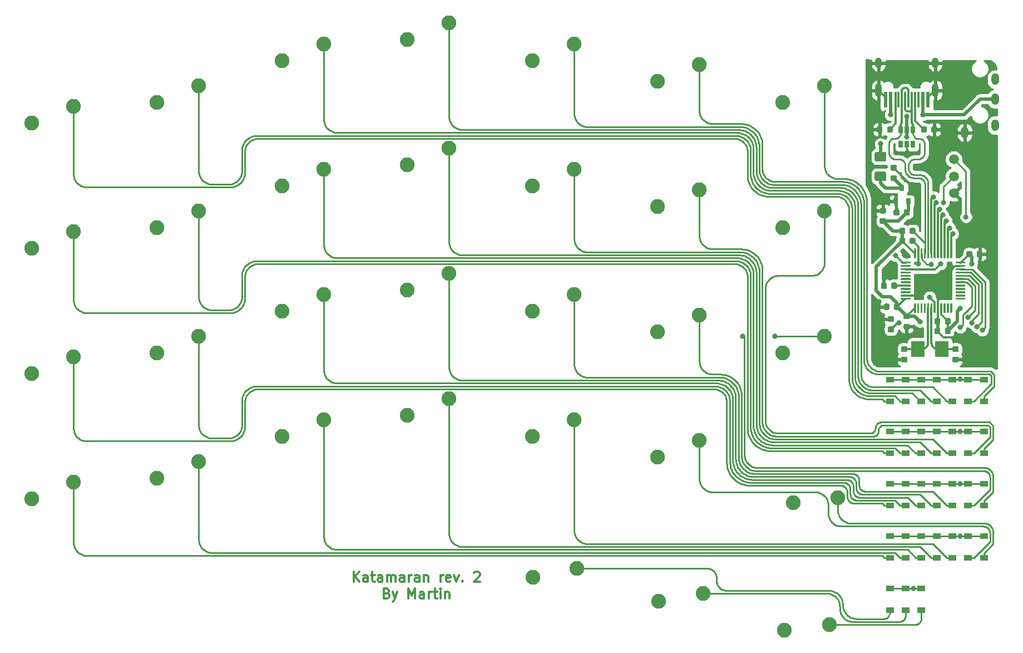
<source format=gbr>
G04 #@! TF.GenerationSoftware,KiCad,Pcbnew,(5.1.4-0)*
G04 #@! TF.CreationDate,2020-12-01T00:52:02+01:00*
G04 #@! TF.ProjectId,stm32split,73746d33-3273-4706-9c69-742e6b696361,rev?*
G04 #@! TF.SameCoordinates,Original*
G04 #@! TF.FileFunction,Copper,L1,Top*
G04 #@! TF.FilePolarity,Positive*
%FSLAX46Y46*%
G04 Gerber Fmt 4.6, Leading zero omitted, Abs format (unit mm)*
G04 Created by KiCad (PCBNEW (5.1.4-0)) date 2020-12-01 00:52:02*
%MOMM*%
%LPD*%
G04 APERTURE LIST*
%ADD10C,0.300000*%
%ADD11R,1.200000X0.900000*%
%ADD12C,0.100000*%
%ADD13C,0.875000*%
%ADD14C,1.500000*%
%ADD15O,1.200000X1.800000*%
%ADD16R,2.000000X2.400000*%
%ADD17R,0.600000X2.450000*%
%ADD18R,0.300000X2.450000*%
%ADD19O,1.000000X2.100000*%
%ADD20O,1.000000X1.600000*%
%ADD21C,1.425000*%
%ADD22C,2.250000*%
%ADD23R,0.800000X0.900000*%
%ADD24C,0.300000*%
%ADD25R,0.650000X1.060000*%
%ADD26C,0.800000*%
%ADD27C,0.250000*%
%ADD28C,0.500000*%
%ADD29C,0.254000*%
G04 APERTURE END LIST*
D10*
X107088571Y-159273571D02*
X107088571Y-157773571D01*
X107945714Y-159273571D02*
X107302857Y-158416428D01*
X107945714Y-157773571D02*
X107088571Y-158630714D01*
X109231428Y-159273571D02*
X109231428Y-158487857D01*
X109160000Y-158345000D01*
X109017142Y-158273571D01*
X108731428Y-158273571D01*
X108588571Y-158345000D01*
X109231428Y-159202142D02*
X109088571Y-159273571D01*
X108731428Y-159273571D01*
X108588571Y-159202142D01*
X108517142Y-159059285D01*
X108517142Y-158916428D01*
X108588571Y-158773571D01*
X108731428Y-158702142D01*
X109088571Y-158702142D01*
X109231428Y-158630714D01*
X109731428Y-158273571D02*
X110302857Y-158273571D01*
X109945714Y-157773571D02*
X109945714Y-159059285D01*
X110017142Y-159202142D01*
X110160000Y-159273571D01*
X110302857Y-159273571D01*
X111445714Y-159273571D02*
X111445714Y-158487857D01*
X111374285Y-158345000D01*
X111231428Y-158273571D01*
X110945714Y-158273571D01*
X110802857Y-158345000D01*
X111445714Y-159202142D02*
X111302857Y-159273571D01*
X110945714Y-159273571D01*
X110802857Y-159202142D01*
X110731428Y-159059285D01*
X110731428Y-158916428D01*
X110802857Y-158773571D01*
X110945714Y-158702142D01*
X111302857Y-158702142D01*
X111445714Y-158630714D01*
X112160000Y-159273571D02*
X112160000Y-158273571D01*
X112160000Y-158416428D02*
X112231428Y-158345000D01*
X112374285Y-158273571D01*
X112588571Y-158273571D01*
X112731428Y-158345000D01*
X112802857Y-158487857D01*
X112802857Y-159273571D01*
X112802857Y-158487857D02*
X112874285Y-158345000D01*
X113017142Y-158273571D01*
X113231428Y-158273571D01*
X113374285Y-158345000D01*
X113445714Y-158487857D01*
X113445714Y-159273571D01*
X114802857Y-159273571D02*
X114802857Y-158487857D01*
X114731428Y-158345000D01*
X114588571Y-158273571D01*
X114302857Y-158273571D01*
X114160000Y-158345000D01*
X114802857Y-159202142D02*
X114660000Y-159273571D01*
X114302857Y-159273571D01*
X114160000Y-159202142D01*
X114088571Y-159059285D01*
X114088571Y-158916428D01*
X114160000Y-158773571D01*
X114302857Y-158702142D01*
X114660000Y-158702142D01*
X114802857Y-158630714D01*
X115517142Y-159273571D02*
X115517142Y-158273571D01*
X115517142Y-158559285D02*
X115588571Y-158416428D01*
X115660000Y-158345000D01*
X115802857Y-158273571D01*
X115945714Y-158273571D01*
X117088571Y-159273571D02*
X117088571Y-158487857D01*
X117017142Y-158345000D01*
X116874285Y-158273571D01*
X116588571Y-158273571D01*
X116445714Y-158345000D01*
X117088571Y-159202142D02*
X116945714Y-159273571D01*
X116588571Y-159273571D01*
X116445714Y-159202142D01*
X116374285Y-159059285D01*
X116374285Y-158916428D01*
X116445714Y-158773571D01*
X116588571Y-158702142D01*
X116945714Y-158702142D01*
X117088571Y-158630714D01*
X117802857Y-158273571D02*
X117802857Y-159273571D01*
X117802857Y-158416428D02*
X117874285Y-158345000D01*
X118017142Y-158273571D01*
X118231428Y-158273571D01*
X118374285Y-158345000D01*
X118445714Y-158487857D01*
X118445714Y-159273571D01*
X120302857Y-159273571D02*
X120302857Y-158273571D01*
X120302857Y-158559285D02*
X120374285Y-158416428D01*
X120445714Y-158345000D01*
X120588571Y-158273571D01*
X120731428Y-158273571D01*
X121802857Y-159202142D02*
X121660000Y-159273571D01*
X121374285Y-159273571D01*
X121231428Y-159202142D01*
X121160000Y-159059285D01*
X121160000Y-158487857D01*
X121231428Y-158345000D01*
X121374285Y-158273571D01*
X121660000Y-158273571D01*
X121802857Y-158345000D01*
X121874285Y-158487857D01*
X121874285Y-158630714D01*
X121160000Y-158773571D01*
X122374285Y-158273571D02*
X122731428Y-159273571D01*
X123088571Y-158273571D01*
X123660000Y-159130714D02*
X123731428Y-159202142D01*
X123660000Y-159273571D01*
X123588571Y-159202142D01*
X123660000Y-159130714D01*
X123660000Y-159273571D01*
X125445714Y-157916428D02*
X125517142Y-157845000D01*
X125660000Y-157773571D01*
X126017142Y-157773571D01*
X126160000Y-157845000D01*
X126231428Y-157916428D01*
X126302857Y-158059285D01*
X126302857Y-158202142D01*
X126231428Y-158416428D01*
X125374285Y-159273571D01*
X126302857Y-159273571D01*
X112160000Y-161037857D02*
X112374285Y-161109285D01*
X112445714Y-161180714D01*
X112517142Y-161323571D01*
X112517142Y-161537857D01*
X112445714Y-161680714D01*
X112374285Y-161752142D01*
X112231428Y-161823571D01*
X111660000Y-161823571D01*
X111660000Y-160323571D01*
X112160000Y-160323571D01*
X112302857Y-160395000D01*
X112374285Y-160466428D01*
X112445714Y-160609285D01*
X112445714Y-160752142D01*
X112374285Y-160895000D01*
X112302857Y-160966428D01*
X112160000Y-161037857D01*
X111660000Y-161037857D01*
X113017142Y-160823571D02*
X113374285Y-161823571D01*
X113731428Y-160823571D02*
X113374285Y-161823571D01*
X113231428Y-162180714D01*
X113160000Y-162252142D01*
X113017142Y-162323571D01*
X115445714Y-161823571D02*
X115445714Y-160323571D01*
X115945714Y-161395000D01*
X116445714Y-160323571D01*
X116445714Y-161823571D01*
X117802857Y-161823571D02*
X117802857Y-161037857D01*
X117731428Y-160895000D01*
X117588571Y-160823571D01*
X117302857Y-160823571D01*
X117160000Y-160895000D01*
X117802857Y-161752142D02*
X117660000Y-161823571D01*
X117302857Y-161823571D01*
X117160000Y-161752142D01*
X117088571Y-161609285D01*
X117088571Y-161466428D01*
X117160000Y-161323571D01*
X117302857Y-161252142D01*
X117660000Y-161252142D01*
X117802857Y-161180714D01*
X118517142Y-161823571D02*
X118517142Y-160823571D01*
X118517142Y-161109285D02*
X118588571Y-160966428D01*
X118660000Y-160895000D01*
X118802857Y-160823571D01*
X118945714Y-160823571D01*
X119231428Y-160823571D02*
X119802857Y-160823571D01*
X119445714Y-160323571D02*
X119445714Y-161609285D01*
X119517142Y-161752142D01*
X119660000Y-161823571D01*
X119802857Y-161823571D01*
X120302857Y-161823571D02*
X120302857Y-160823571D01*
X120302857Y-160323571D02*
X120231428Y-160395000D01*
X120302857Y-160466428D01*
X120374285Y-160395000D01*
X120302857Y-160323571D01*
X120302857Y-160466428D01*
X121017142Y-160823571D02*
X121017142Y-161823571D01*
X121017142Y-160966428D02*
X121088571Y-160895000D01*
X121231428Y-160823571D01*
X121445714Y-160823571D01*
X121588571Y-160895000D01*
X121660000Y-161037857D01*
X121660000Y-161823571D01*
D11*
X193485000Y-163575000D03*
X193485000Y-160275000D03*
X191103750Y-163575000D03*
X191103750Y-160275000D03*
X188722500Y-163575000D03*
X188722500Y-160275000D03*
X203010000Y-155637500D03*
X203010000Y-152337500D03*
X200628750Y-155637500D03*
X200628750Y-152337500D03*
X198247500Y-155637500D03*
X198247500Y-152337500D03*
X195866250Y-155637500D03*
X195866250Y-152337500D03*
X193485000Y-155637500D03*
X193485000Y-152337500D03*
X191103750Y-155637500D03*
X191103750Y-152337500D03*
X188722500Y-155637500D03*
X188722500Y-152337500D03*
X203010000Y-147700000D03*
X203010000Y-144400000D03*
X200628750Y-147700000D03*
X200628750Y-144400000D03*
X198247500Y-147700000D03*
X198247500Y-144400000D03*
X195866250Y-147700000D03*
X195866250Y-144400000D03*
X193485000Y-147700000D03*
X193485000Y-144400000D03*
X191103750Y-147700000D03*
X191103750Y-144400000D03*
X188722500Y-147700000D03*
X188722500Y-144400000D03*
X203010000Y-139762500D03*
X203010000Y-136462500D03*
X200628750Y-139762500D03*
X200628750Y-136462500D03*
X198247500Y-139762500D03*
X198247500Y-136462500D03*
X195866250Y-139762500D03*
X195866250Y-136462500D03*
X193485000Y-139762500D03*
X193485000Y-136462500D03*
X191103750Y-139762500D03*
X191103750Y-136462500D03*
X188722500Y-139762500D03*
X188722500Y-136462500D03*
X203010000Y-131825000D03*
X203010000Y-128525000D03*
X200628750Y-131825000D03*
X200628750Y-128525000D03*
X198247500Y-131825000D03*
X198247500Y-128525000D03*
X195866250Y-131825000D03*
X195866250Y-128525000D03*
X193485000Y-131825000D03*
X193485000Y-128525000D03*
X191103750Y-131825000D03*
X191103750Y-128525000D03*
X188722500Y-131825000D03*
X188722500Y-128525000D03*
D12*
G36*
X192410191Y-105466053D02*
G01*
X192431426Y-105469203D01*
X192452250Y-105474419D01*
X192472462Y-105481651D01*
X192491868Y-105490830D01*
X192510281Y-105501866D01*
X192527524Y-105514654D01*
X192543430Y-105529070D01*
X192557846Y-105544976D01*
X192570634Y-105562219D01*
X192581670Y-105580632D01*
X192590849Y-105600038D01*
X192598081Y-105620250D01*
X192603297Y-105641074D01*
X192606447Y-105662309D01*
X192607500Y-105683750D01*
X192607500Y-106196250D01*
X192606447Y-106217691D01*
X192603297Y-106238926D01*
X192598081Y-106259750D01*
X192590849Y-106279962D01*
X192581670Y-106299368D01*
X192570634Y-106317781D01*
X192557846Y-106335024D01*
X192543430Y-106350930D01*
X192527524Y-106365346D01*
X192510281Y-106378134D01*
X192491868Y-106389170D01*
X192472462Y-106398349D01*
X192452250Y-106405581D01*
X192431426Y-106410797D01*
X192410191Y-106413947D01*
X192388750Y-106415000D01*
X191951250Y-106415000D01*
X191929809Y-106413947D01*
X191908574Y-106410797D01*
X191887750Y-106405581D01*
X191867538Y-106398349D01*
X191848132Y-106389170D01*
X191829719Y-106378134D01*
X191812476Y-106365346D01*
X191796570Y-106350930D01*
X191782154Y-106335024D01*
X191769366Y-106317781D01*
X191758330Y-106299368D01*
X191749151Y-106279962D01*
X191741919Y-106259750D01*
X191736703Y-106238926D01*
X191733553Y-106217691D01*
X191732500Y-106196250D01*
X191732500Y-105683750D01*
X191733553Y-105662309D01*
X191736703Y-105641074D01*
X191741919Y-105620250D01*
X191749151Y-105600038D01*
X191758330Y-105580632D01*
X191769366Y-105562219D01*
X191782154Y-105544976D01*
X191796570Y-105529070D01*
X191812476Y-105514654D01*
X191829719Y-105501866D01*
X191848132Y-105490830D01*
X191867538Y-105481651D01*
X191887750Y-105474419D01*
X191908574Y-105469203D01*
X191929809Y-105466053D01*
X191951250Y-105465000D01*
X192388750Y-105465000D01*
X192410191Y-105466053D01*
X192410191Y-105466053D01*
G37*
D13*
X192170000Y-105940000D03*
D12*
G36*
X190835191Y-105466053D02*
G01*
X190856426Y-105469203D01*
X190877250Y-105474419D01*
X190897462Y-105481651D01*
X190916868Y-105490830D01*
X190935281Y-105501866D01*
X190952524Y-105514654D01*
X190968430Y-105529070D01*
X190982846Y-105544976D01*
X190995634Y-105562219D01*
X191006670Y-105580632D01*
X191015849Y-105600038D01*
X191023081Y-105620250D01*
X191028297Y-105641074D01*
X191031447Y-105662309D01*
X191032500Y-105683750D01*
X191032500Y-106196250D01*
X191031447Y-106217691D01*
X191028297Y-106238926D01*
X191023081Y-106259750D01*
X191015849Y-106279962D01*
X191006670Y-106299368D01*
X190995634Y-106317781D01*
X190982846Y-106335024D01*
X190968430Y-106350930D01*
X190952524Y-106365346D01*
X190935281Y-106378134D01*
X190916868Y-106389170D01*
X190897462Y-106398349D01*
X190877250Y-106405581D01*
X190856426Y-106410797D01*
X190835191Y-106413947D01*
X190813750Y-106415000D01*
X190376250Y-106415000D01*
X190354809Y-106413947D01*
X190333574Y-106410797D01*
X190312750Y-106405581D01*
X190292538Y-106398349D01*
X190273132Y-106389170D01*
X190254719Y-106378134D01*
X190237476Y-106365346D01*
X190221570Y-106350930D01*
X190207154Y-106335024D01*
X190194366Y-106317781D01*
X190183330Y-106299368D01*
X190174151Y-106279962D01*
X190166919Y-106259750D01*
X190161703Y-106238926D01*
X190158553Y-106217691D01*
X190157500Y-106196250D01*
X190157500Y-105683750D01*
X190158553Y-105662309D01*
X190161703Y-105641074D01*
X190166919Y-105620250D01*
X190174151Y-105600038D01*
X190183330Y-105580632D01*
X190194366Y-105562219D01*
X190207154Y-105544976D01*
X190221570Y-105529070D01*
X190237476Y-105514654D01*
X190254719Y-105501866D01*
X190273132Y-105490830D01*
X190292538Y-105481651D01*
X190312750Y-105474419D01*
X190333574Y-105469203D01*
X190354809Y-105466053D01*
X190376250Y-105465000D01*
X190813750Y-105465000D01*
X190835191Y-105466053D01*
X190835191Y-105466053D01*
G37*
D13*
X190595000Y-105940000D03*
D12*
G36*
X188950191Y-90036053D02*
G01*
X188971426Y-90039203D01*
X188992250Y-90044419D01*
X189012462Y-90051651D01*
X189031868Y-90060830D01*
X189050281Y-90071866D01*
X189067524Y-90084654D01*
X189083430Y-90099070D01*
X189097846Y-90114976D01*
X189110634Y-90132219D01*
X189121670Y-90150632D01*
X189130849Y-90170038D01*
X189138081Y-90190250D01*
X189143297Y-90211074D01*
X189146447Y-90232309D01*
X189147500Y-90253750D01*
X189147500Y-90766250D01*
X189146447Y-90787691D01*
X189143297Y-90808926D01*
X189138081Y-90829750D01*
X189130849Y-90849962D01*
X189121670Y-90869368D01*
X189110634Y-90887781D01*
X189097846Y-90905024D01*
X189083430Y-90920930D01*
X189067524Y-90935346D01*
X189050281Y-90948134D01*
X189031868Y-90959170D01*
X189012462Y-90968349D01*
X188992250Y-90975581D01*
X188971426Y-90980797D01*
X188950191Y-90983947D01*
X188928750Y-90985000D01*
X188491250Y-90985000D01*
X188469809Y-90983947D01*
X188448574Y-90980797D01*
X188427750Y-90975581D01*
X188407538Y-90968349D01*
X188388132Y-90959170D01*
X188369719Y-90948134D01*
X188352476Y-90935346D01*
X188336570Y-90920930D01*
X188322154Y-90905024D01*
X188309366Y-90887781D01*
X188298330Y-90869368D01*
X188289151Y-90849962D01*
X188281919Y-90829750D01*
X188276703Y-90808926D01*
X188273553Y-90787691D01*
X188272500Y-90766250D01*
X188272500Y-90253750D01*
X188273553Y-90232309D01*
X188276703Y-90211074D01*
X188281919Y-90190250D01*
X188289151Y-90170038D01*
X188298330Y-90150632D01*
X188309366Y-90132219D01*
X188322154Y-90114976D01*
X188336570Y-90099070D01*
X188352476Y-90084654D01*
X188369719Y-90071866D01*
X188388132Y-90060830D01*
X188407538Y-90051651D01*
X188427750Y-90044419D01*
X188448574Y-90039203D01*
X188469809Y-90036053D01*
X188491250Y-90035000D01*
X188928750Y-90035000D01*
X188950191Y-90036053D01*
X188950191Y-90036053D01*
G37*
D13*
X188710000Y-90510000D03*
D12*
G36*
X187375191Y-90036053D02*
G01*
X187396426Y-90039203D01*
X187417250Y-90044419D01*
X187437462Y-90051651D01*
X187456868Y-90060830D01*
X187475281Y-90071866D01*
X187492524Y-90084654D01*
X187508430Y-90099070D01*
X187522846Y-90114976D01*
X187535634Y-90132219D01*
X187546670Y-90150632D01*
X187555849Y-90170038D01*
X187563081Y-90190250D01*
X187568297Y-90211074D01*
X187571447Y-90232309D01*
X187572500Y-90253750D01*
X187572500Y-90766250D01*
X187571447Y-90787691D01*
X187568297Y-90808926D01*
X187563081Y-90829750D01*
X187555849Y-90849962D01*
X187546670Y-90869368D01*
X187535634Y-90887781D01*
X187522846Y-90905024D01*
X187508430Y-90920930D01*
X187492524Y-90935346D01*
X187475281Y-90948134D01*
X187456868Y-90959170D01*
X187437462Y-90968349D01*
X187417250Y-90975581D01*
X187396426Y-90980797D01*
X187375191Y-90983947D01*
X187353750Y-90985000D01*
X186916250Y-90985000D01*
X186894809Y-90983947D01*
X186873574Y-90980797D01*
X186852750Y-90975581D01*
X186832538Y-90968349D01*
X186813132Y-90959170D01*
X186794719Y-90948134D01*
X186777476Y-90935346D01*
X186761570Y-90920930D01*
X186747154Y-90905024D01*
X186734366Y-90887781D01*
X186723330Y-90869368D01*
X186714151Y-90849962D01*
X186706919Y-90829750D01*
X186701703Y-90808926D01*
X186698553Y-90787691D01*
X186697500Y-90766250D01*
X186697500Y-90253750D01*
X186698553Y-90232309D01*
X186701703Y-90211074D01*
X186706919Y-90190250D01*
X186714151Y-90170038D01*
X186723330Y-90150632D01*
X186734366Y-90132219D01*
X186747154Y-90114976D01*
X186761570Y-90099070D01*
X186777476Y-90084654D01*
X186794719Y-90071866D01*
X186813132Y-90060830D01*
X186832538Y-90051651D01*
X186852750Y-90044419D01*
X186873574Y-90039203D01*
X186894809Y-90036053D01*
X186916250Y-90035000D01*
X187353750Y-90035000D01*
X187375191Y-90036053D01*
X187375191Y-90036053D01*
G37*
D13*
X187135000Y-90510000D03*
D12*
G36*
X194132691Y-90036053D02*
G01*
X194153926Y-90039203D01*
X194174750Y-90044419D01*
X194194962Y-90051651D01*
X194214368Y-90060830D01*
X194232781Y-90071866D01*
X194250024Y-90084654D01*
X194265930Y-90099070D01*
X194280346Y-90114976D01*
X194293134Y-90132219D01*
X194304170Y-90150632D01*
X194313349Y-90170038D01*
X194320581Y-90190250D01*
X194325797Y-90211074D01*
X194328947Y-90232309D01*
X194330000Y-90253750D01*
X194330000Y-90766250D01*
X194328947Y-90787691D01*
X194325797Y-90808926D01*
X194320581Y-90829750D01*
X194313349Y-90849962D01*
X194304170Y-90869368D01*
X194293134Y-90887781D01*
X194280346Y-90905024D01*
X194265930Y-90920930D01*
X194250024Y-90935346D01*
X194232781Y-90948134D01*
X194214368Y-90959170D01*
X194194962Y-90968349D01*
X194174750Y-90975581D01*
X194153926Y-90980797D01*
X194132691Y-90983947D01*
X194111250Y-90985000D01*
X193673750Y-90985000D01*
X193652309Y-90983947D01*
X193631074Y-90980797D01*
X193610250Y-90975581D01*
X193590038Y-90968349D01*
X193570632Y-90959170D01*
X193552219Y-90948134D01*
X193534976Y-90935346D01*
X193519070Y-90920930D01*
X193504654Y-90905024D01*
X193491866Y-90887781D01*
X193480830Y-90869368D01*
X193471651Y-90849962D01*
X193464419Y-90829750D01*
X193459203Y-90808926D01*
X193456053Y-90787691D01*
X193455000Y-90766250D01*
X193455000Y-90253750D01*
X193456053Y-90232309D01*
X193459203Y-90211074D01*
X193464419Y-90190250D01*
X193471651Y-90170038D01*
X193480830Y-90150632D01*
X193491866Y-90132219D01*
X193504654Y-90114976D01*
X193519070Y-90099070D01*
X193534976Y-90084654D01*
X193552219Y-90071866D01*
X193570632Y-90060830D01*
X193590038Y-90051651D01*
X193610250Y-90044419D01*
X193631074Y-90039203D01*
X193652309Y-90036053D01*
X193673750Y-90035000D01*
X194111250Y-90035000D01*
X194132691Y-90036053D01*
X194132691Y-90036053D01*
G37*
D13*
X193892500Y-90510000D03*
D12*
G36*
X195707691Y-90036053D02*
G01*
X195728926Y-90039203D01*
X195749750Y-90044419D01*
X195769962Y-90051651D01*
X195789368Y-90060830D01*
X195807781Y-90071866D01*
X195825024Y-90084654D01*
X195840930Y-90099070D01*
X195855346Y-90114976D01*
X195868134Y-90132219D01*
X195879170Y-90150632D01*
X195888349Y-90170038D01*
X195895581Y-90190250D01*
X195900797Y-90211074D01*
X195903947Y-90232309D01*
X195905000Y-90253750D01*
X195905000Y-90766250D01*
X195903947Y-90787691D01*
X195900797Y-90808926D01*
X195895581Y-90829750D01*
X195888349Y-90849962D01*
X195879170Y-90869368D01*
X195868134Y-90887781D01*
X195855346Y-90905024D01*
X195840930Y-90920930D01*
X195825024Y-90935346D01*
X195807781Y-90948134D01*
X195789368Y-90959170D01*
X195769962Y-90968349D01*
X195749750Y-90975581D01*
X195728926Y-90980797D01*
X195707691Y-90983947D01*
X195686250Y-90985000D01*
X195248750Y-90985000D01*
X195227309Y-90983947D01*
X195206074Y-90980797D01*
X195185250Y-90975581D01*
X195165038Y-90968349D01*
X195145632Y-90959170D01*
X195127219Y-90948134D01*
X195109976Y-90935346D01*
X195094070Y-90920930D01*
X195079654Y-90905024D01*
X195066866Y-90887781D01*
X195055830Y-90869368D01*
X195046651Y-90849962D01*
X195039419Y-90829750D01*
X195034203Y-90808926D01*
X195031053Y-90787691D01*
X195030000Y-90766250D01*
X195030000Y-90253750D01*
X195031053Y-90232309D01*
X195034203Y-90211074D01*
X195039419Y-90190250D01*
X195046651Y-90170038D01*
X195055830Y-90150632D01*
X195066866Y-90132219D01*
X195079654Y-90114976D01*
X195094070Y-90099070D01*
X195109976Y-90084654D01*
X195127219Y-90071866D01*
X195145632Y-90060830D01*
X195165038Y-90051651D01*
X195185250Y-90044419D01*
X195206074Y-90039203D01*
X195227309Y-90036053D01*
X195248750Y-90035000D01*
X195686250Y-90035000D01*
X195707691Y-90036053D01*
X195707691Y-90036053D01*
G37*
D13*
X195467500Y-90510000D03*
D12*
G36*
X188025191Y-113786053D02*
G01*
X188046426Y-113789203D01*
X188067250Y-113794419D01*
X188087462Y-113801651D01*
X188106868Y-113810830D01*
X188125281Y-113821866D01*
X188142524Y-113834654D01*
X188158430Y-113849070D01*
X188172846Y-113864976D01*
X188185634Y-113882219D01*
X188196670Y-113900632D01*
X188205849Y-113920038D01*
X188213081Y-113940250D01*
X188218297Y-113961074D01*
X188221447Y-113982309D01*
X188222500Y-114003750D01*
X188222500Y-114516250D01*
X188221447Y-114537691D01*
X188218297Y-114558926D01*
X188213081Y-114579750D01*
X188205849Y-114599962D01*
X188196670Y-114619368D01*
X188185634Y-114637781D01*
X188172846Y-114655024D01*
X188158430Y-114670930D01*
X188142524Y-114685346D01*
X188125281Y-114698134D01*
X188106868Y-114709170D01*
X188087462Y-114718349D01*
X188067250Y-114725581D01*
X188046426Y-114730797D01*
X188025191Y-114733947D01*
X188003750Y-114735000D01*
X187566250Y-114735000D01*
X187544809Y-114733947D01*
X187523574Y-114730797D01*
X187502750Y-114725581D01*
X187482538Y-114718349D01*
X187463132Y-114709170D01*
X187444719Y-114698134D01*
X187427476Y-114685346D01*
X187411570Y-114670930D01*
X187397154Y-114655024D01*
X187384366Y-114637781D01*
X187373330Y-114619368D01*
X187364151Y-114599962D01*
X187356919Y-114579750D01*
X187351703Y-114558926D01*
X187348553Y-114537691D01*
X187347500Y-114516250D01*
X187347500Y-114003750D01*
X187348553Y-113982309D01*
X187351703Y-113961074D01*
X187356919Y-113940250D01*
X187364151Y-113920038D01*
X187373330Y-113900632D01*
X187384366Y-113882219D01*
X187397154Y-113864976D01*
X187411570Y-113849070D01*
X187427476Y-113834654D01*
X187444719Y-113821866D01*
X187463132Y-113810830D01*
X187482538Y-113801651D01*
X187502750Y-113794419D01*
X187523574Y-113789203D01*
X187544809Y-113786053D01*
X187566250Y-113785000D01*
X188003750Y-113785000D01*
X188025191Y-113786053D01*
X188025191Y-113786053D01*
G37*
D13*
X187785000Y-114260000D03*
D12*
G36*
X189600191Y-113786053D02*
G01*
X189621426Y-113789203D01*
X189642250Y-113794419D01*
X189662462Y-113801651D01*
X189681868Y-113810830D01*
X189700281Y-113821866D01*
X189717524Y-113834654D01*
X189733430Y-113849070D01*
X189747846Y-113864976D01*
X189760634Y-113882219D01*
X189771670Y-113900632D01*
X189780849Y-113920038D01*
X189788081Y-113940250D01*
X189793297Y-113961074D01*
X189796447Y-113982309D01*
X189797500Y-114003750D01*
X189797500Y-114516250D01*
X189796447Y-114537691D01*
X189793297Y-114558926D01*
X189788081Y-114579750D01*
X189780849Y-114599962D01*
X189771670Y-114619368D01*
X189760634Y-114637781D01*
X189747846Y-114655024D01*
X189733430Y-114670930D01*
X189717524Y-114685346D01*
X189700281Y-114698134D01*
X189681868Y-114709170D01*
X189662462Y-114718349D01*
X189642250Y-114725581D01*
X189621426Y-114730797D01*
X189600191Y-114733947D01*
X189578750Y-114735000D01*
X189141250Y-114735000D01*
X189119809Y-114733947D01*
X189098574Y-114730797D01*
X189077750Y-114725581D01*
X189057538Y-114718349D01*
X189038132Y-114709170D01*
X189019719Y-114698134D01*
X189002476Y-114685346D01*
X188986570Y-114670930D01*
X188972154Y-114655024D01*
X188959366Y-114637781D01*
X188948330Y-114619368D01*
X188939151Y-114599962D01*
X188931919Y-114579750D01*
X188926703Y-114558926D01*
X188923553Y-114537691D01*
X188922500Y-114516250D01*
X188922500Y-114003750D01*
X188923553Y-113982309D01*
X188926703Y-113961074D01*
X188931919Y-113940250D01*
X188939151Y-113920038D01*
X188948330Y-113900632D01*
X188959366Y-113882219D01*
X188972154Y-113864976D01*
X188986570Y-113849070D01*
X189002476Y-113834654D01*
X189019719Y-113821866D01*
X189038132Y-113810830D01*
X189057538Y-113801651D01*
X189077750Y-113794419D01*
X189098574Y-113789203D01*
X189119809Y-113786053D01*
X189141250Y-113785000D01*
X189578750Y-113785000D01*
X189600191Y-113786053D01*
X189600191Y-113786053D01*
G37*
D13*
X189360000Y-114260000D03*
D14*
X198430000Y-100190000D03*
X198437500Y-97631250D03*
X198430000Y-95050000D03*
D15*
X200106250Y-90980000D03*
X204706250Y-89880000D03*
X204706250Y-85880000D03*
X204706250Y-82880000D03*
D16*
X192950000Y-123920000D03*
X196650000Y-123920000D03*
D17*
X188068750Y-85982500D03*
X194518750Y-85982500D03*
X188843750Y-85982500D03*
X193743750Y-85982500D03*
D18*
X193043750Y-85982500D03*
X189543750Y-85982500D03*
X192543750Y-85982500D03*
X190043750Y-85982500D03*
X192043750Y-85982500D03*
X190543750Y-85982500D03*
X191043750Y-85982500D03*
X191543750Y-85982500D03*
D19*
X195613750Y-84567500D03*
X186973750Y-84567500D03*
D20*
X195613750Y-80387500D03*
X186973750Y-80387500D03*
D12*
G36*
X187917691Y-103988553D02*
G01*
X187938926Y-103991703D01*
X187959750Y-103996919D01*
X187979962Y-104004151D01*
X187999368Y-104013330D01*
X188017781Y-104024366D01*
X188035024Y-104037154D01*
X188050930Y-104051570D01*
X188065346Y-104067476D01*
X188078134Y-104084719D01*
X188089170Y-104103132D01*
X188098349Y-104122538D01*
X188105581Y-104142750D01*
X188110797Y-104163574D01*
X188113947Y-104184809D01*
X188115000Y-104206250D01*
X188115000Y-104643750D01*
X188113947Y-104665191D01*
X188110797Y-104686426D01*
X188105581Y-104707250D01*
X188098349Y-104727462D01*
X188089170Y-104746868D01*
X188078134Y-104765281D01*
X188065346Y-104782524D01*
X188050930Y-104798430D01*
X188035024Y-104812846D01*
X188017781Y-104825634D01*
X187999368Y-104836670D01*
X187979962Y-104845849D01*
X187959750Y-104853081D01*
X187938926Y-104858297D01*
X187917691Y-104861447D01*
X187896250Y-104862500D01*
X187383750Y-104862500D01*
X187362309Y-104861447D01*
X187341074Y-104858297D01*
X187320250Y-104853081D01*
X187300038Y-104845849D01*
X187280632Y-104836670D01*
X187262219Y-104825634D01*
X187244976Y-104812846D01*
X187229070Y-104798430D01*
X187214654Y-104782524D01*
X187201866Y-104765281D01*
X187190830Y-104746868D01*
X187181651Y-104727462D01*
X187174419Y-104707250D01*
X187169203Y-104686426D01*
X187166053Y-104665191D01*
X187165000Y-104643750D01*
X187165000Y-104206250D01*
X187166053Y-104184809D01*
X187169203Y-104163574D01*
X187174419Y-104142750D01*
X187181651Y-104122538D01*
X187190830Y-104103132D01*
X187201866Y-104084719D01*
X187214654Y-104067476D01*
X187229070Y-104051570D01*
X187244976Y-104037154D01*
X187262219Y-104024366D01*
X187280632Y-104013330D01*
X187300038Y-104004151D01*
X187320250Y-103996919D01*
X187341074Y-103991703D01*
X187362309Y-103988553D01*
X187383750Y-103987500D01*
X187896250Y-103987500D01*
X187917691Y-103988553D01*
X187917691Y-103988553D01*
G37*
D13*
X187640000Y-104425000D03*
D12*
G36*
X187917691Y-102413553D02*
G01*
X187938926Y-102416703D01*
X187959750Y-102421919D01*
X187979962Y-102429151D01*
X187999368Y-102438330D01*
X188017781Y-102449366D01*
X188035024Y-102462154D01*
X188050930Y-102476570D01*
X188065346Y-102492476D01*
X188078134Y-102509719D01*
X188089170Y-102528132D01*
X188098349Y-102547538D01*
X188105581Y-102567750D01*
X188110797Y-102588574D01*
X188113947Y-102609809D01*
X188115000Y-102631250D01*
X188115000Y-103068750D01*
X188113947Y-103090191D01*
X188110797Y-103111426D01*
X188105581Y-103132250D01*
X188098349Y-103152462D01*
X188089170Y-103171868D01*
X188078134Y-103190281D01*
X188065346Y-103207524D01*
X188050930Y-103223430D01*
X188035024Y-103237846D01*
X188017781Y-103250634D01*
X187999368Y-103261670D01*
X187979962Y-103270849D01*
X187959750Y-103278081D01*
X187938926Y-103283297D01*
X187917691Y-103286447D01*
X187896250Y-103287500D01*
X187383750Y-103287500D01*
X187362309Y-103286447D01*
X187341074Y-103283297D01*
X187320250Y-103278081D01*
X187300038Y-103270849D01*
X187280632Y-103261670D01*
X187262219Y-103250634D01*
X187244976Y-103237846D01*
X187229070Y-103223430D01*
X187214654Y-103207524D01*
X187201866Y-103190281D01*
X187190830Y-103171868D01*
X187181651Y-103152462D01*
X187174419Y-103132250D01*
X187169203Y-103111426D01*
X187166053Y-103090191D01*
X187165000Y-103068750D01*
X187165000Y-102631250D01*
X187166053Y-102609809D01*
X187169203Y-102588574D01*
X187174419Y-102567750D01*
X187181651Y-102547538D01*
X187190830Y-102528132D01*
X187201866Y-102509719D01*
X187214654Y-102492476D01*
X187229070Y-102476570D01*
X187244976Y-102462154D01*
X187262219Y-102449366D01*
X187280632Y-102438330D01*
X187300038Y-102429151D01*
X187320250Y-102421919D01*
X187341074Y-102416703D01*
X187362309Y-102413553D01*
X187383750Y-102412500D01*
X187896250Y-102412500D01*
X187917691Y-102413553D01*
X187917691Y-102413553D01*
G37*
D13*
X187640000Y-102850000D03*
D12*
G36*
X197755191Y-120706053D02*
G01*
X197776426Y-120709203D01*
X197797250Y-120714419D01*
X197817462Y-120721651D01*
X197836868Y-120730830D01*
X197855281Y-120741866D01*
X197872524Y-120754654D01*
X197888430Y-120769070D01*
X197902846Y-120784976D01*
X197915634Y-120802219D01*
X197926670Y-120820632D01*
X197935849Y-120840038D01*
X197943081Y-120860250D01*
X197948297Y-120881074D01*
X197951447Y-120902309D01*
X197952500Y-120923750D01*
X197952500Y-121436250D01*
X197951447Y-121457691D01*
X197948297Y-121478926D01*
X197943081Y-121499750D01*
X197935849Y-121519962D01*
X197926670Y-121539368D01*
X197915634Y-121557781D01*
X197902846Y-121575024D01*
X197888430Y-121590930D01*
X197872524Y-121605346D01*
X197855281Y-121618134D01*
X197836868Y-121629170D01*
X197817462Y-121638349D01*
X197797250Y-121645581D01*
X197776426Y-121650797D01*
X197755191Y-121653947D01*
X197733750Y-121655000D01*
X197296250Y-121655000D01*
X197274809Y-121653947D01*
X197253574Y-121650797D01*
X197232750Y-121645581D01*
X197212538Y-121638349D01*
X197193132Y-121629170D01*
X197174719Y-121618134D01*
X197157476Y-121605346D01*
X197141570Y-121590930D01*
X197127154Y-121575024D01*
X197114366Y-121557781D01*
X197103330Y-121539368D01*
X197094151Y-121519962D01*
X197086919Y-121499750D01*
X197081703Y-121478926D01*
X197078553Y-121457691D01*
X197077500Y-121436250D01*
X197077500Y-120923750D01*
X197078553Y-120902309D01*
X197081703Y-120881074D01*
X197086919Y-120860250D01*
X197094151Y-120840038D01*
X197103330Y-120820632D01*
X197114366Y-120802219D01*
X197127154Y-120784976D01*
X197141570Y-120769070D01*
X197157476Y-120754654D01*
X197174719Y-120741866D01*
X197193132Y-120730830D01*
X197212538Y-120721651D01*
X197232750Y-120714419D01*
X197253574Y-120709203D01*
X197274809Y-120706053D01*
X197296250Y-120705000D01*
X197733750Y-120705000D01*
X197755191Y-120706053D01*
X197755191Y-120706053D01*
G37*
D13*
X197515000Y-121180000D03*
D12*
G36*
X196180191Y-120706053D02*
G01*
X196201426Y-120709203D01*
X196222250Y-120714419D01*
X196242462Y-120721651D01*
X196261868Y-120730830D01*
X196280281Y-120741866D01*
X196297524Y-120754654D01*
X196313430Y-120769070D01*
X196327846Y-120784976D01*
X196340634Y-120802219D01*
X196351670Y-120820632D01*
X196360849Y-120840038D01*
X196368081Y-120860250D01*
X196373297Y-120881074D01*
X196376447Y-120902309D01*
X196377500Y-120923750D01*
X196377500Y-121436250D01*
X196376447Y-121457691D01*
X196373297Y-121478926D01*
X196368081Y-121499750D01*
X196360849Y-121519962D01*
X196351670Y-121539368D01*
X196340634Y-121557781D01*
X196327846Y-121575024D01*
X196313430Y-121590930D01*
X196297524Y-121605346D01*
X196280281Y-121618134D01*
X196261868Y-121629170D01*
X196242462Y-121638349D01*
X196222250Y-121645581D01*
X196201426Y-121650797D01*
X196180191Y-121653947D01*
X196158750Y-121655000D01*
X195721250Y-121655000D01*
X195699809Y-121653947D01*
X195678574Y-121650797D01*
X195657750Y-121645581D01*
X195637538Y-121638349D01*
X195618132Y-121629170D01*
X195599719Y-121618134D01*
X195582476Y-121605346D01*
X195566570Y-121590930D01*
X195552154Y-121575024D01*
X195539366Y-121557781D01*
X195528330Y-121539368D01*
X195519151Y-121519962D01*
X195511919Y-121499750D01*
X195506703Y-121478926D01*
X195503553Y-121457691D01*
X195502500Y-121436250D01*
X195502500Y-120923750D01*
X195503553Y-120902309D01*
X195506703Y-120881074D01*
X195511919Y-120860250D01*
X195519151Y-120840038D01*
X195528330Y-120820632D01*
X195539366Y-120802219D01*
X195552154Y-120784976D01*
X195566570Y-120769070D01*
X195582476Y-120754654D01*
X195599719Y-120741866D01*
X195618132Y-120730830D01*
X195637538Y-120721651D01*
X195657750Y-120714419D01*
X195678574Y-120709203D01*
X195699809Y-120706053D01*
X195721250Y-120705000D01*
X196158750Y-120705000D01*
X196180191Y-120706053D01*
X196180191Y-120706053D01*
G37*
D13*
X195940000Y-121180000D03*
D12*
G36*
X197755191Y-119196053D02*
G01*
X197776426Y-119199203D01*
X197797250Y-119204419D01*
X197817462Y-119211651D01*
X197836868Y-119220830D01*
X197855281Y-119231866D01*
X197872524Y-119244654D01*
X197888430Y-119259070D01*
X197902846Y-119274976D01*
X197915634Y-119292219D01*
X197926670Y-119310632D01*
X197935849Y-119330038D01*
X197943081Y-119350250D01*
X197948297Y-119371074D01*
X197951447Y-119392309D01*
X197952500Y-119413750D01*
X197952500Y-119926250D01*
X197951447Y-119947691D01*
X197948297Y-119968926D01*
X197943081Y-119989750D01*
X197935849Y-120009962D01*
X197926670Y-120029368D01*
X197915634Y-120047781D01*
X197902846Y-120065024D01*
X197888430Y-120080930D01*
X197872524Y-120095346D01*
X197855281Y-120108134D01*
X197836868Y-120119170D01*
X197817462Y-120128349D01*
X197797250Y-120135581D01*
X197776426Y-120140797D01*
X197755191Y-120143947D01*
X197733750Y-120145000D01*
X197296250Y-120145000D01*
X197274809Y-120143947D01*
X197253574Y-120140797D01*
X197232750Y-120135581D01*
X197212538Y-120128349D01*
X197193132Y-120119170D01*
X197174719Y-120108134D01*
X197157476Y-120095346D01*
X197141570Y-120080930D01*
X197127154Y-120065024D01*
X197114366Y-120047781D01*
X197103330Y-120029368D01*
X197094151Y-120009962D01*
X197086919Y-119989750D01*
X197081703Y-119968926D01*
X197078553Y-119947691D01*
X197077500Y-119926250D01*
X197077500Y-119413750D01*
X197078553Y-119392309D01*
X197081703Y-119371074D01*
X197086919Y-119350250D01*
X197094151Y-119330038D01*
X197103330Y-119310632D01*
X197114366Y-119292219D01*
X197127154Y-119274976D01*
X197141570Y-119259070D01*
X197157476Y-119244654D01*
X197174719Y-119231866D01*
X197193132Y-119220830D01*
X197212538Y-119211651D01*
X197232750Y-119204419D01*
X197253574Y-119199203D01*
X197274809Y-119196053D01*
X197296250Y-119195000D01*
X197733750Y-119195000D01*
X197755191Y-119196053D01*
X197755191Y-119196053D01*
G37*
D13*
X197515000Y-119670000D03*
D12*
G36*
X196180191Y-119196053D02*
G01*
X196201426Y-119199203D01*
X196222250Y-119204419D01*
X196242462Y-119211651D01*
X196261868Y-119220830D01*
X196280281Y-119231866D01*
X196297524Y-119244654D01*
X196313430Y-119259070D01*
X196327846Y-119274976D01*
X196340634Y-119292219D01*
X196351670Y-119310632D01*
X196360849Y-119330038D01*
X196368081Y-119350250D01*
X196373297Y-119371074D01*
X196376447Y-119392309D01*
X196377500Y-119413750D01*
X196377500Y-119926250D01*
X196376447Y-119947691D01*
X196373297Y-119968926D01*
X196368081Y-119989750D01*
X196360849Y-120009962D01*
X196351670Y-120029368D01*
X196340634Y-120047781D01*
X196327846Y-120065024D01*
X196313430Y-120080930D01*
X196297524Y-120095346D01*
X196280281Y-120108134D01*
X196261868Y-120119170D01*
X196242462Y-120128349D01*
X196222250Y-120135581D01*
X196201426Y-120140797D01*
X196180191Y-120143947D01*
X196158750Y-120145000D01*
X195721250Y-120145000D01*
X195699809Y-120143947D01*
X195678574Y-120140797D01*
X195657750Y-120135581D01*
X195637538Y-120128349D01*
X195618132Y-120119170D01*
X195599719Y-120108134D01*
X195582476Y-120095346D01*
X195566570Y-120080930D01*
X195552154Y-120065024D01*
X195539366Y-120047781D01*
X195528330Y-120029368D01*
X195519151Y-120009962D01*
X195511919Y-119989750D01*
X195506703Y-119968926D01*
X195503553Y-119947691D01*
X195502500Y-119926250D01*
X195502500Y-119413750D01*
X195503553Y-119392309D01*
X195506703Y-119371074D01*
X195511919Y-119350250D01*
X195519151Y-119330038D01*
X195528330Y-119310632D01*
X195539366Y-119292219D01*
X195552154Y-119274976D01*
X195566570Y-119259070D01*
X195582476Y-119244654D01*
X195599719Y-119231866D01*
X195618132Y-119220830D01*
X195637538Y-119211651D01*
X195657750Y-119204419D01*
X195678574Y-119199203D01*
X195699809Y-119196053D01*
X195721250Y-119195000D01*
X196158750Y-119195000D01*
X196180191Y-119196053D01*
X196180191Y-119196053D01*
G37*
D13*
X195940000Y-119670000D03*
D12*
G36*
X190010191Y-116996053D02*
G01*
X190031426Y-116999203D01*
X190052250Y-117004419D01*
X190072462Y-117011651D01*
X190091868Y-117020830D01*
X190110281Y-117031866D01*
X190127524Y-117044654D01*
X190143430Y-117059070D01*
X190157846Y-117074976D01*
X190170634Y-117092219D01*
X190181670Y-117110632D01*
X190190849Y-117130038D01*
X190198081Y-117150250D01*
X190203297Y-117171074D01*
X190206447Y-117192309D01*
X190207500Y-117213750D01*
X190207500Y-117726250D01*
X190206447Y-117747691D01*
X190203297Y-117768926D01*
X190198081Y-117789750D01*
X190190849Y-117809962D01*
X190181670Y-117829368D01*
X190170634Y-117847781D01*
X190157846Y-117865024D01*
X190143430Y-117880930D01*
X190127524Y-117895346D01*
X190110281Y-117908134D01*
X190091868Y-117919170D01*
X190072462Y-117928349D01*
X190052250Y-117935581D01*
X190031426Y-117940797D01*
X190010191Y-117943947D01*
X189988750Y-117945000D01*
X189551250Y-117945000D01*
X189529809Y-117943947D01*
X189508574Y-117940797D01*
X189487750Y-117935581D01*
X189467538Y-117928349D01*
X189448132Y-117919170D01*
X189429719Y-117908134D01*
X189412476Y-117895346D01*
X189396570Y-117880930D01*
X189382154Y-117865024D01*
X189369366Y-117847781D01*
X189358330Y-117829368D01*
X189349151Y-117809962D01*
X189341919Y-117789750D01*
X189336703Y-117768926D01*
X189333553Y-117747691D01*
X189332500Y-117726250D01*
X189332500Y-117213750D01*
X189333553Y-117192309D01*
X189336703Y-117171074D01*
X189341919Y-117150250D01*
X189349151Y-117130038D01*
X189358330Y-117110632D01*
X189369366Y-117092219D01*
X189382154Y-117074976D01*
X189396570Y-117059070D01*
X189412476Y-117044654D01*
X189429719Y-117031866D01*
X189448132Y-117020830D01*
X189467538Y-117011651D01*
X189487750Y-117004419D01*
X189508574Y-116999203D01*
X189529809Y-116996053D01*
X189551250Y-116995000D01*
X189988750Y-116995000D01*
X190010191Y-116996053D01*
X190010191Y-116996053D01*
G37*
D13*
X189770000Y-117470000D03*
D12*
G36*
X188435191Y-116996053D02*
G01*
X188456426Y-116999203D01*
X188477250Y-117004419D01*
X188497462Y-117011651D01*
X188516868Y-117020830D01*
X188535281Y-117031866D01*
X188552524Y-117044654D01*
X188568430Y-117059070D01*
X188582846Y-117074976D01*
X188595634Y-117092219D01*
X188606670Y-117110632D01*
X188615849Y-117130038D01*
X188623081Y-117150250D01*
X188628297Y-117171074D01*
X188631447Y-117192309D01*
X188632500Y-117213750D01*
X188632500Y-117726250D01*
X188631447Y-117747691D01*
X188628297Y-117768926D01*
X188623081Y-117789750D01*
X188615849Y-117809962D01*
X188606670Y-117829368D01*
X188595634Y-117847781D01*
X188582846Y-117865024D01*
X188568430Y-117880930D01*
X188552524Y-117895346D01*
X188535281Y-117908134D01*
X188516868Y-117919170D01*
X188497462Y-117928349D01*
X188477250Y-117935581D01*
X188456426Y-117940797D01*
X188435191Y-117943947D01*
X188413750Y-117945000D01*
X187976250Y-117945000D01*
X187954809Y-117943947D01*
X187933574Y-117940797D01*
X187912750Y-117935581D01*
X187892538Y-117928349D01*
X187873132Y-117919170D01*
X187854719Y-117908134D01*
X187837476Y-117895346D01*
X187821570Y-117880930D01*
X187807154Y-117865024D01*
X187794366Y-117847781D01*
X187783330Y-117829368D01*
X187774151Y-117809962D01*
X187766919Y-117789750D01*
X187761703Y-117768926D01*
X187758553Y-117747691D01*
X187757500Y-117726250D01*
X187757500Y-117213750D01*
X187758553Y-117192309D01*
X187761703Y-117171074D01*
X187766919Y-117150250D01*
X187774151Y-117130038D01*
X187783330Y-117110632D01*
X187794366Y-117092219D01*
X187807154Y-117074976D01*
X187821570Y-117059070D01*
X187837476Y-117044654D01*
X187854719Y-117031866D01*
X187873132Y-117020830D01*
X187892538Y-117011651D01*
X187912750Y-117004419D01*
X187933574Y-116999203D01*
X187954809Y-116996053D01*
X187976250Y-116995000D01*
X188413750Y-116995000D01*
X188435191Y-116996053D01*
X188435191Y-116996053D01*
G37*
D13*
X188195000Y-117470000D03*
D12*
G36*
X190832691Y-106986053D02*
G01*
X190853926Y-106989203D01*
X190874750Y-106994419D01*
X190894962Y-107001651D01*
X190914368Y-107010830D01*
X190932781Y-107021866D01*
X190950024Y-107034654D01*
X190965930Y-107049070D01*
X190980346Y-107064976D01*
X190993134Y-107082219D01*
X191004170Y-107100632D01*
X191013349Y-107120038D01*
X191020581Y-107140250D01*
X191025797Y-107161074D01*
X191028947Y-107182309D01*
X191030000Y-107203750D01*
X191030000Y-107716250D01*
X191028947Y-107737691D01*
X191025797Y-107758926D01*
X191020581Y-107779750D01*
X191013349Y-107799962D01*
X191004170Y-107819368D01*
X190993134Y-107837781D01*
X190980346Y-107855024D01*
X190965930Y-107870930D01*
X190950024Y-107885346D01*
X190932781Y-107898134D01*
X190914368Y-107909170D01*
X190894962Y-107918349D01*
X190874750Y-107925581D01*
X190853926Y-107930797D01*
X190832691Y-107933947D01*
X190811250Y-107935000D01*
X190373750Y-107935000D01*
X190352309Y-107933947D01*
X190331074Y-107930797D01*
X190310250Y-107925581D01*
X190290038Y-107918349D01*
X190270632Y-107909170D01*
X190252219Y-107898134D01*
X190234976Y-107885346D01*
X190219070Y-107870930D01*
X190204654Y-107855024D01*
X190191866Y-107837781D01*
X190180830Y-107819368D01*
X190171651Y-107799962D01*
X190164419Y-107779750D01*
X190159203Y-107758926D01*
X190156053Y-107737691D01*
X190155000Y-107716250D01*
X190155000Y-107203750D01*
X190156053Y-107182309D01*
X190159203Y-107161074D01*
X190164419Y-107140250D01*
X190171651Y-107120038D01*
X190180830Y-107100632D01*
X190191866Y-107082219D01*
X190204654Y-107064976D01*
X190219070Y-107049070D01*
X190234976Y-107034654D01*
X190252219Y-107021866D01*
X190270632Y-107010830D01*
X190290038Y-107001651D01*
X190310250Y-106994419D01*
X190331074Y-106989203D01*
X190352309Y-106986053D01*
X190373750Y-106985000D01*
X190811250Y-106985000D01*
X190832691Y-106986053D01*
X190832691Y-106986053D01*
G37*
D13*
X190592500Y-107460000D03*
D12*
G36*
X192407691Y-106986053D02*
G01*
X192428926Y-106989203D01*
X192449750Y-106994419D01*
X192469962Y-107001651D01*
X192489368Y-107010830D01*
X192507781Y-107021866D01*
X192525024Y-107034654D01*
X192540930Y-107049070D01*
X192555346Y-107064976D01*
X192568134Y-107082219D01*
X192579170Y-107100632D01*
X192588349Y-107120038D01*
X192595581Y-107140250D01*
X192600797Y-107161074D01*
X192603947Y-107182309D01*
X192605000Y-107203750D01*
X192605000Y-107716250D01*
X192603947Y-107737691D01*
X192600797Y-107758926D01*
X192595581Y-107779750D01*
X192588349Y-107799962D01*
X192579170Y-107819368D01*
X192568134Y-107837781D01*
X192555346Y-107855024D01*
X192540930Y-107870930D01*
X192525024Y-107885346D01*
X192507781Y-107898134D01*
X192489368Y-107909170D01*
X192469962Y-107918349D01*
X192449750Y-107925581D01*
X192428926Y-107930797D01*
X192407691Y-107933947D01*
X192386250Y-107935000D01*
X191948750Y-107935000D01*
X191927309Y-107933947D01*
X191906074Y-107930797D01*
X191885250Y-107925581D01*
X191865038Y-107918349D01*
X191845632Y-107909170D01*
X191827219Y-107898134D01*
X191809976Y-107885346D01*
X191794070Y-107870930D01*
X191779654Y-107855024D01*
X191766866Y-107837781D01*
X191755830Y-107819368D01*
X191746651Y-107799962D01*
X191739419Y-107779750D01*
X191734203Y-107758926D01*
X191731053Y-107737691D01*
X191730000Y-107716250D01*
X191730000Y-107203750D01*
X191731053Y-107182309D01*
X191734203Y-107161074D01*
X191739419Y-107140250D01*
X191746651Y-107120038D01*
X191755830Y-107100632D01*
X191766866Y-107082219D01*
X191779654Y-107064976D01*
X191794070Y-107049070D01*
X191809976Y-107034654D01*
X191827219Y-107021866D01*
X191845632Y-107010830D01*
X191865038Y-107001651D01*
X191885250Y-106994419D01*
X191906074Y-106989203D01*
X191927309Y-106986053D01*
X191948750Y-106985000D01*
X192386250Y-106985000D01*
X192407691Y-106986053D01*
X192407691Y-106986053D01*
G37*
D13*
X192167500Y-107460000D03*
D12*
G36*
X201040191Y-108996053D02*
G01*
X201061426Y-108999203D01*
X201082250Y-109004419D01*
X201102462Y-109011651D01*
X201121868Y-109020830D01*
X201140281Y-109031866D01*
X201157524Y-109044654D01*
X201173430Y-109059070D01*
X201187846Y-109074976D01*
X201200634Y-109092219D01*
X201211670Y-109110632D01*
X201220849Y-109130038D01*
X201228081Y-109150250D01*
X201233297Y-109171074D01*
X201236447Y-109192309D01*
X201237500Y-109213750D01*
X201237500Y-109726250D01*
X201236447Y-109747691D01*
X201233297Y-109768926D01*
X201228081Y-109789750D01*
X201220849Y-109809962D01*
X201211670Y-109829368D01*
X201200634Y-109847781D01*
X201187846Y-109865024D01*
X201173430Y-109880930D01*
X201157524Y-109895346D01*
X201140281Y-109908134D01*
X201121868Y-109919170D01*
X201102462Y-109928349D01*
X201082250Y-109935581D01*
X201061426Y-109940797D01*
X201040191Y-109943947D01*
X201018750Y-109945000D01*
X200581250Y-109945000D01*
X200559809Y-109943947D01*
X200538574Y-109940797D01*
X200517750Y-109935581D01*
X200497538Y-109928349D01*
X200478132Y-109919170D01*
X200459719Y-109908134D01*
X200442476Y-109895346D01*
X200426570Y-109880930D01*
X200412154Y-109865024D01*
X200399366Y-109847781D01*
X200388330Y-109829368D01*
X200379151Y-109809962D01*
X200371919Y-109789750D01*
X200366703Y-109768926D01*
X200363553Y-109747691D01*
X200362500Y-109726250D01*
X200362500Y-109213750D01*
X200363553Y-109192309D01*
X200366703Y-109171074D01*
X200371919Y-109150250D01*
X200379151Y-109130038D01*
X200388330Y-109110632D01*
X200399366Y-109092219D01*
X200412154Y-109074976D01*
X200426570Y-109059070D01*
X200442476Y-109044654D01*
X200459719Y-109031866D01*
X200478132Y-109020830D01*
X200497538Y-109011651D01*
X200517750Y-109004419D01*
X200538574Y-108999203D01*
X200559809Y-108996053D01*
X200581250Y-108995000D01*
X201018750Y-108995000D01*
X201040191Y-108996053D01*
X201040191Y-108996053D01*
G37*
D13*
X200800000Y-109470000D03*
D12*
G36*
X202615191Y-108996053D02*
G01*
X202636426Y-108999203D01*
X202657250Y-109004419D01*
X202677462Y-109011651D01*
X202696868Y-109020830D01*
X202715281Y-109031866D01*
X202732524Y-109044654D01*
X202748430Y-109059070D01*
X202762846Y-109074976D01*
X202775634Y-109092219D01*
X202786670Y-109110632D01*
X202795849Y-109130038D01*
X202803081Y-109150250D01*
X202808297Y-109171074D01*
X202811447Y-109192309D01*
X202812500Y-109213750D01*
X202812500Y-109726250D01*
X202811447Y-109747691D01*
X202808297Y-109768926D01*
X202803081Y-109789750D01*
X202795849Y-109809962D01*
X202786670Y-109829368D01*
X202775634Y-109847781D01*
X202762846Y-109865024D01*
X202748430Y-109880930D01*
X202732524Y-109895346D01*
X202715281Y-109908134D01*
X202696868Y-109919170D01*
X202677462Y-109928349D01*
X202657250Y-109935581D01*
X202636426Y-109940797D01*
X202615191Y-109943947D01*
X202593750Y-109945000D01*
X202156250Y-109945000D01*
X202134809Y-109943947D01*
X202113574Y-109940797D01*
X202092750Y-109935581D01*
X202072538Y-109928349D01*
X202053132Y-109919170D01*
X202034719Y-109908134D01*
X202017476Y-109895346D01*
X202001570Y-109880930D01*
X201987154Y-109865024D01*
X201974366Y-109847781D01*
X201963330Y-109829368D01*
X201954151Y-109809962D01*
X201946919Y-109789750D01*
X201941703Y-109768926D01*
X201938553Y-109747691D01*
X201937500Y-109726250D01*
X201937500Y-109213750D01*
X201938553Y-109192309D01*
X201941703Y-109171074D01*
X201946919Y-109150250D01*
X201954151Y-109130038D01*
X201963330Y-109110632D01*
X201974366Y-109092219D01*
X201987154Y-109074976D01*
X202001570Y-109059070D01*
X202017476Y-109044654D01*
X202034719Y-109031866D01*
X202053132Y-109020830D01*
X202072538Y-109011651D01*
X202092750Y-109004419D01*
X202113574Y-108999203D01*
X202134809Y-108996053D01*
X202156250Y-108995000D01*
X202593750Y-108995000D01*
X202615191Y-108996053D01*
X202615191Y-108996053D01*
G37*
D13*
X202375000Y-109470000D03*
D12*
G36*
X191547691Y-118493553D02*
G01*
X191568926Y-118496703D01*
X191589750Y-118501919D01*
X191609962Y-118509151D01*
X191629368Y-118518330D01*
X191647781Y-118529366D01*
X191665024Y-118542154D01*
X191680930Y-118556570D01*
X191695346Y-118572476D01*
X191708134Y-118589719D01*
X191719170Y-118608132D01*
X191728349Y-118627538D01*
X191735581Y-118647750D01*
X191740797Y-118668574D01*
X191743947Y-118689809D01*
X191745000Y-118711250D01*
X191745000Y-119148750D01*
X191743947Y-119170191D01*
X191740797Y-119191426D01*
X191735581Y-119212250D01*
X191728349Y-119232462D01*
X191719170Y-119251868D01*
X191708134Y-119270281D01*
X191695346Y-119287524D01*
X191680930Y-119303430D01*
X191665024Y-119317846D01*
X191647781Y-119330634D01*
X191629368Y-119341670D01*
X191609962Y-119350849D01*
X191589750Y-119358081D01*
X191568926Y-119363297D01*
X191547691Y-119366447D01*
X191526250Y-119367500D01*
X191013750Y-119367500D01*
X190992309Y-119366447D01*
X190971074Y-119363297D01*
X190950250Y-119358081D01*
X190930038Y-119350849D01*
X190910632Y-119341670D01*
X190892219Y-119330634D01*
X190874976Y-119317846D01*
X190859070Y-119303430D01*
X190844654Y-119287524D01*
X190831866Y-119270281D01*
X190820830Y-119251868D01*
X190811651Y-119232462D01*
X190804419Y-119212250D01*
X190799203Y-119191426D01*
X190796053Y-119170191D01*
X190795000Y-119148750D01*
X190795000Y-118711250D01*
X190796053Y-118689809D01*
X190799203Y-118668574D01*
X190804419Y-118647750D01*
X190811651Y-118627538D01*
X190820830Y-118608132D01*
X190831866Y-118589719D01*
X190844654Y-118572476D01*
X190859070Y-118556570D01*
X190874976Y-118542154D01*
X190892219Y-118529366D01*
X190910632Y-118518330D01*
X190930038Y-118509151D01*
X190950250Y-118501919D01*
X190971074Y-118496703D01*
X190992309Y-118493553D01*
X191013750Y-118492500D01*
X191526250Y-118492500D01*
X191547691Y-118493553D01*
X191547691Y-118493553D01*
G37*
D13*
X191270000Y-118930000D03*
D12*
G36*
X191547691Y-120068553D02*
G01*
X191568926Y-120071703D01*
X191589750Y-120076919D01*
X191609962Y-120084151D01*
X191629368Y-120093330D01*
X191647781Y-120104366D01*
X191665024Y-120117154D01*
X191680930Y-120131570D01*
X191695346Y-120147476D01*
X191708134Y-120164719D01*
X191719170Y-120183132D01*
X191728349Y-120202538D01*
X191735581Y-120222750D01*
X191740797Y-120243574D01*
X191743947Y-120264809D01*
X191745000Y-120286250D01*
X191745000Y-120723750D01*
X191743947Y-120745191D01*
X191740797Y-120766426D01*
X191735581Y-120787250D01*
X191728349Y-120807462D01*
X191719170Y-120826868D01*
X191708134Y-120845281D01*
X191695346Y-120862524D01*
X191680930Y-120878430D01*
X191665024Y-120892846D01*
X191647781Y-120905634D01*
X191629368Y-120916670D01*
X191609962Y-120925849D01*
X191589750Y-120933081D01*
X191568926Y-120938297D01*
X191547691Y-120941447D01*
X191526250Y-120942500D01*
X191013750Y-120942500D01*
X190992309Y-120941447D01*
X190971074Y-120938297D01*
X190950250Y-120933081D01*
X190930038Y-120925849D01*
X190910632Y-120916670D01*
X190892219Y-120905634D01*
X190874976Y-120892846D01*
X190859070Y-120878430D01*
X190844654Y-120862524D01*
X190831866Y-120845281D01*
X190820830Y-120826868D01*
X190811651Y-120807462D01*
X190804419Y-120787250D01*
X190799203Y-120766426D01*
X190796053Y-120745191D01*
X190795000Y-120723750D01*
X190795000Y-120286250D01*
X190796053Y-120264809D01*
X190799203Y-120243574D01*
X190804419Y-120222750D01*
X190811651Y-120202538D01*
X190820830Y-120183132D01*
X190831866Y-120164719D01*
X190844654Y-120147476D01*
X190859070Y-120131570D01*
X190874976Y-120117154D01*
X190892219Y-120104366D01*
X190910632Y-120093330D01*
X190930038Y-120084151D01*
X190950250Y-120076919D01*
X190971074Y-120071703D01*
X190992309Y-120068553D01*
X191013750Y-120067500D01*
X191526250Y-120067500D01*
X191547691Y-120068553D01*
X191547691Y-120068553D01*
G37*
D13*
X191270000Y-120505000D03*
D12*
G36*
X187929504Y-93938704D02*
G01*
X187953773Y-93942304D01*
X187977571Y-93948265D01*
X188000671Y-93956530D01*
X188022849Y-93967020D01*
X188043893Y-93979633D01*
X188063598Y-93994247D01*
X188081777Y-94010723D01*
X188098253Y-94028902D01*
X188112867Y-94048607D01*
X188125480Y-94069651D01*
X188135970Y-94091829D01*
X188144235Y-94114929D01*
X188150196Y-94138727D01*
X188153796Y-94162996D01*
X188155000Y-94187500D01*
X188155000Y-95112500D01*
X188153796Y-95137004D01*
X188150196Y-95161273D01*
X188144235Y-95185071D01*
X188135970Y-95208171D01*
X188125480Y-95230349D01*
X188112867Y-95251393D01*
X188098253Y-95271098D01*
X188081777Y-95289277D01*
X188063598Y-95305753D01*
X188043893Y-95320367D01*
X188022849Y-95332980D01*
X188000671Y-95343470D01*
X187977571Y-95351735D01*
X187953773Y-95357696D01*
X187929504Y-95361296D01*
X187905000Y-95362500D01*
X186655000Y-95362500D01*
X186630496Y-95361296D01*
X186606227Y-95357696D01*
X186582429Y-95351735D01*
X186559329Y-95343470D01*
X186537151Y-95332980D01*
X186516107Y-95320367D01*
X186496402Y-95305753D01*
X186478223Y-95289277D01*
X186461747Y-95271098D01*
X186447133Y-95251393D01*
X186434520Y-95230349D01*
X186424030Y-95208171D01*
X186415765Y-95185071D01*
X186409804Y-95161273D01*
X186406204Y-95137004D01*
X186405000Y-95112500D01*
X186405000Y-94187500D01*
X186406204Y-94162996D01*
X186409804Y-94138727D01*
X186415765Y-94114929D01*
X186424030Y-94091829D01*
X186434520Y-94069651D01*
X186447133Y-94048607D01*
X186461747Y-94028902D01*
X186478223Y-94010723D01*
X186496402Y-93994247D01*
X186516107Y-93979633D01*
X186537151Y-93967020D01*
X186559329Y-93956530D01*
X186582429Y-93948265D01*
X186606227Y-93942304D01*
X186630496Y-93938704D01*
X186655000Y-93937500D01*
X187905000Y-93937500D01*
X187929504Y-93938704D01*
X187929504Y-93938704D01*
G37*
D21*
X187280000Y-94650000D03*
D12*
G36*
X187929504Y-96913704D02*
G01*
X187953773Y-96917304D01*
X187977571Y-96923265D01*
X188000671Y-96931530D01*
X188022849Y-96942020D01*
X188043893Y-96954633D01*
X188063598Y-96969247D01*
X188081777Y-96985723D01*
X188098253Y-97003902D01*
X188112867Y-97023607D01*
X188125480Y-97044651D01*
X188135970Y-97066829D01*
X188144235Y-97089929D01*
X188150196Y-97113727D01*
X188153796Y-97137996D01*
X188155000Y-97162500D01*
X188155000Y-98087500D01*
X188153796Y-98112004D01*
X188150196Y-98136273D01*
X188144235Y-98160071D01*
X188135970Y-98183171D01*
X188125480Y-98205349D01*
X188112867Y-98226393D01*
X188098253Y-98246098D01*
X188081777Y-98264277D01*
X188063598Y-98280753D01*
X188043893Y-98295367D01*
X188022849Y-98307980D01*
X188000671Y-98318470D01*
X187977571Y-98326735D01*
X187953773Y-98332696D01*
X187929504Y-98336296D01*
X187905000Y-98337500D01*
X186655000Y-98337500D01*
X186630496Y-98336296D01*
X186606227Y-98332696D01*
X186582429Y-98326735D01*
X186559329Y-98318470D01*
X186537151Y-98307980D01*
X186516107Y-98295367D01*
X186496402Y-98280753D01*
X186478223Y-98264277D01*
X186461747Y-98246098D01*
X186447133Y-98226393D01*
X186434520Y-98205349D01*
X186424030Y-98183171D01*
X186415765Y-98160071D01*
X186409804Y-98136273D01*
X186406204Y-98112004D01*
X186405000Y-98087500D01*
X186405000Y-97162500D01*
X186406204Y-97137996D01*
X186409804Y-97113727D01*
X186415765Y-97089929D01*
X186424030Y-97066829D01*
X186434520Y-97044651D01*
X186447133Y-97023607D01*
X186461747Y-97003902D01*
X186478223Y-96985723D01*
X186496402Y-96969247D01*
X186516107Y-96954633D01*
X186537151Y-96942020D01*
X186559329Y-96931530D01*
X186582429Y-96923265D01*
X186606227Y-96917304D01*
X186630496Y-96913704D01*
X186655000Y-96912500D01*
X187905000Y-96912500D01*
X187929504Y-96913704D01*
X187929504Y-96913704D01*
G37*
D21*
X187280000Y-97625000D03*
D12*
G36*
X189945191Y-102666053D02*
G01*
X189966426Y-102669203D01*
X189987250Y-102674419D01*
X190007462Y-102681651D01*
X190026868Y-102690830D01*
X190045281Y-102701866D01*
X190062524Y-102714654D01*
X190078430Y-102729070D01*
X190092846Y-102744976D01*
X190105634Y-102762219D01*
X190116670Y-102780632D01*
X190125849Y-102800038D01*
X190133081Y-102820250D01*
X190138297Y-102841074D01*
X190141447Y-102862309D01*
X190142500Y-102883750D01*
X190142500Y-103396250D01*
X190141447Y-103417691D01*
X190138297Y-103438926D01*
X190133081Y-103459750D01*
X190125849Y-103479962D01*
X190116670Y-103499368D01*
X190105634Y-103517781D01*
X190092846Y-103535024D01*
X190078430Y-103550930D01*
X190062524Y-103565346D01*
X190045281Y-103578134D01*
X190026868Y-103589170D01*
X190007462Y-103598349D01*
X189987250Y-103605581D01*
X189966426Y-103610797D01*
X189945191Y-103613947D01*
X189923750Y-103615000D01*
X189486250Y-103615000D01*
X189464809Y-103613947D01*
X189443574Y-103610797D01*
X189422750Y-103605581D01*
X189402538Y-103598349D01*
X189383132Y-103589170D01*
X189364719Y-103578134D01*
X189347476Y-103565346D01*
X189331570Y-103550930D01*
X189317154Y-103535024D01*
X189304366Y-103517781D01*
X189293330Y-103499368D01*
X189284151Y-103479962D01*
X189276919Y-103459750D01*
X189271703Y-103438926D01*
X189268553Y-103417691D01*
X189267500Y-103396250D01*
X189267500Y-102883750D01*
X189268553Y-102862309D01*
X189271703Y-102841074D01*
X189276919Y-102820250D01*
X189284151Y-102800038D01*
X189293330Y-102780632D01*
X189304366Y-102762219D01*
X189317154Y-102744976D01*
X189331570Y-102729070D01*
X189347476Y-102714654D01*
X189364719Y-102701866D01*
X189383132Y-102690830D01*
X189402538Y-102681651D01*
X189422750Y-102674419D01*
X189443574Y-102669203D01*
X189464809Y-102666053D01*
X189486250Y-102665000D01*
X189923750Y-102665000D01*
X189945191Y-102666053D01*
X189945191Y-102666053D01*
G37*
D13*
X189705000Y-103140000D03*
D12*
G36*
X191520191Y-102666053D02*
G01*
X191541426Y-102669203D01*
X191562250Y-102674419D01*
X191582462Y-102681651D01*
X191601868Y-102690830D01*
X191620281Y-102701866D01*
X191637524Y-102714654D01*
X191653430Y-102729070D01*
X191667846Y-102744976D01*
X191680634Y-102762219D01*
X191691670Y-102780632D01*
X191700849Y-102800038D01*
X191708081Y-102820250D01*
X191713297Y-102841074D01*
X191716447Y-102862309D01*
X191717500Y-102883750D01*
X191717500Y-103396250D01*
X191716447Y-103417691D01*
X191713297Y-103438926D01*
X191708081Y-103459750D01*
X191700849Y-103479962D01*
X191691670Y-103499368D01*
X191680634Y-103517781D01*
X191667846Y-103535024D01*
X191653430Y-103550930D01*
X191637524Y-103565346D01*
X191620281Y-103578134D01*
X191601868Y-103589170D01*
X191582462Y-103598349D01*
X191562250Y-103605581D01*
X191541426Y-103610797D01*
X191520191Y-103613947D01*
X191498750Y-103615000D01*
X191061250Y-103615000D01*
X191039809Y-103613947D01*
X191018574Y-103610797D01*
X190997750Y-103605581D01*
X190977538Y-103598349D01*
X190958132Y-103589170D01*
X190939719Y-103578134D01*
X190922476Y-103565346D01*
X190906570Y-103550930D01*
X190892154Y-103535024D01*
X190879366Y-103517781D01*
X190868330Y-103499368D01*
X190859151Y-103479962D01*
X190851919Y-103459750D01*
X190846703Y-103438926D01*
X190843553Y-103417691D01*
X190842500Y-103396250D01*
X190842500Y-102883750D01*
X190843553Y-102862309D01*
X190846703Y-102841074D01*
X190851919Y-102820250D01*
X190859151Y-102800038D01*
X190868330Y-102780632D01*
X190879366Y-102762219D01*
X190892154Y-102744976D01*
X190906570Y-102729070D01*
X190922476Y-102714654D01*
X190939719Y-102701866D01*
X190958132Y-102690830D01*
X190977538Y-102681651D01*
X190997750Y-102674419D01*
X191018574Y-102669203D01*
X191039809Y-102666053D01*
X191061250Y-102665000D01*
X191498750Y-102665000D01*
X191520191Y-102666053D01*
X191520191Y-102666053D01*
G37*
D13*
X191280000Y-103140000D03*
D12*
G36*
X189557691Y-95893553D02*
G01*
X189578926Y-95896703D01*
X189599750Y-95901919D01*
X189619962Y-95909151D01*
X189639368Y-95918330D01*
X189657781Y-95929366D01*
X189675024Y-95942154D01*
X189690930Y-95956570D01*
X189705346Y-95972476D01*
X189718134Y-95989719D01*
X189729170Y-96008132D01*
X189738349Y-96027538D01*
X189745581Y-96047750D01*
X189750797Y-96068574D01*
X189753947Y-96089809D01*
X189755000Y-96111250D01*
X189755000Y-96548750D01*
X189753947Y-96570191D01*
X189750797Y-96591426D01*
X189745581Y-96612250D01*
X189738349Y-96632462D01*
X189729170Y-96651868D01*
X189718134Y-96670281D01*
X189705346Y-96687524D01*
X189690930Y-96703430D01*
X189675024Y-96717846D01*
X189657781Y-96730634D01*
X189639368Y-96741670D01*
X189619962Y-96750849D01*
X189599750Y-96758081D01*
X189578926Y-96763297D01*
X189557691Y-96766447D01*
X189536250Y-96767500D01*
X189023750Y-96767500D01*
X189002309Y-96766447D01*
X188981074Y-96763297D01*
X188960250Y-96758081D01*
X188940038Y-96750849D01*
X188920632Y-96741670D01*
X188902219Y-96730634D01*
X188884976Y-96717846D01*
X188869070Y-96703430D01*
X188854654Y-96687524D01*
X188841866Y-96670281D01*
X188830830Y-96651868D01*
X188821651Y-96632462D01*
X188814419Y-96612250D01*
X188809203Y-96591426D01*
X188806053Y-96570191D01*
X188805000Y-96548750D01*
X188805000Y-96111250D01*
X188806053Y-96089809D01*
X188809203Y-96068574D01*
X188814419Y-96047750D01*
X188821651Y-96027538D01*
X188830830Y-96008132D01*
X188841866Y-95989719D01*
X188854654Y-95972476D01*
X188869070Y-95956570D01*
X188884976Y-95942154D01*
X188902219Y-95929366D01*
X188920632Y-95918330D01*
X188940038Y-95909151D01*
X188960250Y-95901919D01*
X188981074Y-95896703D01*
X189002309Y-95893553D01*
X189023750Y-95892500D01*
X189536250Y-95892500D01*
X189557691Y-95893553D01*
X189557691Y-95893553D01*
G37*
D13*
X189280000Y-96330000D03*
D12*
G36*
X189557691Y-97468553D02*
G01*
X189578926Y-97471703D01*
X189599750Y-97476919D01*
X189619962Y-97484151D01*
X189639368Y-97493330D01*
X189657781Y-97504366D01*
X189675024Y-97517154D01*
X189690930Y-97531570D01*
X189705346Y-97547476D01*
X189718134Y-97564719D01*
X189729170Y-97583132D01*
X189738349Y-97602538D01*
X189745581Y-97622750D01*
X189750797Y-97643574D01*
X189753947Y-97664809D01*
X189755000Y-97686250D01*
X189755000Y-98123750D01*
X189753947Y-98145191D01*
X189750797Y-98166426D01*
X189745581Y-98187250D01*
X189738349Y-98207462D01*
X189729170Y-98226868D01*
X189718134Y-98245281D01*
X189705346Y-98262524D01*
X189690930Y-98278430D01*
X189675024Y-98292846D01*
X189657781Y-98305634D01*
X189639368Y-98316670D01*
X189619962Y-98325849D01*
X189599750Y-98333081D01*
X189578926Y-98338297D01*
X189557691Y-98341447D01*
X189536250Y-98342500D01*
X189023750Y-98342500D01*
X189002309Y-98341447D01*
X188981074Y-98338297D01*
X188960250Y-98333081D01*
X188940038Y-98325849D01*
X188920632Y-98316670D01*
X188902219Y-98305634D01*
X188884976Y-98292846D01*
X188869070Y-98278430D01*
X188854654Y-98262524D01*
X188841866Y-98245281D01*
X188830830Y-98226868D01*
X188821651Y-98207462D01*
X188814419Y-98187250D01*
X188809203Y-98166426D01*
X188806053Y-98145191D01*
X188805000Y-98123750D01*
X188805000Y-97686250D01*
X188806053Y-97664809D01*
X188809203Y-97643574D01*
X188814419Y-97622750D01*
X188821651Y-97602538D01*
X188830830Y-97583132D01*
X188841866Y-97564719D01*
X188854654Y-97547476D01*
X188869070Y-97531570D01*
X188884976Y-97517154D01*
X188902219Y-97504366D01*
X188920632Y-97493330D01*
X188940038Y-97484151D01*
X188960250Y-97476919D01*
X188981074Y-97471703D01*
X189002309Y-97468553D01*
X189023750Y-97467500D01*
X189536250Y-97467500D01*
X189557691Y-97468553D01*
X189557691Y-97468553D01*
G37*
D13*
X189280000Y-97905000D03*
D12*
G36*
X198987691Y-125058553D02*
G01*
X199008926Y-125061703D01*
X199029750Y-125066919D01*
X199049962Y-125074151D01*
X199069368Y-125083330D01*
X199087781Y-125094366D01*
X199105024Y-125107154D01*
X199120930Y-125121570D01*
X199135346Y-125137476D01*
X199148134Y-125154719D01*
X199159170Y-125173132D01*
X199168349Y-125192538D01*
X199175581Y-125212750D01*
X199180797Y-125233574D01*
X199183947Y-125254809D01*
X199185000Y-125276250D01*
X199185000Y-125713750D01*
X199183947Y-125735191D01*
X199180797Y-125756426D01*
X199175581Y-125777250D01*
X199168349Y-125797462D01*
X199159170Y-125816868D01*
X199148134Y-125835281D01*
X199135346Y-125852524D01*
X199120930Y-125868430D01*
X199105024Y-125882846D01*
X199087781Y-125895634D01*
X199069368Y-125906670D01*
X199049962Y-125915849D01*
X199029750Y-125923081D01*
X199008926Y-125928297D01*
X198987691Y-125931447D01*
X198966250Y-125932500D01*
X198453750Y-125932500D01*
X198432309Y-125931447D01*
X198411074Y-125928297D01*
X198390250Y-125923081D01*
X198370038Y-125915849D01*
X198350632Y-125906670D01*
X198332219Y-125895634D01*
X198314976Y-125882846D01*
X198299070Y-125868430D01*
X198284654Y-125852524D01*
X198271866Y-125835281D01*
X198260830Y-125816868D01*
X198251651Y-125797462D01*
X198244419Y-125777250D01*
X198239203Y-125756426D01*
X198236053Y-125735191D01*
X198235000Y-125713750D01*
X198235000Y-125276250D01*
X198236053Y-125254809D01*
X198239203Y-125233574D01*
X198244419Y-125212750D01*
X198251651Y-125192538D01*
X198260830Y-125173132D01*
X198271866Y-125154719D01*
X198284654Y-125137476D01*
X198299070Y-125121570D01*
X198314976Y-125107154D01*
X198332219Y-125094366D01*
X198350632Y-125083330D01*
X198370038Y-125074151D01*
X198390250Y-125066919D01*
X198411074Y-125061703D01*
X198432309Y-125058553D01*
X198453750Y-125057500D01*
X198966250Y-125057500D01*
X198987691Y-125058553D01*
X198987691Y-125058553D01*
G37*
D13*
X198710000Y-125495000D03*
D12*
G36*
X198987691Y-123483553D02*
G01*
X199008926Y-123486703D01*
X199029750Y-123491919D01*
X199049962Y-123499151D01*
X199069368Y-123508330D01*
X199087781Y-123519366D01*
X199105024Y-123532154D01*
X199120930Y-123546570D01*
X199135346Y-123562476D01*
X199148134Y-123579719D01*
X199159170Y-123598132D01*
X199168349Y-123617538D01*
X199175581Y-123637750D01*
X199180797Y-123658574D01*
X199183947Y-123679809D01*
X199185000Y-123701250D01*
X199185000Y-124138750D01*
X199183947Y-124160191D01*
X199180797Y-124181426D01*
X199175581Y-124202250D01*
X199168349Y-124222462D01*
X199159170Y-124241868D01*
X199148134Y-124260281D01*
X199135346Y-124277524D01*
X199120930Y-124293430D01*
X199105024Y-124307846D01*
X199087781Y-124320634D01*
X199069368Y-124331670D01*
X199049962Y-124340849D01*
X199029750Y-124348081D01*
X199008926Y-124353297D01*
X198987691Y-124356447D01*
X198966250Y-124357500D01*
X198453750Y-124357500D01*
X198432309Y-124356447D01*
X198411074Y-124353297D01*
X198390250Y-124348081D01*
X198370038Y-124340849D01*
X198350632Y-124331670D01*
X198332219Y-124320634D01*
X198314976Y-124307846D01*
X198299070Y-124293430D01*
X198284654Y-124277524D01*
X198271866Y-124260281D01*
X198260830Y-124241868D01*
X198251651Y-124222462D01*
X198244419Y-124202250D01*
X198239203Y-124181426D01*
X198236053Y-124160191D01*
X198235000Y-124138750D01*
X198235000Y-123701250D01*
X198236053Y-123679809D01*
X198239203Y-123658574D01*
X198244419Y-123637750D01*
X198251651Y-123617538D01*
X198260830Y-123598132D01*
X198271866Y-123579719D01*
X198284654Y-123562476D01*
X198299070Y-123546570D01*
X198314976Y-123532154D01*
X198332219Y-123519366D01*
X198350632Y-123508330D01*
X198370038Y-123499151D01*
X198390250Y-123491919D01*
X198411074Y-123486703D01*
X198432309Y-123483553D01*
X198453750Y-123482500D01*
X198966250Y-123482500D01*
X198987691Y-123483553D01*
X198987691Y-123483553D01*
G37*
D13*
X198710000Y-123920000D03*
D12*
G36*
X191157691Y-125058553D02*
G01*
X191178926Y-125061703D01*
X191199750Y-125066919D01*
X191219962Y-125074151D01*
X191239368Y-125083330D01*
X191257781Y-125094366D01*
X191275024Y-125107154D01*
X191290930Y-125121570D01*
X191305346Y-125137476D01*
X191318134Y-125154719D01*
X191329170Y-125173132D01*
X191338349Y-125192538D01*
X191345581Y-125212750D01*
X191350797Y-125233574D01*
X191353947Y-125254809D01*
X191355000Y-125276250D01*
X191355000Y-125713750D01*
X191353947Y-125735191D01*
X191350797Y-125756426D01*
X191345581Y-125777250D01*
X191338349Y-125797462D01*
X191329170Y-125816868D01*
X191318134Y-125835281D01*
X191305346Y-125852524D01*
X191290930Y-125868430D01*
X191275024Y-125882846D01*
X191257781Y-125895634D01*
X191239368Y-125906670D01*
X191219962Y-125915849D01*
X191199750Y-125923081D01*
X191178926Y-125928297D01*
X191157691Y-125931447D01*
X191136250Y-125932500D01*
X190623750Y-125932500D01*
X190602309Y-125931447D01*
X190581074Y-125928297D01*
X190560250Y-125923081D01*
X190540038Y-125915849D01*
X190520632Y-125906670D01*
X190502219Y-125895634D01*
X190484976Y-125882846D01*
X190469070Y-125868430D01*
X190454654Y-125852524D01*
X190441866Y-125835281D01*
X190430830Y-125816868D01*
X190421651Y-125797462D01*
X190414419Y-125777250D01*
X190409203Y-125756426D01*
X190406053Y-125735191D01*
X190405000Y-125713750D01*
X190405000Y-125276250D01*
X190406053Y-125254809D01*
X190409203Y-125233574D01*
X190414419Y-125212750D01*
X190421651Y-125192538D01*
X190430830Y-125173132D01*
X190441866Y-125154719D01*
X190454654Y-125137476D01*
X190469070Y-125121570D01*
X190484976Y-125107154D01*
X190502219Y-125094366D01*
X190520632Y-125083330D01*
X190540038Y-125074151D01*
X190560250Y-125066919D01*
X190581074Y-125061703D01*
X190602309Y-125058553D01*
X190623750Y-125057500D01*
X191136250Y-125057500D01*
X191157691Y-125058553D01*
X191157691Y-125058553D01*
G37*
D13*
X190880000Y-125495000D03*
D12*
G36*
X191157691Y-123483553D02*
G01*
X191178926Y-123486703D01*
X191199750Y-123491919D01*
X191219962Y-123499151D01*
X191239368Y-123508330D01*
X191257781Y-123519366D01*
X191275024Y-123532154D01*
X191290930Y-123546570D01*
X191305346Y-123562476D01*
X191318134Y-123579719D01*
X191329170Y-123598132D01*
X191338349Y-123617538D01*
X191345581Y-123637750D01*
X191350797Y-123658574D01*
X191353947Y-123679809D01*
X191355000Y-123701250D01*
X191355000Y-124138750D01*
X191353947Y-124160191D01*
X191350797Y-124181426D01*
X191345581Y-124202250D01*
X191338349Y-124222462D01*
X191329170Y-124241868D01*
X191318134Y-124260281D01*
X191305346Y-124277524D01*
X191290930Y-124293430D01*
X191275024Y-124307846D01*
X191257781Y-124320634D01*
X191239368Y-124331670D01*
X191219962Y-124340849D01*
X191199750Y-124348081D01*
X191178926Y-124353297D01*
X191157691Y-124356447D01*
X191136250Y-124357500D01*
X190623750Y-124357500D01*
X190602309Y-124356447D01*
X190581074Y-124353297D01*
X190560250Y-124348081D01*
X190540038Y-124340849D01*
X190520632Y-124331670D01*
X190502219Y-124320634D01*
X190484976Y-124307846D01*
X190469070Y-124293430D01*
X190454654Y-124277524D01*
X190441866Y-124260281D01*
X190430830Y-124241868D01*
X190421651Y-124222462D01*
X190414419Y-124202250D01*
X190409203Y-124181426D01*
X190406053Y-124160191D01*
X190405000Y-124138750D01*
X190405000Y-123701250D01*
X190406053Y-123679809D01*
X190409203Y-123658574D01*
X190414419Y-123637750D01*
X190421651Y-123617538D01*
X190430830Y-123598132D01*
X190441866Y-123579719D01*
X190454654Y-123562476D01*
X190469070Y-123546570D01*
X190484976Y-123532154D01*
X190502219Y-123519366D01*
X190520632Y-123508330D01*
X190540038Y-123499151D01*
X190560250Y-123491919D01*
X190581074Y-123486703D01*
X190602309Y-123483553D01*
X190623750Y-123482500D01*
X191136250Y-123482500D01*
X191157691Y-123483553D01*
X191157691Y-123483553D01*
G37*
D13*
X190880000Y-123920000D03*
D12*
G36*
X189147691Y-118898553D02*
G01*
X189168926Y-118901703D01*
X189189750Y-118906919D01*
X189209962Y-118914151D01*
X189229368Y-118923330D01*
X189247781Y-118934366D01*
X189265024Y-118947154D01*
X189280930Y-118961570D01*
X189295346Y-118977476D01*
X189308134Y-118994719D01*
X189319170Y-119013132D01*
X189328349Y-119032538D01*
X189335581Y-119052750D01*
X189340797Y-119073574D01*
X189343947Y-119094809D01*
X189345000Y-119116250D01*
X189345000Y-119553750D01*
X189343947Y-119575191D01*
X189340797Y-119596426D01*
X189335581Y-119617250D01*
X189328349Y-119637462D01*
X189319170Y-119656868D01*
X189308134Y-119675281D01*
X189295346Y-119692524D01*
X189280930Y-119708430D01*
X189265024Y-119722846D01*
X189247781Y-119735634D01*
X189229368Y-119746670D01*
X189209962Y-119755849D01*
X189189750Y-119763081D01*
X189168926Y-119768297D01*
X189147691Y-119771447D01*
X189126250Y-119772500D01*
X188613750Y-119772500D01*
X188592309Y-119771447D01*
X188571074Y-119768297D01*
X188550250Y-119763081D01*
X188530038Y-119755849D01*
X188510632Y-119746670D01*
X188492219Y-119735634D01*
X188474976Y-119722846D01*
X188459070Y-119708430D01*
X188444654Y-119692524D01*
X188431866Y-119675281D01*
X188420830Y-119656868D01*
X188411651Y-119637462D01*
X188404419Y-119617250D01*
X188399203Y-119596426D01*
X188396053Y-119575191D01*
X188395000Y-119553750D01*
X188395000Y-119116250D01*
X188396053Y-119094809D01*
X188399203Y-119073574D01*
X188404419Y-119052750D01*
X188411651Y-119032538D01*
X188420830Y-119013132D01*
X188431866Y-118994719D01*
X188444654Y-118977476D01*
X188459070Y-118961570D01*
X188474976Y-118947154D01*
X188492219Y-118934366D01*
X188510632Y-118923330D01*
X188530038Y-118914151D01*
X188550250Y-118906919D01*
X188571074Y-118901703D01*
X188592309Y-118898553D01*
X188613750Y-118897500D01*
X189126250Y-118897500D01*
X189147691Y-118898553D01*
X189147691Y-118898553D01*
G37*
D13*
X188870000Y-119335000D03*
D12*
G36*
X189147691Y-120473553D02*
G01*
X189168926Y-120476703D01*
X189189750Y-120481919D01*
X189209962Y-120489151D01*
X189229368Y-120498330D01*
X189247781Y-120509366D01*
X189265024Y-120522154D01*
X189280930Y-120536570D01*
X189295346Y-120552476D01*
X189308134Y-120569719D01*
X189319170Y-120588132D01*
X189328349Y-120607538D01*
X189335581Y-120627750D01*
X189340797Y-120648574D01*
X189343947Y-120669809D01*
X189345000Y-120691250D01*
X189345000Y-121128750D01*
X189343947Y-121150191D01*
X189340797Y-121171426D01*
X189335581Y-121192250D01*
X189328349Y-121212462D01*
X189319170Y-121231868D01*
X189308134Y-121250281D01*
X189295346Y-121267524D01*
X189280930Y-121283430D01*
X189265024Y-121297846D01*
X189247781Y-121310634D01*
X189229368Y-121321670D01*
X189209962Y-121330849D01*
X189189750Y-121338081D01*
X189168926Y-121343297D01*
X189147691Y-121346447D01*
X189126250Y-121347500D01*
X188613750Y-121347500D01*
X188592309Y-121346447D01*
X188571074Y-121343297D01*
X188550250Y-121338081D01*
X188530038Y-121330849D01*
X188510632Y-121321670D01*
X188492219Y-121310634D01*
X188474976Y-121297846D01*
X188459070Y-121283430D01*
X188444654Y-121267524D01*
X188431866Y-121250281D01*
X188420830Y-121231868D01*
X188411651Y-121212462D01*
X188404419Y-121192250D01*
X188399203Y-121171426D01*
X188396053Y-121150191D01*
X188395000Y-121128750D01*
X188395000Y-120691250D01*
X188396053Y-120669809D01*
X188399203Y-120648574D01*
X188404419Y-120627750D01*
X188411651Y-120607538D01*
X188420830Y-120588132D01*
X188431866Y-120569719D01*
X188444654Y-120552476D01*
X188459070Y-120536570D01*
X188474976Y-120522154D01*
X188492219Y-120509366D01*
X188510632Y-120498330D01*
X188530038Y-120489151D01*
X188550250Y-120481919D01*
X188571074Y-120476703D01*
X188592309Y-120473553D01*
X188613750Y-120472500D01*
X189126250Y-120472500D01*
X189147691Y-120473553D01*
X189147691Y-120473553D01*
G37*
D13*
X188870000Y-120910000D03*
D22*
X179478252Y-165830497D03*
X172687223Y-166640448D03*
X160260686Y-161069106D03*
X153521353Y-162233362D03*
X141103544Y-157258243D03*
X134408949Y-158656989D03*
X180778252Y-146500497D03*
X173987223Y-147310448D03*
X159702500Y-137795000D03*
X153352500Y-140335000D03*
X140652500Y-134620000D03*
X134302500Y-137160000D03*
X121602500Y-131445000D03*
X115252500Y-133985000D03*
X102552500Y-134620000D03*
X96202500Y-137160000D03*
X83502500Y-140970000D03*
X77152500Y-143510000D03*
X64452500Y-144145000D03*
X58102500Y-146685000D03*
X178752500Y-121920000D03*
X172402500Y-124460000D03*
X159702500Y-118745000D03*
X153352500Y-121285000D03*
X140652500Y-115570000D03*
X134302500Y-118110000D03*
X121602500Y-112395000D03*
X115252500Y-114935000D03*
X102552500Y-115570000D03*
X96202500Y-118110000D03*
X83502500Y-121920000D03*
X77152500Y-124460000D03*
X64452500Y-125095000D03*
X58102500Y-127635000D03*
X178752500Y-102870000D03*
X172402500Y-105410000D03*
X159702500Y-99695000D03*
X153352500Y-102235000D03*
X140652500Y-96520000D03*
X134302500Y-99060000D03*
X121602500Y-93345000D03*
X115252500Y-95885000D03*
X102552500Y-96520000D03*
X96202500Y-99060000D03*
X83502500Y-102870000D03*
X77152500Y-105410000D03*
X64452500Y-106045000D03*
X58102500Y-108585000D03*
X178752500Y-83820000D03*
X172402500Y-86360000D03*
X159702500Y-80645000D03*
X153352500Y-83185000D03*
X140652500Y-77470000D03*
X134302500Y-80010000D03*
X121602500Y-74295000D03*
X115252500Y-76835000D03*
X102552500Y-77470000D03*
X96202500Y-80010000D03*
X83502500Y-83820000D03*
X77152500Y-86360000D03*
X64452500Y-86995000D03*
X58102500Y-89535000D03*
D23*
X190540000Y-99420000D03*
X191490000Y-101420000D03*
X189590000Y-101420000D03*
D12*
G36*
X191786101Y-116106611D02*
G01*
X191793382Y-116107691D01*
X191800521Y-116109479D01*
X191807451Y-116111959D01*
X191814105Y-116115106D01*
X191820418Y-116118890D01*
X191826329Y-116123274D01*
X191831783Y-116128217D01*
X191836726Y-116133671D01*
X191841110Y-116139582D01*
X191844894Y-116145895D01*
X191848041Y-116152549D01*
X191850521Y-116159479D01*
X191852309Y-116166618D01*
X191853389Y-116173899D01*
X191853750Y-116181250D01*
X191853750Y-116331250D01*
X191853389Y-116338601D01*
X191852309Y-116345882D01*
X191850521Y-116353021D01*
X191848041Y-116359951D01*
X191844894Y-116366605D01*
X191841110Y-116372918D01*
X191836726Y-116378829D01*
X191831783Y-116384283D01*
X191826329Y-116389226D01*
X191820418Y-116393610D01*
X191814105Y-116397394D01*
X191807451Y-116400541D01*
X191800521Y-116403021D01*
X191793382Y-116404809D01*
X191786101Y-116405889D01*
X191778750Y-116406250D01*
X190453750Y-116406250D01*
X190446399Y-116405889D01*
X190439118Y-116404809D01*
X190431979Y-116403021D01*
X190425049Y-116400541D01*
X190418395Y-116397394D01*
X190412082Y-116393610D01*
X190406171Y-116389226D01*
X190400717Y-116384283D01*
X190395774Y-116378829D01*
X190391390Y-116372918D01*
X190387606Y-116366605D01*
X190384459Y-116359951D01*
X190381979Y-116353021D01*
X190380191Y-116345882D01*
X190379111Y-116338601D01*
X190378750Y-116331250D01*
X190378750Y-116181250D01*
X190379111Y-116173899D01*
X190380191Y-116166618D01*
X190381979Y-116159479D01*
X190384459Y-116152549D01*
X190387606Y-116145895D01*
X190391390Y-116139582D01*
X190395774Y-116133671D01*
X190400717Y-116128217D01*
X190406171Y-116123274D01*
X190412082Y-116118890D01*
X190418395Y-116115106D01*
X190425049Y-116111959D01*
X190431979Y-116109479D01*
X190439118Y-116107691D01*
X190446399Y-116106611D01*
X190453750Y-116106250D01*
X191778750Y-116106250D01*
X191786101Y-116106611D01*
X191786101Y-116106611D01*
G37*
D24*
X191116250Y-116256250D03*
D12*
G36*
X191786101Y-115606611D02*
G01*
X191793382Y-115607691D01*
X191800521Y-115609479D01*
X191807451Y-115611959D01*
X191814105Y-115615106D01*
X191820418Y-115618890D01*
X191826329Y-115623274D01*
X191831783Y-115628217D01*
X191836726Y-115633671D01*
X191841110Y-115639582D01*
X191844894Y-115645895D01*
X191848041Y-115652549D01*
X191850521Y-115659479D01*
X191852309Y-115666618D01*
X191853389Y-115673899D01*
X191853750Y-115681250D01*
X191853750Y-115831250D01*
X191853389Y-115838601D01*
X191852309Y-115845882D01*
X191850521Y-115853021D01*
X191848041Y-115859951D01*
X191844894Y-115866605D01*
X191841110Y-115872918D01*
X191836726Y-115878829D01*
X191831783Y-115884283D01*
X191826329Y-115889226D01*
X191820418Y-115893610D01*
X191814105Y-115897394D01*
X191807451Y-115900541D01*
X191800521Y-115903021D01*
X191793382Y-115904809D01*
X191786101Y-115905889D01*
X191778750Y-115906250D01*
X190453750Y-115906250D01*
X190446399Y-115905889D01*
X190439118Y-115904809D01*
X190431979Y-115903021D01*
X190425049Y-115900541D01*
X190418395Y-115897394D01*
X190412082Y-115893610D01*
X190406171Y-115889226D01*
X190400717Y-115884283D01*
X190395774Y-115878829D01*
X190391390Y-115872918D01*
X190387606Y-115866605D01*
X190384459Y-115859951D01*
X190381979Y-115853021D01*
X190380191Y-115845882D01*
X190379111Y-115838601D01*
X190378750Y-115831250D01*
X190378750Y-115681250D01*
X190379111Y-115673899D01*
X190380191Y-115666618D01*
X190381979Y-115659479D01*
X190384459Y-115652549D01*
X190387606Y-115645895D01*
X190391390Y-115639582D01*
X190395774Y-115633671D01*
X190400717Y-115628217D01*
X190406171Y-115623274D01*
X190412082Y-115618890D01*
X190418395Y-115615106D01*
X190425049Y-115611959D01*
X190431979Y-115609479D01*
X190439118Y-115607691D01*
X190446399Y-115606611D01*
X190453750Y-115606250D01*
X191778750Y-115606250D01*
X191786101Y-115606611D01*
X191786101Y-115606611D01*
G37*
D24*
X191116250Y-115756250D03*
D12*
G36*
X191786101Y-115106611D02*
G01*
X191793382Y-115107691D01*
X191800521Y-115109479D01*
X191807451Y-115111959D01*
X191814105Y-115115106D01*
X191820418Y-115118890D01*
X191826329Y-115123274D01*
X191831783Y-115128217D01*
X191836726Y-115133671D01*
X191841110Y-115139582D01*
X191844894Y-115145895D01*
X191848041Y-115152549D01*
X191850521Y-115159479D01*
X191852309Y-115166618D01*
X191853389Y-115173899D01*
X191853750Y-115181250D01*
X191853750Y-115331250D01*
X191853389Y-115338601D01*
X191852309Y-115345882D01*
X191850521Y-115353021D01*
X191848041Y-115359951D01*
X191844894Y-115366605D01*
X191841110Y-115372918D01*
X191836726Y-115378829D01*
X191831783Y-115384283D01*
X191826329Y-115389226D01*
X191820418Y-115393610D01*
X191814105Y-115397394D01*
X191807451Y-115400541D01*
X191800521Y-115403021D01*
X191793382Y-115404809D01*
X191786101Y-115405889D01*
X191778750Y-115406250D01*
X190453750Y-115406250D01*
X190446399Y-115405889D01*
X190439118Y-115404809D01*
X190431979Y-115403021D01*
X190425049Y-115400541D01*
X190418395Y-115397394D01*
X190412082Y-115393610D01*
X190406171Y-115389226D01*
X190400717Y-115384283D01*
X190395774Y-115378829D01*
X190391390Y-115372918D01*
X190387606Y-115366605D01*
X190384459Y-115359951D01*
X190381979Y-115353021D01*
X190380191Y-115345882D01*
X190379111Y-115338601D01*
X190378750Y-115331250D01*
X190378750Y-115181250D01*
X190379111Y-115173899D01*
X190380191Y-115166618D01*
X190381979Y-115159479D01*
X190384459Y-115152549D01*
X190387606Y-115145895D01*
X190391390Y-115139582D01*
X190395774Y-115133671D01*
X190400717Y-115128217D01*
X190406171Y-115123274D01*
X190412082Y-115118890D01*
X190418395Y-115115106D01*
X190425049Y-115111959D01*
X190431979Y-115109479D01*
X190439118Y-115107691D01*
X190446399Y-115106611D01*
X190453750Y-115106250D01*
X191778750Y-115106250D01*
X191786101Y-115106611D01*
X191786101Y-115106611D01*
G37*
D24*
X191116250Y-115256250D03*
D12*
G36*
X191786101Y-114606611D02*
G01*
X191793382Y-114607691D01*
X191800521Y-114609479D01*
X191807451Y-114611959D01*
X191814105Y-114615106D01*
X191820418Y-114618890D01*
X191826329Y-114623274D01*
X191831783Y-114628217D01*
X191836726Y-114633671D01*
X191841110Y-114639582D01*
X191844894Y-114645895D01*
X191848041Y-114652549D01*
X191850521Y-114659479D01*
X191852309Y-114666618D01*
X191853389Y-114673899D01*
X191853750Y-114681250D01*
X191853750Y-114831250D01*
X191853389Y-114838601D01*
X191852309Y-114845882D01*
X191850521Y-114853021D01*
X191848041Y-114859951D01*
X191844894Y-114866605D01*
X191841110Y-114872918D01*
X191836726Y-114878829D01*
X191831783Y-114884283D01*
X191826329Y-114889226D01*
X191820418Y-114893610D01*
X191814105Y-114897394D01*
X191807451Y-114900541D01*
X191800521Y-114903021D01*
X191793382Y-114904809D01*
X191786101Y-114905889D01*
X191778750Y-114906250D01*
X190453750Y-114906250D01*
X190446399Y-114905889D01*
X190439118Y-114904809D01*
X190431979Y-114903021D01*
X190425049Y-114900541D01*
X190418395Y-114897394D01*
X190412082Y-114893610D01*
X190406171Y-114889226D01*
X190400717Y-114884283D01*
X190395774Y-114878829D01*
X190391390Y-114872918D01*
X190387606Y-114866605D01*
X190384459Y-114859951D01*
X190381979Y-114853021D01*
X190380191Y-114845882D01*
X190379111Y-114838601D01*
X190378750Y-114831250D01*
X190378750Y-114681250D01*
X190379111Y-114673899D01*
X190380191Y-114666618D01*
X190381979Y-114659479D01*
X190384459Y-114652549D01*
X190387606Y-114645895D01*
X190391390Y-114639582D01*
X190395774Y-114633671D01*
X190400717Y-114628217D01*
X190406171Y-114623274D01*
X190412082Y-114618890D01*
X190418395Y-114615106D01*
X190425049Y-114611959D01*
X190431979Y-114609479D01*
X190439118Y-114607691D01*
X190446399Y-114606611D01*
X190453750Y-114606250D01*
X191778750Y-114606250D01*
X191786101Y-114606611D01*
X191786101Y-114606611D01*
G37*
D24*
X191116250Y-114756250D03*
D12*
G36*
X191786101Y-114106611D02*
G01*
X191793382Y-114107691D01*
X191800521Y-114109479D01*
X191807451Y-114111959D01*
X191814105Y-114115106D01*
X191820418Y-114118890D01*
X191826329Y-114123274D01*
X191831783Y-114128217D01*
X191836726Y-114133671D01*
X191841110Y-114139582D01*
X191844894Y-114145895D01*
X191848041Y-114152549D01*
X191850521Y-114159479D01*
X191852309Y-114166618D01*
X191853389Y-114173899D01*
X191853750Y-114181250D01*
X191853750Y-114331250D01*
X191853389Y-114338601D01*
X191852309Y-114345882D01*
X191850521Y-114353021D01*
X191848041Y-114359951D01*
X191844894Y-114366605D01*
X191841110Y-114372918D01*
X191836726Y-114378829D01*
X191831783Y-114384283D01*
X191826329Y-114389226D01*
X191820418Y-114393610D01*
X191814105Y-114397394D01*
X191807451Y-114400541D01*
X191800521Y-114403021D01*
X191793382Y-114404809D01*
X191786101Y-114405889D01*
X191778750Y-114406250D01*
X190453750Y-114406250D01*
X190446399Y-114405889D01*
X190439118Y-114404809D01*
X190431979Y-114403021D01*
X190425049Y-114400541D01*
X190418395Y-114397394D01*
X190412082Y-114393610D01*
X190406171Y-114389226D01*
X190400717Y-114384283D01*
X190395774Y-114378829D01*
X190391390Y-114372918D01*
X190387606Y-114366605D01*
X190384459Y-114359951D01*
X190381979Y-114353021D01*
X190380191Y-114345882D01*
X190379111Y-114338601D01*
X190378750Y-114331250D01*
X190378750Y-114181250D01*
X190379111Y-114173899D01*
X190380191Y-114166618D01*
X190381979Y-114159479D01*
X190384459Y-114152549D01*
X190387606Y-114145895D01*
X190391390Y-114139582D01*
X190395774Y-114133671D01*
X190400717Y-114128217D01*
X190406171Y-114123274D01*
X190412082Y-114118890D01*
X190418395Y-114115106D01*
X190425049Y-114111959D01*
X190431979Y-114109479D01*
X190439118Y-114107691D01*
X190446399Y-114106611D01*
X190453750Y-114106250D01*
X191778750Y-114106250D01*
X191786101Y-114106611D01*
X191786101Y-114106611D01*
G37*
D24*
X191116250Y-114256250D03*
D12*
G36*
X191786101Y-113606611D02*
G01*
X191793382Y-113607691D01*
X191800521Y-113609479D01*
X191807451Y-113611959D01*
X191814105Y-113615106D01*
X191820418Y-113618890D01*
X191826329Y-113623274D01*
X191831783Y-113628217D01*
X191836726Y-113633671D01*
X191841110Y-113639582D01*
X191844894Y-113645895D01*
X191848041Y-113652549D01*
X191850521Y-113659479D01*
X191852309Y-113666618D01*
X191853389Y-113673899D01*
X191853750Y-113681250D01*
X191853750Y-113831250D01*
X191853389Y-113838601D01*
X191852309Y-113845882D01*
X191850521Y-113853021D01*
X191848041Y-113859951D01*
X191844894Y-113866605D01*
X191841110Y-113872918D01*
X191836726Y-113878829D01*
X191831783Y-113884283D01*
X191826329Y-113889226D01*
X191820418Y-113893610D01*
X191814105Y-113897394D01*
X191807451Y-113900541D01*
X191800521Y-113903021D01*
X191793382Y-113904809D01*
X191786101Y-113905889D01*
X191778750Y-113906250D01*
X190453750Y-113906250D01*
X190446399Y-113905889D01*
X190439118Y-113904809D01*
X190431979Y-113903021D01*
X190425049Y-113900541D01*
X190418395Y-113897394D01*
X190412082Y-113893610D01*
X190406171Y-113889226D01*
X190400717Y-113884283D01*
X190395774Y-113878829D01*
X190391390Y-113872918D01*
X190387606Y-113866605D01*
X190384459Y-113859951D01*
X190381979Y-113853021D01*
X190380191Y-113845882D01*
X190379111Y-113838601D01*
X190378750Y-113831250D01*
X190378750Y-113681250D01*
X190379111Y-113673899D01*
X190380191Y-113666618D01*
X190381979Y-113659479D01*
X190384459Y-113652549D01*
X190387606Y-113645895D01*
X190391390Y-113639582D01*
X190395774Y-113633671D01*
X190400717Y-113628217D01*
X190406171Y-113623274D01*
X190412082Y-113618890D01*
X190418395Y-113615106D01*
X190425049Y-113611959D01*
X190431979Y-113609479D01*
X190439118Y-113607691D01*
X190446399Y-113606611D01*
X190453750Y-113606250D01*
X191778750Y-113606250D01*
X191786101Y-113606611D01*
X191786101Y-113606611D01*
G37*
D24*
X191116250Y-113756250D03*
D12*
G36*
X191786101Y-113106611D02*
G01*
X191793382Y-113107691D01*
X191800521Y-113109479D01*
X191807451Y-113111959D01*
X191814105Y-113115106D01*
X191820418Y-113118890D01*
X191826329Y-113123274D01*
X191831783Y-113128217D01*
X191836726Y-113133671D01*
X191841110Y-113139582D01*
X191844894Y-113145895D01*
X191848041Y-113152549D01*
X191850521Y-113159479D01*
X191852309Y-113166618D01*
X191853389Y-113173899D01*
X191853750Y-113181250D01*
X191853750Y-113331250D01*
X191853389Y-113338601D01*
X191852309Y-113345882D01*
X191850521Y-113353021D01*
X191848041Y-113359951D01*
X191844894Y-113366605D01*
X191841110Y-113372918D01*
X191836726Y-113378829D01*
X191831783Y-113384283D01*
X191826329Y-113389226D01*
X191820418Y-113393610D01*
X191814105Y-113397394D01*
X191807451Y-113400541D01*
X191800521Y-113403021D01*
X191793382Y-113404809D01*
X191786101Y-113405889D01*
X191778750Y-113406250D01*
X190453750Y-113406250D01*
X190446399Y-113405889D01*
X190439118Y-113404809D01*
X190431979Y-113403021D01*
X190425049Y-113400541D01*
X190418395Y-113397394D01*
X190412082Y-113393610D01*
X190406171Y-113389226D01*
X190400717Y-113384283D01*
X190395774Y-113378829D01*
X190391390Y-113372918D01*
X190387606Y-113366605D01*
X190384459Y-113359951D01*
X190381979Y-113353021D01*
X190380191Y-113345882D01*
X190379111Y-113338601D01*
X190378750Y-113331250D01*
X190378750Y-113181250D01*
X190379111Y-113173899D01*
X190380191Y-113166618D01*
X190381979Y-113159479D01*
X190384459Y-113152549D01*
X190387606Y-113145895D01*
X190391390Y-113139582D01*
X190395774Y-113133671D01*
X190400717Y-113128217D01*
X190406171Y-113123274D01*
X190412082Y-113118890D01*
X190418395Y-113115106D01*
X190425049Y-113111959D01*
X190431979Y-113109479D01*
X190439118Y-113107691D01*
X190446399Y-113106611D01*
X190453750Y-113106250D01*
X191778750Y-113106250D01*
X191786101Y-113106611D01*
X191786101Y-113106611D01*
G37*
D24*
X191116250Y-113256250D03*
D12*
G36*
X191786101Y-112606611D02*
G01*
X191793382Y-112607691D01*
X191800521Y-112609479D01*
X191807451Y-112611959D01*
X191814105Y-112615106D01*
X191820418Y-112618890D01*
X191826329Y-112623274D01*
X191831783Y-112628217D01*
X191836726Y-112633671D01*
X191841110Y-112639582D01*
X191844894Y-112645895D01*
X191848041Y-112652549D01*
X191850521Y-112659479D01*
X191852309Y-112666618D01*
X191853389Y-112673899D01*
X191853750Y-112681250D01*
X191853750Y-112831250D01*
X191853389Y-112838601D01*
X191852309Y-112845882D01*
X191850521Y-112853021D01*
X191848041Y-112859951D01*
X191844894Y-112866605D01*
X191841110Y-112872918D01*
X191836726Y-112878829D01*
X191831783Y-112884283D01*
X191826329Y-112889226D01*
X191820418Y-112893610D01*
X191814105Y-112897394D01*
X191807451Y-112900541D01*
X191800521Y-112903021D01*
X191793382Y-112904809D01*
X191786101Y-112905889D01*
X191778750Y-112906250D01*
X190453750Y-112906250D01*
X190446399Y-112905889D01*
X190439118Y-112904809D01*
X190431979Y-112903021D01*
X190425049Y-112900541D01*
X190418395Y-112897394D01*
X190412082Y-112893610D01*
X190406171Y-112889226D01*
X190400717Y-112884283D01*
X190395774Y-112878829D01*
X190391390Y-112872918D01*
X190387606Y-112866605D01*
X190384459Y-112859951D01*
X190381979Y-112853021D01*
X190380191Y-112845882D01*
X190379111Y-112838601D01*
X190378750Y-112831250D01*
X190378750Y-112681250D01*
X190379111Y-112673899D01*
X190380191Y-112666618D01*
X190381979Y-112659479D01*
X190384459Y-112652549D01*
X190387606Y-112645895D01*
X190391390Y-112639582D01*
X190395774Y-112633671D01*
X190400717Y-112628217D01*
X190406171Y-112623274D01*
X190412082Y-112618890D01*
X190418395Y-112615106D01*
X190425049Y-112611959D01*
X190431979Y-112609479D01*
X190439118Y-112607691D01*
X190446399Y-112606611D01*
X190453750Y-112606250D01*
X191778750Y-112606250D01*
X191786101Y-112606611D01*
X191786101Y-112606611D01*
G37*
D24*
X191116250Y-112756250D03*
D12*
G36*
X191786101Y-112106611D02*
G01*
X191793382Y-112107691D01*
X191800521Y-112109479D01*
X191807451Y-112111959D01*
X191814105Y-112115106D01*
X191820418Y-112118890D01*
X191826329Y-112123274D01*
X191831783Y-112128217D01*
X191836726Y-112133671D01*
X191841110Y-112139582D01*
X191844894Y-112145895D01*
X191848041Y-112152549D01*
X191850521Y-112159479D01*
X191852309Y-112166618D01*
X191853389Y-112173899D01*
X191853750Y-112181250D01*
X191853750Y-112331250D01*
X191853389Y-112338601D01*
X191852309Y-112345882D01*
X191850521Y-112353021D01*
X191848041Y-112359951D01*
X191844894Y-112366605D01*
X191841110Y-112372918D01*
X191836726Y-112378829D01*
X191831783Y-112384283D01*
X191826329Y-112389226D01*
X191820418Y-112393610D01*
X191814105Y-112397394D01*
X191807451Y-112400541D01*
X191800521Y-112403021D01*
X191793382Y-112404809D01*
X191786101Y-112405889D01*
X191778750Y-112406250D01*
X190453750Y-112406250D01*
X190446399Y-112405889D01*
X190439118Y-112404809D01*
X190431979Y-112403021D01*
X190425049Y-112400541D01*
X190418395Y-112397394D01*
X190412082Y-112393610D01*
X190406171Y-112389226D01*
X190400717Y-112384283D01*
X190395774Y-112378829D01*
X190391390Y-112372918D01*
X190387606Y-112366605D01*
X190384459Y-112359951D01*
X190381979Y-112353021D01*
X190380191Y-112345882D01*
X190379111Y-112338601D01*
X190378750Y-112331250D01*
X190378750Y-112181250D01*
X190379111Y-112173899D01*
X190380191Y-112166618D01*
X190381979Y-112159479D01*
X190384459Y-112152549D01*
X190387606Y-112145895D01*
X190391390Y-112139582D01*
X190395774Y-112133671D01*
X190400717Y-112128217D01*
X190406171Y-112123274D01*
X190412082Y-112118890D01*
X190418395Y-112115106D01*
X190425049Y-112111959D01*
X190431979Y-112109479D01*
X190439118Y-112107691D01*
X190446399Y-112106611D01*
X190453750Y-112106250D01*
X191778750Y-112106250D01*
X191786101Y-112106611D01*
X191786101Y-112106611D01*
G37*
D24*
X191116250Y-112256250D03*
D12*
G36*
X191786101Y-111606611D02*
G01*
X191793382Y-111607691D01*
X191800521Y-111609479D01*
X191807451Y-111611959D01*
X191814105Y-111615106D01*
X191820418Y-111618890D01*
X191826329Y-111623274D01*
X191831783Y-111628217D01*
X191836726Y-111633671D01*
X191841110Y-111639582D01*
X191844894Y-111645895D01*
X191848041Y-111652549D01*
X191850521Y-111659479D01*
X191852309Y-111666618D01*
X191853389Y-111673899D01*
X191853750Y-111681250D01*
X191853750Y-111831250D01*
X191853389Y-111838601D01*
X191852309Y-111845882D01*
X191850521Y-111853021D01*
X191848041Y-111859951D01*
X191844894Y-111866605D01*
X191841110Y-111872918D01*
X191836726Y-111878829D01*
X191831783Y-111884283D01*
X191826329Y-111889226D01*
X191820418Y-111893610D01*
X191814105Y-111897394D01*
X191807451Y-111900541D01*
X191800521Y-111903021D01*
X191793382Y-111904809D01*
X191786101Y-111905889D01*
X191778750Y-111906250D01*
X190453750Y-111906250D01*
X190446399Y-111905889D01*
X190439118Y-111904809D01*
X190431979Y-111903021D01*
X190425049Y-111900541D01*
X190418395Y-111897394D01*
X190412082Y-111893610D01*
X190406171Y-111889226D01*
X190400717Y-111884283D01*
X190395774Y-111878829D01*
X190391390Y-111872918D01*
X190387606Y-111866605D01*
X190384459Y-111859951D01*
X190381979Y-111853021D01*
X190380191Y-111845882D01*
X190379111Y-111838601D01*
X190378750Y-111831250D01*
X190378750Y-111681250D01*
X190379111Y-111673899D01*
X190380191Y-111666618D01*
X190381979Y-111659479D01*
X190384459Y-111652549D01*
X190387606Y-111645895D01*
X190391390Y-111639582D01*
X190395774Y-111633671D01*
X190400717Y-111628217D01*
X190406171Y-111623274D01*
X190412082Y-111618890D01*
X190418395Y-111615106D01*
X190425049Y-111611959D01*
X190431979Y-111609479D01*
X190439118Y-111607691D01*
X190446399Y-111606611D01*
X190453750Y-111606250D01*
X191778750Y-111606250D01*
X191786101Y-111606611D01*
X191786101Y-111606611D01*
G37*
D24*
X191116250Y-111756250D03*
D12*
G36*
X191786101Y-111106611D02*
G01*
X191793382Y-111107691D01*
X191800521Y-111109479D01*
X191807451Y-111111959D01*
X191814105Y-111115106D01*
X191820418Y-111118890D01*
X191826329Y-111123274D01*
X191831783Y-111128217D01*
X191836726Y-111133671D01*
X191841110Y-111139582D01*
X191844894Y-111145895D01*
X191848041Y-111152549D01*
X191850521Y-111159479D01*
X191852309Y-111166618D01*
X191853389Y-111173899D01*
X191853750Y-111181250D01*
X191853750Y-111331250D01*
X191853389Y-111338601D01*
X191852309Y-111345882D01*
X191850521Y-111353021D01*
X191848041Y-111359951D01*
X191844894Y-111366605D01*
X191841110Y-111372918D01*
X191836726Y-111378829D01*
X191831783Y-111384283D01*
X191826329Y-111389226D01*
X191820418Y-111393610D01*
X191814105Y-111397394D01*
X191807451Y-111400541D01*
X191800521Y-111403021D01*
X191793382Y-111404809D01*
X191786101Y-111405889D01*
X191778750Y-111406250D01*
X190453750Y-111406250D01*
X190446399Y-111405889D01*
X190439118Y-111404809D01*
X190431979Y-111403021D01*
X190425049Y-111400541D01*
X190418395Y-111397394D01*
X190412082Y-111393610D01*
X190406171Y-111389226D01*
X190400717Y-111384283D01*
X190395774Y-111378829D01*
X190391390Y-111372918D01*
X190387606Y-111366605D01*
X190384459Y-111359951D01*
X190381979Y-111353021D01*
X190380191Y-111345882D01*
X190379111Y-111338601D01*
X190378750Y-111331250D01*
X190378750Y-111181250D01*
X190379111Y-111173899D01*
X190380191Y-111166618D01*
X190381979Y-111159479D01*
X190384459Y-111152549D01*
X190387606Y-111145895D01*
X190391390Y-111139582D01*
X190395774Y-111133671D01*
X190400717Y-111128217D01*
X190406171Y-111123274D01*
X190412082Y-111118890D01*
X190418395Y-111115106D01*
X190425049Y-111111959D01*
X190431979Y-111109479D01*
X190439118Y-111107691D01*
X190446399Y-111106611D01*
X190453750Y-111106250D01*
X191778750Y-111106250D01*
X191786101Y-111106611D01*
X191786101Y-111106611D01*
G37*
D24*
X191116250Y-111256250D03*
D12*
G36*
X191786101Y-110606611D02*
G01*
X191793382Y-110607691D01*
X191800521Y-110609479D01*
X191807451Y-110611959D01*
X191814105Y-110615106D01*
X191820418Y-110618890D01*
X191826329Y-110623274D01*
X191831783Y-110628217D01*
X191836726Y-110633671D01*
X191841110Y-110639582D01*
X191844894Y-110645895D01*
X191848041Y-110652549D01*
X191850521Y-110659479D01*
X191852309Y-110666618D01*
X191853389Y-110673899D01*
X191853750Y-110681250D01*
X191853750Y-110831250D01*
X191853389Y-110838601D01*
X191852309Y-110845882D01*
X191850521Y-110853021D01*
X191848041Y-110859951D01*
X191844894Y-110866605D01*
X191841110Y-110872918D01*
X191836726Y-110878829D01*
X191831783Y-110884283D01*
X191826329Y-110889226D01*
X191820418Y-110893610D01*
X191814105Y-110897394D01*
X191807451Y-110900541D01*
X191800521Y-110903021D01*
X191793382Y-110904809D01*
X191786101Y-110905889D01*
X191778750Y-110906250D01*
X190453750Y-110906250D01*
X190446399Y-110905889D01*
X190439118Y-110904809D01*
X190431979Y-110903021D01*
X190425049Y-110900541D01*
X190418395Y-110897394D01*
X190412082Y-110893610D01*
X190406171Y-110889226D01*
X190400717Y-110884283D01*
X190395774Y-110878829D01*
X190391390Y-110872918D01*
X190387606Y-110866605D01*
X190384459Y-110859951D01*
X190381979Y-110853021D01*
X190380191Y-110845882D01*
X190379111Y-110838601D01*
X190378750Y-110831250D01*
X190378750Y-110681250D01*
X190379111Y-110673899D01*
X190380191Y-110666618D01*
X190381979Y-110659479D01*
X190384459Y-110652549D01*
X190387606Y-110645895D01*
X190391390Y-110639582D01*
X190395774Y-110633671D01*
X190400717Y-110628217D01*
X190406171Y-110623274D01*
X190412082Y-110618890D01*
X190418395Y-110615106D01*
X190425049Y-110611959D01*
X190431979Y-110609479D01*
X190439118Y-110607691D01*
X190446399Y-110606611D01*
X190453750Y-110606250D01*
X191778750Y-110606250D01*
X191786101Y-110606611D01*
X191786101Y-110606611D01*
G37*
D24*
X191116250Y-110756250D03*
D12*
G36*
X192611101Y-108606611D02*
G01*
X192618382Y-108607691D01*
X192625521Y-108609479D01*
X192632451Y-108611959D01*
X192639105Y-108615106D01*
X192645418Y-108618890D01*
X192651329Y-108623274D01*
X192656783Y-108628217D01*
X192661726Y-108633671D01*
X192666110Y-108639582D01*
X192669894Y-108645895D01*
X192673041Y-108652549D01*
X192675521Y-108659479D01*
X192677309Y-108666618D01*
X192678389Y-108673899D01*
X192678750Y-108681250D01*
X192678750Y-110006250D01*
X192678389Y-110013601D01*
X192677309Y-110020882D01*
X192675521Y-110028021D01*
X192673041Y-110034951D01*
X192669894Y-110041605D01*
X192666110Y-110047918D01*
X192661726Y-110053829D01*
X192656783Y-110059283D01*
X192651329Y-110064226D01*
X192645418Y-110068610D01*
X192639105Y-110072394D01*
X192632451Y-110075541D01*
X192625521Y-110078021D01*
X192618382Y-110079809D01*
X192611101Y-110080889D01*
X192603750Y-110081250D01*
X192453750Y-110081250D01*
X192446399Y-110080889D01*
X192439118Y-110079809D01*
X192431979Y-110078021D01*
X192425049Y-110075541D01*
X192418395Y-110072394D01*
X192412082Y-110068610D01*
X192406171Y-110064226D01*
X192400717Y-110059283D01*
X192395774Y-110053829D01*
X192391390Y-110047918D01*
X192387606Y-110041605D01*
X192384459Y-110034951D01*
X192381979Y-110028021D01*
X192380191Y-110020882D01*
X192379111Y-110013601D01*
X192378750Y-110006250D01*
X192378750Y-108681250D01*
X192379111Y-108673899D01*
X192380191Y-108666618D01*
X192381979Y-108659479D01*
X192384459Y-108652549D01*
X192387606Y-108645895D01*
X192391390Y-108639582D01*
X192395774Y-108633671D01*
X192400717Y-108628217D01*
X192406171Y-108623274D01*
X192412082Y-108618890D01*
X192418395Y-108615106D01*
X192425049Y-108611959D01*
X192431979Y-108609479D01*
X192439118Y-108607691D01*
X192446399Y-108606611D01*
X192453750Y-108606250D01*
X192603750Y-108606250D01*
X192611101Y-108606611D01*
X192611101Y-108606611D01*
G37*
D24*
X192528750Y-109343750D03*
D12*
G36*
X193111101Y-108606611D02*
G01*
X193118382Y-108607691D01*
X193125521Y-108609479D01*
X193132451Y-108611959D01*
X193139105Y-108615106D01*
X193145418Y-108618890D01*
X193151329Y-108623274D01*
X193156783Y-108628217D01*
X193161726Y-108633671D01*
X193166110Y-108639582D01*
X193169894Y-108645895D01*
X193173041Y-108652549D01*
X193175521Y-108659479D01*
X193177309Y-108666618D01*
X193178389Y-108673899D01*
X193178750Y-108681250D01*
X193178750Y-110006250D01*
X193178389Y-110013601D01*
X193177309Y-110020882D01*
X193175521Y-110028021D01*
X193173041Y-110034951D01*
X193169894Y-110041605D01*
X193166110Y-110047918D01*
X193161726Y-110053829D01*
X193156783Y-110059283D01*
X193151329Y-110064226D01*
X193145418Y-110068610D01*
X193139105Y-110072394D01*
X193132451Y-110075541D01*
X193125521Y-110078021D01*
X193118382Y-110079809D01*
X193111101Y-110080889D01*
X193103750Y-110081250D01*
X192953750Y-110081250D01*
X192946399Y-110080889D01*
X192939118Y-110079809D01*
X192931979Y-110078021D01*
X192925049Y-110075541D01*
X192918395Y-110072394D01*
X192912082Y-110068610D01*
X192906171Y-110064226D01*
X192900717Y-110059283D01*
X192895774Y-110053829D01*
X192891390Y-110047918D01*
X192887606Y-110041605D01*
X192884459Y-110034951D01*
X192881979Y-110028021D01*
X192880191Y-110020882D01*
X192879111Y-110013601D01*
X192878750Y-110006250D01*
X192878750Y-108681250D01*
X192879111Y-108673899D01*
X192880191Y-108666618D01*
X192881979Y-108659479D01*
X192884459Y-108652549D01*
X192887606Y-108645895D01*
X192891390Y-108639582D01*
X192895774Y-108633671D01*
X192900717Y-108628217D01*
X192906171Y-108623274D01*
X192912082Y-108618890D01*
X192918395Y-108615106D01*
X192925049Y-108611959D01*
X192931979Y-108609479D01*
X192939118Y-108607691D01*
X192946399Y-108606611D01*
X192953750Y-108606250D01*
X193103750Y-108606250D01*
X193111101Y-108606611D01*
X193111101Y-108606611D01*
G37*
D24*
X193028750Y-109343750D03*
D12*
G36*
X193611101Y-108606611D02*
G01*
X193618382Y-108607691D01*
X193625521Y-108609479D01*
X193632451Y-108611959D01*
X193639105Y-108615106D01*
X193645418Y-108618890D01*
X193651329Y-108623274D01*
X193656783Y-108628217D01*
X193661726Y-108633671D01*
X193666110Y-108639582D01*
X193669894Y-108645895D01*
X193673041Y-108652549D01*
X193675521Y-108659479D01*
X193677309Y-108666618D01*
X193678389Y-108673899D01*
X193678750Y-108681250D01*
X193678750Y-110006250D01*
X193678389Y-110013601D01*
X193677309Y-110020882D01*
X193675521Y-110028021D01*
X193673041Y-110034951D01*
X193669894Y-110041605D01*
X193666110Y-110047918D01*
X193661726Y-110053829D01*
X193656783Y-110059283D01*
X193651329Y-110064226D01*
X193645418Y-110068610D01*
X193639105Y-110072394D01*
X193632451Y-110075541D01*
X193625521Y-110078021D01*
X193618382Y-110079809D01*
X193611101Y-110080889D01*
X193603750Y-110081250D01*
X193453750Y-110081250D01*
X193446399Y-110080889D01*
X193439118Y-110079809D01*
X193431979Y-110078021D01*
X193425049Y-110075541D01*
X193418395Y-110072394D01*
X193412082Y-110068610D01*
X193406171Y-110064226D01*
X193400717Y-110059283D01*
X193395774Y-110053829D01*
X193391390Y-110047918D01*
X193387606Y-110041605D01*
X193384459Y-110034951D01*
X193381979Y-110028021D01*
X193380191Y-110020882D01*
X193379111Y-110013601D01*
X193378750Y-110006250D01*
X193378750Y-108681250D01*
X193379111Y-108673899D01*
X193380191Y-108666618D01*
X193381979Y-108659479D01*
X193384459Y-108652549D01*
X193387606Y-108645895D01*
X193391390Y-108639582D01*
X193395774Y-108633671D01*
X193400717Y-108628217D01*
X193406171Y-108623274D01*
X193412082Y-108618890D01*
X193418395Y-108615106D01*
X193425049Y-108611959D01*
X193431979Y-108609479D01*
X193439118Y-108607691D01*
X193446399Y-108606611D01*
X193453750Y-108606250D01*
X193603750Y-108606250D01*
X193611101Y-108606611D01*
X193611101Y-108606611D01*
G37*
D24*
X193528750Y-109343750D03*
D12*
G36*
X194111101Y-108606611D02*
G01*
X194118382Y-108607691D01*
X194125521Y-108609479D01*
X194132451Y-108611959D01*
X194139105Y-108615106D01*
X194145418Y-108618890D01*
X194151329Y-108623274D01*
X194156783Y-108628217D01*
X194161726Y-108633671D01*
X194166110Y-108639582D01*
X194169894Y-108645895D01*
X194173041Y-108652549D01*
X194175521Y-108659479D01*
X194177309Y-108666618D01*
X194178389Y-108673899D01*
X194178750Y-108681250D01*
X194178750Y-110006250D01*
X194178389Y-110013601D01*
X194177309Y-110020882D01*
X194175521Y-110028021D01*
X194173041Y-110034951D01*
X194169894Y-110041605D01*
X194166110Y-110047918D01*
X194161726Y-110053829D01*
X194156783Y-110059283D01*
X194151329Y-110064226D01*
X194145418Y-110068610D01*
X194139105Y-110072394D01*
X194132451Y-110075541D01*
X194125521Y-110078021D01*
X194118382Y-110079809D01*
X194111101Y-110080889D01*
X194103750Y-110081250D01*
X193953750Y-110081250D01*
X193946399Y-110080889D01*
X193939118Y-110079809D01*
X193931979Y-110078021D01*
X193925049Y-110075541D01*
X193918395Y-110072394D01*
X193912082Y-110068610D01*
X193906171Y-110064226D01*
X193900717Y-110059283D01*
X193895774Y-110053829D01*
X193891390Y-110047918D01*
X193887606Y-110041605D01*
X193884459Y-110034951D01*
X193881979Y-110028021D01*
X193880191Y-110020882D01*
X193879111Y-110013601D01*
X193878750Y-110006250D01*
X193878750Y-108681250D01*
X193879111Y-108673899D01*
X193880191Y-108666618D01*
X193881979Y-108659479D01*
X193884459Y-108652549D01*
X193887606Y-108645895D01*
X193891390Y-108639582D01*
X193895774Y-108633671D01*
X193900717Y-108628217D01*
X193906171Y-108623274D01*
X193912082Y-108618890D01*
X193918395Y-108615106D01*
X193925049Y-108611959D01*
X193931979Y-108609479D01*
X193939118Y-108607691D01*
X193946399Y-108606611D01*
X193953750Y-108606250D01*
X194103750Y-108606250D01*
X194111101Y-108606611D01*
X194111101Y-108606611D01*
G37*
D24*
X194028750Y-109343750D03*
D12*
G36*
X194611101Y-108606611D02*
G01*
X194618382Y-108607691D01*
X194625521Y-108609479D01*
X194632451Y-108611959D01*
X194639105Y-108615106D01*
X194645418Y-108618890D01*
X194651329Y-108623274D01*
X194656783Y-108628217D01*
X194661726Y-108633671D01*
X194666110Y-108639582D01*
X194669894Y-108645895D01*
X194673041Y-108652549D01*
X194675521Y-108659479D01*
X194677309Y-108666618D01*
X194678389Y-108673899D01*
X194678750Y-108681250D01*
X194678750Y-110006250D01*
X194678389Y-110013601D01*
X194677309Y-110020882D01*
X194675521Y-110028021D01*
X194673041Y-110034951D01*
X194669894Y-110041605D01*
X194666110Y-110047918D01*
X194661726Y-110053829D01*
X194656783Y-110059283D01*
X194651329Y-110064226D01*
X194645418Y-110068610D01*
X194639105Y-110072394D01*
X194632451Y-110075541D01*
X194625521Y-110078021D01*
X194618382Y-110079809D01*
X194611101Y-110080889D01*
X194603750Y-110081250D01*
X194453750Y-110081250D01*
X194446399Y-110080889D01*
X194439118Y-110079809D01*
X194431979Y-110078021D01*
X194425049Y-110075541D01*
X194418395Y-110072394D01*
X194412082Y-110068610D01*
X194406171Y-110064226D01*
X194400717Y-110059283D01*
X194395774Y-110053829D01*
X194391390Y-110047918D01*
X194387606Y-110041605D01*
X194384459Y-110034951D01*
X194381979Y-110028021D01*
X194380191Y-110020882D01*
X194379111Y-110013601D01*
X194378750Y-110006250D01*
X194378750Y-108681250D01*
X194379111Y-108673899D01*
X194380191Y-108666618D01*
X194381979Y-108659479D01*
X194384459Y-108652549D01*
X194387606Y-108645895D01*
X194391390Y-108639582D01*
X194395774Y-108633671D01*
X194400717Y-108628217D01*
X194406171Y-108623274D01*
X194412082Y-108618890D01*
X194418395Y-108615106D01*
X194425049Y-108611959D01*
X194431979Y-108609479D01*
X194439118Y-108607691D01*
X194446399Y-108606611D01*
X194453750Y-108606250D01*
X194603750Y-108606250D01*
X194611101Y-108606611D01*
X194611101Y-108606611D01*
G37*
D24*
X194528750Y-109343750D03*
D12*
G36*
X195111101Y-108606611D02*
G01*
X195118382Y-108607691D01*
X195125521Y-108609479D01*
X195132451Y-108611959D01*
X195139105Y-108615106D01*
X195145418Y-108618890D01*
X195151329Y-108623274D01*
X195156783Y-108628217D01*
X195161726Y-108633671D01*
X195166110Y-108639582D01*
X195169894Y-108645895D01*
X195173041Y-108652549D01*
X195175521Y-108659479D01*
X195177309Y-108666618D01*
X195178389Y-108673899D01*
X195178750Y-108681250D01*
X195178750Y-110006250D01*
X195178389Y-110013601D01*
X195177309Y-110020882D01*
X195175521Y-110028021D01*
X195173041Y-110034951D01*
X195169894Y-110041605D01*
X195166110Y-110047918D01*
X195161726Y-110053829D01*
X195156783Y-110059283D01*
X195151329Y-110064226D01*
X195145418Y-110068610D01*
X195139105Y-110072394D01*
X195132451Y-110075541D01*
X195125521Y-110078021D01*
X195118382Y-110079809D01*
X195111101Y-110080889D01*
X195103750Y-110081250D01*
X194953750Y-110081250D01*
X194946399Y-110080889D01*
X194939118Y-110079809D01*
X194931979Y-110078021D01*
X194925049Y-110075541D01*
X194918395Y-110072394D01*
X194912082Y-110068610D01*
X194906171Y-110064226D01*
X194900717Y-110059283D01*
X194895774Y-110053829D01*
X194891390Y-110047918D01*
X194887606Y-110041605D01*
X194884459Y-110034951D01*
X194881979Y-110028021D01*
X194880191Y-110020882D01*
X194879111Y-110013601D01*
X194878750Y-110006250D01*
X194878750Y-108681250D01*
X194879111Y-108673899D01*
X194880191Y-108666618D01*
X194881979Y-108659479D01*
X194884459Y-108652549D01*
X194887606Y-108645895D01*
X194891390Y-108639582D01*
X194895774Y-108633671D01*
X194900717Y-108628217D01*
X194906171Y-108623274D01*
X194912082Y-108618890D01*
X194918395Y-108615106D01*
X194925049Y-108611959D01*
X194931979Y-108609479D01*
X194939118Y-108607691D01*
X194946399Y-108606611D01*
X194953750Y-108606250D01*
X195103750Y-108606250D01*
X195111101Y-108606611D01*
X195111101Y-108606611D01*
G37*
D24*
X195028750Y-109343750D03*
D12*
G36*
X195611101Y-108606611D02*
G01*
X195618382Y-108607691D01*
X195625521Y-108609479D01*
X195632451Y-108611959D01*
X195639105Y-108615106D01*
X195645418Y-108618890D01*
X195651329Y-108623274D01*
X195656783Y-108628217D01*
X195661726Y-108633671D01*
X195666110Y-108639582D01*
X195669894Y-108645895D01*
X195673041Y-108652549D01*
X195675521Y-108659479D01*
X195677309Y-108666618D01*
X195678389Y-108673899D01*
X195678750Y-108681250D01*
X195678750Y-110006250D01*
X195678389Y-110013601D01*
X195677309Y-110020882D01*
X195675521Y-110028021D01*
X195673041Y-110034951D01*
X195669894Y-110041605D01*
X195666110Y-110047918D01*
X195661726Y-110053829D01*
X195656783Y-110059283D01*
X195651329Y-110064226D01*
X195645418Y-110068610D01*
X195639105Y-110072394D01*
X195632451Y-110075541D01*
X195625521Y-110078021D01*
X195618382Y-110079809D01*
X195611101Y-110080889D01*
X195603750Y-110081250D01*
X195453750Y-110081250D01*
X195446399Y-110080889D01*
X195439118Y-110079809D01*
X195431979Y-110078021D01*
X195425049Y-110075541D01*
X195418395Y-110072394D01*
X195412082Y-110068610D01*
X195406171Y-110064226D01*
X195400717Y-110059283D01*
X195395774Y-110053829D01*
X195391390Y-110047918D01*
X195387606Y-110041605D01*
X195384459Y-110034951D01*
X195381979Y-110028021D01*
X195380191Y-110020882D01*
X195379111Y-110013601D01*
X195378750Y-110006250D01*
X195378750Y-108681250D01*
X195379111Y-108673899D01*
X195380191Y-108666618D01*
X195381979Y-108659479D01*
X195384459Y-108652549D01*
X195387606Y-108645895D01*
X195391390Y-108639582D01*
X195395774Y-108633671D01*
X195400717Y-108628217D01*
X195406171Y-108623274D01*
X195412082Y-108618890D01*
X195418395Y-108615106D01*
X195425049Y-108611959D01*
X195431979Y-108609479D01*
X195439118Y-108607691D01*
X195446399Y-108606611D01*
X195453750Y-108606250D01*
X195603750Y-108606250D01*
X195611101Y-108606611D01*
X195611101Y-108606611D01*
G37*
D24*
X195528750Y-109343750D03*
D12*
G36*
X196111101Y-108606611D02*
G01*
X196118382Y-108607691D01*
X196125521Y-108609479D01*
X196132451Y-108611959D01*
X196139105Y-108615106D01*
X196145418Y-108618890D01*
X196151329Y-108623274D01*
X196156783Y-108628217D01*
X196161726Y-108633671D01*
X196166110Y-108639582D01*
X196169894Y-108645895D01*
X196173041Y-108652549D01*
X196175521Y-108659479D01*
X196177309Y-108666618D01*
X196178389Y-108673899D01*
X196178750Y-108681250D01*
X196178750Y-110006250D01*
X196178389Y-110013601D01*
X196177309Y-110020882D01*
X196175521Y-110028021D01*
X196173041Y-110034951D01*
X196169894Y-110041605D01*
X196166110Y-110047918D01*
X196161726Y-110053829D01*
X196156783Y-110059283D01*
X196151329Y-110064226D01*
X196145418Y-110068610D01*
X196139105Y-110072394D01*
X196132451Y-110075541D01*
X196125521Y-110078021D01*
X196118382Y-110079809D01*
X196111101Y-110080889D01*
X196103750Y-110081250D01*
X195953750Y-110081250D01*
X195946399Y-110080889D01*
X195939118Y-110079809D01*
X195931979Y-110078021D01*
X195925049Y-110075541D01*
X195918395Y-110072394D01*
X195912082Y-110068610D01*
X195906171Y-110064226D01*
X195900717Y-110059283D01*
X195895774Y-110053829D01*
X195891390Y-110047918D01*
X195887606Y-110041605D01*
X195884459Y-110034951D01*
X195881979Y-110028021D01*
X195880191Y-110020882D01*
X195879111Y-110013601D01*
X195878750Y-110006250D01*
X195878750Y-108681250D01*
X195879111Y-108673899D01*
X195880191Y-108666618D01*
X195881979Y-108659479D01*
X195884459Y-108652549D01*
X195887606Y-108645895D01*
X195891390Y-108639582D01*
X195895774Y-108633671D01*
X195900717Y-108628217D01*
X195906171Y-108623274D01*
X195912082Y-108618890D01*
X195918395Y-108615106D01*
X195925049Y-108611959D01*
X195931979Y-108609479D01*
X195939118Y-108607691D01*
X195946399Y-108606611D01*
X195953750Y-108606250D01*
X196103750Y-108606250D01*
X196111101Y-108606611D01*
X196111101Y-108606611D01*
G37*
D24*
X196028750Y-109343750D03*
D12*
G36*
X196611101Y-108606611D02*
G01*
X196618382Y-108607691D01*
X196625521Y-108609479D01*
X196632451Y-108611959D01*
X196639105Y-108615106D01*
X196645418Y-108618890D01*
X196651329Y-108623274D01*
X196656783Y-108628217D01*
X196661726Y-108633671D01*
X196666110Y-108639582D01*
X196669894Y-108645895D01*
X196673041Y-108652549D01*
X196675521Y-108659479D01*
X196677309Y-108666618D01*
X196678389Y-108673899D01*
X196678750Y-108681250D01*
X196678750Y-110006250D01*
X196678389Y-110013601D01*
X196677309Y-110020882D01*
X196675521Y-110028021D01*
X196673041Y-110034951D01*
X196669894Y-110041605D01*
X196666110Y-110047918D01*
X196661726Y-110053829D01*
X196656783Y-110059283D01*
X196651329Y-110064226D01*
X196645418Y-110068610D01*
X196639105Y-110072394D01*
X196632451Y-110075541D01*
X196625521Y-110078021D01*
X196618382Y-110079809D01*
X196611101Y-110080889D01*
X196603750Y-110081250D01*
X196453750Y-110081250D01*
X196446399Y-110080889D01*
X196439118Y-110079809D01*
X196431979Y-110078021D01*
X196425049Y-110075541D01*
X196418395Y-110072394D01*
X196412082Y-110068610D01*
X196406171Y-110064226D01*
X196400717Y-110059283D01*
X196395774Y-110053829D01*
X196391390Y-110047918D01*
X196387606Y-110041605D01*
X196384459Y-110034951D01*
X196381979Y-110028021D01*
X196380191Y-110020882D01*
X196379111Y-110013601D01*
X196378750Y-110006250D01*
X196378750Y-108681250D01*
X196379111Y-108673899D01*
X196380191Y-108666618D01*
X196381979Y-108659479D01*
X196384459Y-108652549D01*
X196387606Y-108645895D01*
X196391390Y-108639582D01*
X196395774Y-108633671D01*
X196400717Y-108628217D01*
X196406171Y-108623274D01*
X196412082Y-108618890D01*
X196418395Y-108615106D01*
X196425049Y-108611959D01*
X196431979Y-108609479D01*
X196439118Y-108607691D01*
X196446399Y-108606611D01*
X196453750Y-108606250D01*
X196603750Y-108606250D01*
X196611101Y-108606611D01*
X196611101Y-108606611D01*
G37*
D24*
X196528750Y-109343750D03*
D12*
G36*
X197111101Y-108606611D02*
G01*
X197118382Y-108607691D01*
X197125521Y-108609479D01*
X197132451Y-108611959D01*
X197139105Y-108615106D01*
X197145418Y-108618890D01*
X197151329Y-108623274D01*
X197156783Y-108628217D01*
X197161726Y-108633671D01*
X197166110Y-108639582D01*
X197169894Y-108645895D01*
X197173041Y-108652549D01*
X197175521Y-108659479D01*
X197177309Y-108666618D01*
X197178389Y-108673899D01*
X197178750Y-108681250D01*
X197178750Y-110006250D01*
X197178389Y-110013601D01*
X197177309Y-110020882D01*
X197175521Y-110028021D01*
X197173041Y-110034951D01*
X197169894Y-110041605D01*
X197166110Y-110047918D01*
X197161726Y-110053829D01*
X197156783Y-110059283D01*
X197151329Y-110064226D01*
X197145418Y-110068610D01*
X197139105Y-110072394D01*
X197132451Y-110075541D01*
X197125521Y-110078021D01*
X197118382Y-110079809D01*
X197111101Y-110080889D01*
X197103750Y-110081250D01*
X196953750Y-110081250D01*
X196946399Y-110080889D01*
X196939118Y-110079809D01*
X196931979Y-110078021D01*
X196925049Y-110075541D01*
X196918395Y-110072394D01*
X196912082Y-110068610D01*
X196906171Y-110064226D01*
X196900717Y-110059283D01*
X196895774Y-110053829D01*
X196891390Y-110047918D01*
X196887606Y-110041605D01*
X196884459Y-110034951D01*
X196881979Y-110028021D01*
X196880191Y-110020882D01*
X196879111Y-110013601D01*
X196878750Y-110006250D01*
X196878750Y-108681250D01*
X196879111Y-108673899D01*
X196880191Y-108666618D01*
X196881979Y-108659479D01*
X196884459Y-108652549D01*
X196887606Y-108645895D01*
X196891390Y-108639582D01*
X196895774Y-108633671D01*
X196900717Y-108628217D01*
X196906171Y-108623274D01*
X196912082Y-108618890D01*
X196918395Y-108615106D01*
X196925049Y-108611959D01*
X196931979Y-108609479D01*
X196939118Y-108607691D01*
X196946399Y-108606611D01*
X196953750Y-108606250D01*
X197103750Y-108606250D01*
X197111101Y-108606611D01*
X197111101Y-108606611D01*
G37*
D24*
X197028750Y-109343750D03*
D12*
G36*
X197611101Y-108606611D02*
G01*
X197618382Y-108607691D01*
X197625521Y-108609479D01*
X197632451Y-108611959D01*
X197639105Y-108615106D01*
X197645418Y-108618890D01*
X197651329Y-108623274D01*
X197656783Y-108628217D01*
X197661726Y-108633671D01*
X197666110Y-108639582D01*
X197669894Y-108645895D01*
X197673041Y-108652549D01*
X197675521Y-108659479D01*
X197677309Y-108666618D01*
X197678389Y-108673899D01*
X197678750Y-108681250D01*
X197678750Y-110006250D01*
X197678389Y-110013601D01*
X197677309Y-110020882D01*
X197675521Y-110028021D01*
X197673041Y-110034951D01*
X197669894Y-110041605D01*
X197666110Y-110047918D01*
X197661726Y-110053829D01*
X197656783Y-110059283D01*
X197651329Y-110064226D01*
X197645418Y-110068610D01*
X197639105Y-110072394D01*
X197632451Y-110075541D01*
X197625521Y-110078021D01*
X197618382Y-110079809D01*
X197611101Y-110080889D01*
X197603750Y-110081250D01*
X197453750Y-110081250D01*
X197446399Y-110080889D01*
X197439118Y-110079809D01*
X197431979Y-110078021D01*
X197425049Y-110075541D01*
X197418395Y-110072394D01*
X197412082Y-110068610D01*
X197406171Y-110064226D01*
X197400717Y-110059283D01*
X197395774Y-110053829D01*
X197391390Y-110047918D01*
X197387606Y-110041605D01*
X197384459Y-110034951D01*
X197381979Y-110028021D01*
X197380191Y-110020882D01*
X197379111Y-110013601D01*
X197378750Y-110006250D01*
X197378750Y-108681250D01*
X197379111Y-108673899D01*
X197380191Y-108666618D01*
X197381979Y-108659479D01*
X197384459Y-108652549D01*
X197387606Y-108645895D01*
X197391390Y-108639582D01*
X197395774Y-108633671D01*
X197400717Y-108628217D01*
X197406171Y-108623274D01*
X197412082Y-108618890D01*
X197418395Y-108615106D01*
X197425049Y-108611959D01*
X197431979Y-108609479D01*
X197439118Y-108607691D01*
X197446399Y-108606611D01*
X197453750Y-108606250D01*
X197603750Y-108606250D01*
X197611101Y-108606611D01*
X197611101Y-108606611D01*
G37*
D24*
X197528750Y-109343750D03*
D12*
G36*
X198111101Y-108606611D02*
G01*
X198118382Y-108607691D01*
X198125521Y-108609479D01*
X198132451Y-108611959D01*
X198139105Y-108615106D01*
X198145418Y-108618890D01*
X198151329Y-108623274D01*
X198156783Y-108628217D01*
X198161726Y-108633671D01*
X198166110Y-108639582D01*
X198169894Y-108645895D01*
X198173041Y-108652549D01*
X198175521Y-108659479D01*
X198177309Y-108666618D01*
X198178389Y-108673899D01*
X198178750Y-108681250D01*
X198178750Y-110006250D01*
X198178389Y-110013601D01*
X198177309Y-110020882D01*
X198175521Y-110028021D01*
X198173041Y-110034951D01*
X198169894Y-110041605D01*
X198166110Y-110047918D01*
X198161726Y-110053829D01*
X198156783Y-110059283D01*
X198151329Y-110064226D01*
X198145418Y-110068610D01*
X198139105Y-110072394D01*
X198132451Y-110075541D01*
X198125521Y-110078021D01*
X198118382Y-110079809D01*
X198111101Y-110080889D01*
X198103750Y-110081250D01*
X197953750Y-110081250D01*
X197946399Y-110080889D01*
X197939118Y-110079809D01*
X197931979Y-110078021D01*
X197925049Y-110075541D01*
X197918395Y-110072394D01*
X197912082Y-110068610D01*
X197906171Y-110064226D01*
X197900717Y-110059283D01*
X197895774Y-110053829D01*
X197891390Y-110047918D01*
X197887606Y-110041605D01*
X197884459Y-110034951D01*
X197881979Y-110028021D01*
X197880191Y-110020882D01*
X197879111Y-110013601D01*
X197878750Y-110006250D01*
X197878750Y-108681250D01*
X197879111Y-108673899D01*
X197880191Y-108666618D01*
X197881979Y-108659479D01*
X197884459Y-108652549D01*
X197887606Y-108645895D01*
X197891390Y-108639582D01*
X197895774Y-108633671D01*
X197900717Y-108628217D01*
X197906171Y-108623274D01*
X197912082Y-108618890D01*
X197918395Y-108615106D01*
X197925049Y-108611959D01*
X197931979Y-108609479D01*
X197939118Y-108607691D01*
X197946399Y-108606611D01*
X197953750Y-108606250D01*
X198103750Y-108606250D01*
X198111101Y-108606611D01*
X198111101Y-108606611D01*
G37*
D24*
X198028750Y-109343750D03*
D12*
G36*
X200111101Y-110606611D02*
G01*
X200118382Y-110607691D01*
X200125521Y-110609479D01*
X200132451Y-110611959D01*
X200139105Y-110615106D01*
X200145418Y-110618890D01*
X200151329Y-110623274D01*
X200156783Y-110628217D01*
X200161726Y-110633671D01*
X200166110Y-110639582D01*
X200169894Y-110645895D01*
X200173041Y-110652549D01*
X200175521Y-110659479D01*
X200177309Y-110666618D01*
X200178389Y-110673899D01*
X200178750Y-110681250D01*
X200178750Y-110831250D01*
X200178389Y-110838601D01*
X200177309Y-110845882D01*
X200175521Y-110853021D01*
X200173041Y-110859951D01*
X200169894Y-110866605D01*
X200166110Y-110872918D01*
X200161726Y-110878829D01*
X200156783Y-110884283D01*
X200151329Y-110889226D01*
X200145418Y-110893610D01*
X200139105Y-110897394D01*
X200132451Y-110900541D01*
X200125521Y-110903021D01*
X200118382Y-110904809D01*
X200111101Y-110905889D01*
X200103750Y-110906250D01*
X198778750Y-110906250D01*
X198771399Y-110905889D01*
X198764118Y-110904809D01*
X198756979Y-110903021D01*
X198750049Y-110900541D01*
X198743395Y-110897394D01*
X198737082Y-110893610D01*
X198731171Y-110889226D01*
X198725717Y-110884283D01*
X198720774Y-110878829D01*
X198716390Y-110872918D01*
X198712606Y-110866605D01*
X198709459Y-110859951D01*
X198706979Y-110853021D01*
X198705191Y-110845882D01*
X198704111Y-110838601D01*
X198703750Y-110831250D01*
X198703750Y-110681250D01*
X198704111Y-110673899D01*
X198705191Y-110666618D01*
X198706979Y-110659479D01*
X198709459Y-110652549D01*
X198712606Y-110645895D01*
X198716390Y-110639582D01*
X198720774Y-110633671D01*
X198725717Y-110628217D01*
X198731171Y-110623274D01*
X198737082Y-110618890D01*
X198743395Y-110615106D01*
X198750049Y-110611959D01*
X198756979Y-110609479D01*
X198764118Y-110607691D01*
X198771399Y-110606611D01*
X198778750Y-110606250D01*
X200103750Y-110606250D01*
X200111101Y-110606611D01*
X200111101Y-110606611D01*
G37*
D24*
X199441250Y-110756250D03*
D12*
G36*
X200111101Y-111106611D02*
G01*
X200118382Y-111107691D01*
X200125521Y-111109479D01*
X200132451Y-111111959D01*
X200139105Y-111115106D01*
X200145418Y-111118890D01*
X200151329Y-111123274D01*
X200156783Y-111128217D01*
X200161726Y-111133671D01*
X200166110Y-111139582D01*
X200169894Y-111145895D01*
X200173041Y-111152549D01*
X200175521Y-111159479D01*
X200177309Y-111166618D01*
X200178389Y-111173899D01*
X200178750Y-111181250D01*
X200178750Y-111331250D01*
X200178389Y-111338601D01*
X200177309Y-111345882D01*
X200175521Y-111353021D01*
X200173041Y-111359951D01*
X200169894Y-111366605D01*
X200166110Y-111372918D01*
X200161726Y-111378829D01*
X200156783Y-111384283D01*
X200151329Y-111389226D01*
X200145418Y-111393610D01*
X200139105Y-111397394D01*
X200132451Y-111400541D01*
X200125521Y-111403021D01*
X200118382Y-111404809D01*
X200111101Y-111405889D01*
X200103750Y-111406250D01*
X198778750Y-111406250D01*
X198771399Y-111405889D01*
X198764118Y-111404809D01*
X198756979Y-111403021D01*
X198750049Y-111400541D01*
X198743395Y-111397394D01*
X198737082Y-111393610D01*
X198731171Y-111389226D01*
X198725717Y-111384283D01*
X198720774Y-111378829D01*
X198716390Y-111372918D01*
X198712606Y-111366605D01*
X198709459Y-111359951D01*
X198706979Y-111353021D01*
X198705191Y-111345882D01*
X198704111Y-111338601D01*
X198703750Y-111331250D01*
X198703750Y-111181250D01*
X198704111Y-111173899D01*
X198705191Y-111166618D01*
X198706979Y-111159479D01*
X198709459Y-111152549D01*
X198712606Y-111145895D01*
X198716390Y-111139582D01*
X198720774Y-111133671D01*
X198725717Y-111128217D01*
X198731171Y-111123274D01*
X198737082Y-111118890D01*
X198743395Y-111115106D01*
X198750049Y-111111959D01*
X198756979Y-111109479D01*
X198764118Y-111107691D01*
X198771399Y-111106611D01*
X198778750Y-111106250D01*
X200103750Y-111106250D01*
X200111101Y-111106611D01*
X200111101Y-111106611D01*
G37*
D24*
X199441250Y-111256250D03*
D12*
G36*
X200111101Y-111606611D02*
G01*
X200118382Y-111607691D01*
X200125521Y-111609479D01*
X200132451Y-111611959D01*
X200139105Y-111615106D01*
X200145418Y-111618890D01*
X200151329Y-111623274D01*
X200156783Y-111628217D01*
X200161726Y-111633671D01*
X200166110Y-111639582D01*
X200169894Y-111645895D01*
X200173041Y-111652549D01*
X200175521Y-111659479D01*
X200177309Y-111666618D01*
X200178389Y-111673899D01*
X200178750Y-111681250D01*
X200178750Y-111831250D01*
X200178389Y-111838601D01*
X200177309Y-111845882D01*
X200175521Y-111853021D01*
X200173041Y-111859951D01*
X200169894Y-111866605D01*
X200166110Y-111872918D01*
X200161726Y-111878829D01*
X200156783Y-111884283D01*
X200151329Y-111889226D01*
X200145418Y-111893610D01*
X200139105Y-111897394D01*
X200132451Y-111900541D01*
X200125521Y-111903021D01*
X200118382Y-111904809D01*
X200111101Y-111905889D01*
X200103750Y-111906250D01*
X198778750Y-111906250D01*
X198771399Y-111905889D01*
X198764118Y-111904809D01*
X198756979Y-111903021D01*
X198750049Y-111900541D01*
X198743395Y-111897394D01*
X198737082Y-111893610D01*
X198731171Y-111889226D01*
X198725717Y-111884283D01*
X198720774Y-111878829D01*
X198716390Y-111872918D01*
X198712606Y-111866605D01*
X198709459Y-111859951D01*
X198706979Y-111853021D01*
X198705191Y-111845882D01*
X198704111Y-111838601D01*
X198703750Y-111831250D01*
X198703750Y-111681250D01*
X198704111Y-111673899D01*
X198705191Y-111666618D01*
X198706979Y-111659479D01*
X198709459Y-111652549D01*
X198712606Y-111645895D01*
X198716390Y-111639582D01*
X198720774Y-111633671D01*
X198725717Y-111628217D01*
X198731171Y-111623274D01*
X198737082Y-111618890D01*
X198743395Y-111615106D01*
X198750049Y-111611959D01*
X198756979Y-111609479D01*
X198764118Y-111607691D01*
X198771399Y-111606611D01*
X198778750Y-111606250D01*
X200103750Y-111606250D01*
X200111101Y-111606611D01*
X200111101Y-111606611D01*
G37*
D24*
X199441250Y-111756250D03*
D12*
G36*
X200111101Y-112106611D02*
G01*
X200118382Y-112107691D01*
X200125521Y-112109479D01*
X200132451Y-112111959D01*
X200139105Y-112115106D01*
X200145418Y-112118890D01*
X200151329Y-112123274D01*
X200156783Y-112128217D01*
X200161726Y-112133671D01*
X200166110Y-112139582D01*
X200169894Y-112145895D01*
X200173041Y-112152549D01*
X200175521Y-112159479D01*
X200177309Y-112166618D01*
X200178389Y-112173899D01*
X200178750Y-112181250D01*
X200178750Y-112331250D01*
X200178389Y-112338601D01*
X200177309Y-112345882D01*
X200175521Y-112353021D01*
X200173041Y-112359951D01*
X200169894Y-112366605D01*
X200166110Y-112372918D01*
X200161726Y-112378829D01*
X200156783Y-112384283D01*
X200151329Y-112389226D01*
X200145418Y-112393610D01*
X200139105Y-112397394D01*
X200132451Y-112400541D01*
X200125521Y-112403021D01*
X200118382Y-112404809D01*
X200111101Y-112405889D01*
X200103750Y-112406250D01*
X198778750Y-112406250D01*
X198771399Y-112405889D01*
X198764118Y-112404809D01*
X198756979Y-112403021D01*
X198750049Y-112400541D01*
X198743395Y-112397394D01*
X198737082Y-112393610D01*
X198731171Y-112389226D01*
X198725717Y-112384283D01*
X198720774Y-112378829D01*
X198716390Y-112372918D01*
X198712606Y-112366605D01*
X198709459Y-112359951D01*
X198706979Y-112353021D01*
X198705191Y-112345882D01*
X198704111Y-112338601D01*
X198703750Y-112331250D01*
X198703750Y-112181250D01*
X198704111Y-112173899D01*
X198705191Y-112166618D01*
X198706979Y-112159479D01*
X198709459Y-112152549D01*
X198712606Y-112145895D01*
X198716390Y-112139582D01*
X198720774Y-112133671D01*
X198725717Y-112128217D01*
X198731171Y-112123274D01*
X198737082Y-112118890D01*
X198743395Y-112115106D01*
X198750049Y-112111959D01*
X198756979Y-112109479D01*
X198764118Y-112107691D01*
X198771399Y-112106611D01*
X198778750Y-112106250D01*
X200103750Y-112106250D01*
X200111101Y-112106611D01*
X200111101Y-112106611D01*
G37*
D24*
X199441250Y-112256250D03*
D12*
G36*
X200111101Y-112606611D02*
G01*
X200118382Y-112607691D01*
X200125521Y-112609479D01*
X200132451Y-112611959D01*
X200139105Y-112615106D01*
X200145418Y-112618890D01*
X200151329Y-112623274D01*
X200156783Y-112628217D01*
X200161726Y-112633671D01*
X200166110Y-112639582D01*
X200169894Y-112645895D01*
X200173041Y-112652549D01*
X200175521Y-112659479D01*
X200177309Y-112666618D01*
X200178389Y-112673899D01*
X200178750Y-112681250D01*
X200178750Y-112831250D01*
X200178389Y-112838601D01*
X200177309Y-112845882D01*
X200175521Y-112853021D01*
X200173041Y-112859951D01*
X200169894Y-112866605D01*
X200166110Y-112872918D01*
X200161726Y-112878829D01*
X200156783Y-112884283D01*
X200151329Y-112889226D01*
X200145418Y-112893610D01*
X200139105Y-112897394D01*
X200132451Y-112900541D01*
X200125521Y-112903021D01*
X200118382Y-112904809D01*
X200111101Y-112905889D01*
X200103750Y-112906250D01*
X198778750Y-112906250D01*
X198771399Y-112905889D01*
X198764118Y-112904809D01*
X198756979Y-112903021D01*
X198750049Y-112900541D01*
X198743395Y-112897394D01*
X198737082Y-112893610D01*
X198731171Y-112889226D01*
X198725717Y-112884283D01*
X198720774Y-112878829D01*
X198716390Y-112872918D01*
X198712606Y-112866605D01*
X198709459Y-112859951D01*
X198706979Y-112853021D01*
X198705191Y-112845882D01*
X198704111Y-112838601D01*
X198703750Y-112831250D01*
X198703750Y-112681250D01*
X198704111Y-112673899D01*
X198705191Y-112666618D01*
X198706979Y-112659479D01*
X198709459Y-112652549D01*
X198712606Y-112645895D01*
X198716390Y-112639582D01*
X198720774Y-112633671D01*
X198725717Y-112628217D01*
X198731171Y-112623274D01*
X198737082Y-112618890D01*
X198743395Y-112615106D01*
X198750049Y-112611959D01*
X198756979Y-112609479D01*
X198764118Y-112607691D01*
X198771399Y-112606611D01*
X198778750Y-112606250D01*
X200103750Y-112606250D01*
X200111101Y-112606611D01*
X200111101Y-112606611D01*
G37*
D24*
X199441250Y-112756250D03*
D12*
G36*
X200111101Y-113106611D02*
G01*
X200118382Y-113107691D01*
X200125521Y-113109479D01*
X200132451Y-113111959D01*
X200139105Y-113115106D01*
X200145418Y-113118890D01*
X200151329Y-113123274D01*
X200156783Y-113128217D01*
X200161726Y-113133671D01*
X200166110Y-113139582D01*
X200169894Y-113145895D01*
X200173041Y-113152549D01*
X200175521Y-113159479D01*
X200177309Y-113166618D01*
X200178389Y-113173899D01*
X200178750Y-113181250D01*
X200178750Y-113331250D01*
X200178389Y-113338601D01*
X200177309Y-113345882D01*
X200175521Y-113353021D01*
X200173041Y-113359951D01*
X200169894Y-113366605D01*
X200166110Y-113372918D01*
X200161726Y-113378829D01*
X200156783Y-113384283D01*
X200151329Y-113389226D01*
X200145418Y-113393610D01*
X200139105Y-113397394D01*
X200132451Y-113400541D01*
X200125521Y-113403021D01*
X200118382Y-113404809D01*
X200111101Y-113405889D01*
X200103750Y-113406250D01*
X198778750Y-113406250D01*
X198771399Y-113405889D01*
X198764118Y-113404809D01*
X198756979Y-113403021D01*
X198750049Y-113400541D01*
X198743395Y-113397394D01*
X198737082Y-113393610D01*
X198731171Y-113389226D01*
X198725717Y-113384283D01*
X198720774Y-113378829D01*
X198716390Y-113372918D01*
X198712606Y-113366605D01*
X198709459Y-113359951D01*
X198706979Y-113353021D01*
X198705191Y-113345882D01*
X198704111Y-113338601D01*
X198703750Y-113331250D01*
X198703750Y-113181250D01*
X198704111Y-113173899D01*
X198705191Y-113166618D01*
X198706979Y-113159479D01*
X198709459Y-113152549D01*
X198712606Y-113145895D01*
X198716390Y-113139582D01*
X198720774Y-113133671D01*
X198725717Y-113128217D01*
X198731171Y-113123274D01*
X198737082Y-113118890D01*
X198743395Y-113115106D01*
X198750049Y-113111959D01*
X198756979Y-113109479D01*
X198764118Y-113107691D01*
X198771399Y-113106611D01*
X198778750Y-113106250D01*
X200103750Y-113106250D01*
X200111101Y-113106611D01*
X200111101Y-113106611D01*
G37*
D24*
X199441250Y-113256250D03*
D12*
G36*
X200111101Y-113606611D02*
G01*
X200118382Y-113607691D01*
X200125521Y-113609479D01*
X200132451Y-113611959D01*
X200139105Y-113615106D01*
X200145418Y-113618890D01*
X200151329Y-113623274D01*
X200156783Y-113628217D01*
X200161726Y-113633671D01*
X200166110Y-113639582D01*
X200169894Y-113645895D01*
X200173041Y-113652549D01*
X200175521Y-113659479D01*
X200177309Y-113666618D01*
X200178389Y-113673899D01*
X200178750Y-113681250D01*
X200178750Y-113831250D01*
X200178389Y-113838601D01*
X200177309Y-113845882D01*
X200175521Y-113853021D01*
X200173041Y-113859951D01*
X200169894Y-113866605D01*
X200166110Y-113872918D01*
X200161726Y-113878829D01*
X200156783Y-113884283D01*
X200151329Y-113889226D01*
X200145418Y-113893610D01*
X200139105Y-113897394D01*
X200132451Y-113900541D01*
X200125521Y-113903021D01*
X200118382Y-113904809D01*
X200111101Y-113905889D01*
X200103750Y-113906250D01*
X198778750Y-113906250D01*
X198771399Y-113905889D01*
X198764118Y-113904809D01*
X198756979Y-113903021D01*
X198750049Y-113900541D01*
X198743395Y-113897394D01*
X198737082Y-113893610D01*
X198731171Y-113889226D01*
X198725717Y-113884283D01*
X198720774Y-113878829D01*
X198716390Y-113872918D01*
X198712606Y-113866605D01*
X198709459Y-113859951D01*
X198706979Y-113853021D01*
X198705191Y-113845882D01*
X198704111Y-113838601D01*
X198703750Y-113831250D01*
X198703750Y-113681250D01*
X198704111Y-113673899D01*
X198705191Y-113666618D01*
X198706979Y-113659479D01*
X198709459Y-113652549D01*
X198712606Y-113645895D01*
X198716390Y-113639582D01*
X198720774Y-113633671D01*
X198725717Y-113628217D01*
X198731171Y-113623274D01*
X198737082Y-113618890D01*
X198743395Y-113615106D01*
X198750049Y-113611959D01*
X198756979Y-113609479D01*
X198764118Y-113607691D01*
X198771399Y-113606611D01*
X198778750Y-113606250D01*
X200103750Y-113606250D01*
X200111101Y-113606611D01*
X200111101Y-113606611D01*
G37*
D24*
X199441250Y-113756250D03*
D12*
G36*
X200111101Y-114106611D02*
G01*
X200118382Y-114107691D01*
X200125521Y-114109479D01*
X200132451Y-114111959D01*
X200139105Y-114115106D01*
X200145418Y-114118890D01*
X200151329Y-114123274D01*
X200156783Y-114128217D01*
X200161726Y-114133671D01*
X200166110Y-114139582D01*
X200169894Y-114145895D01*
X200173041Y-114152549D01*
X200175521Y-114159479D01*
X200177309Y-114166618D01*
X200178389Y-114173899D01*
X200178750Y-114181250D01*
X200178750Y-114331250D01*
X200178389Y-114338601D01*
X200177309Y-114345882D01*
X200175521Y-114353021D01*
X200173041Y-114359951D01*
X200169894Y-114366605D01*
X200166110Y-114372918D01*
X200161726Y-114378829D01*
X200156783Y-114384283D01*
X200151329Y-114389226D01*
X200145418Y-114393610D01*
X200139105Y-114397394D01*
X200132451Y-114400541D01*
X200125521Y-114403021D01*
X200118382Y-114404809D01*
X200111101Y-114405889D01*
X200103750Y-114406250D01*
X198778750Y-114406250D01*
X198771399Y-114405889D01*
X198764118Y-114404809D01*
X198756979Y-114403021D01*
X198750049Y-114400541D01*
X198743395Y-114397394D01*
X198737082Y-114393610D01*
X198731171Y-114389226D01*
X198725717Y-114384283D01*
X198720774Y-114378829D01*
X198716390Y-114372918D01*
X198712606Y-114366605D01*
X198709459Y-114359951D01*
X198706979Y-114353021D01*
X198705191Y-114345882D01*
X198704111Y-114338601D01*
X198703750Y-114331250D01*
X198703750Y-114181250D01*
X198704111Y-114173899D01*
X198705191Y-114166618D01*
X198706979Y-114159479D01*
X198709459Y-114152549D01*
X198712606Y-114145895D01*
X198716390Y-114139582D01*
X198720774Y-114133671D01*
X198725717Y-114128217D01*
X198731171Y-114123274D01*
X198737082Y-114118890D01*
X198743395Y-114115106D01*
X198750049Y-114111959D01*
X198756979Y-114109479D01*
X198764118Y-114107691D01*
X198771399Y-114106611D01*
X198778750Y-114106250D01*
X200103750Y-114106250D01*
X200111101Y-114106611D01*
X200111101Y-114106611D01*
G37*
D24*
X199441250Y-114256250D03*
D12*
G36*
X200111101Y-114606611D02*
G01*
X200118382Y-114607691D01*
X200125521Y-114609479D01*
X200132451Y-114611959D01*
X200139105Y-114615106D01*
X200145418Y-114618890D01*
X200151329Y-114623274D01*
X200156783Y-114628217D01*
X200161726Y-114633671D01*
X200166110Y-114639582D01*
X200169894Y-114645895D01*
X200173041Y-114652549D01*
X200175521Y-114659479D01*
X200177309Y-114666618D01*
X200178389Y-114673899D01*
X200178750Y-114681250D01*
X200178750Y-114831250D01*
X200178389Y-114838601D01*
X200177309Y-114845882D01*
X200175521Y-114853021D01*
X200173041Y-114859951D01*
X200169894Y-114866605D01*
X200166110Y-114872918D01*
X200161726Y-114878829D01*
X200156783Y-114884283D01*
X200151329Y-114889226D01*
X200145418Y-114893610D01*
X200139105Y-114897394D01*
X200132451Y-114900541D01*
X200125521Y-114903021D01*
X200118382Y-114904809D01*
X200111101Y-114905889D01*
X200103750Y-114906250D01*
X198778750Y-114906250D01*
X198771399Y-114905889D01*
X198764118Y-114904809D01*
X198756979Y-114903021D01*
X198750049Y-114900541D01*
X198743395Y-114897394D01*
X198737082Y-114893610D01*
X198731171Y-114889226D01*
X198725717Y-114884283D01*
X198720774Y-114878829D01*
X198716390Y-114872918D01*
X198712606Y-114866605D01*
X198709459Y-114859951D01*
X198706979Y-114853021D01*
X198705191Y-114845882D01*
X198704111Y-114838601D01*
X198703750Y-114831250D01*
X198703750Y-114681250D01*
X198704111Y-114673899D01*
X198705191Y-114666618D01*
X198706979Y-114659479D01*
X198709459Y-114652549D01*
X198712606Y-114645895D01*
X198716390Y-114639582D01*
X198720774Y-114633671D01*
X198725717Y-114628217D01*
X198731171Y-114623274D01*
X198737082Y-114618890D01*
X198743395Y-114615106D01*
X198750049Y-114611959D01*
X198756979Y-114609479D01*
X198764118Y-114607691D01*
X198771399Y-114606611D01*
X198778750Y-114606250D01*
X200103750Y-114606250D01*
X200111101Y-114606611D01*
X200111101Y-114606611D01*
G37*
D24*
X199441250Y-114756250D03*
D12*
G36*
X200111101Y-115106611D02*
G01*
X200118382Y-115107691D01*
X200125521Y-115109479D01*
X200132451Y-115111959D01*
X200139105Y-115115106D01*
X200145418Y-115118890D01*
X200151329Y-115123274D01*
X200156783Y-115128217D01*
X200161726Y-115133671D01*
X200166110Y-115139582D01*
X200169894Y-115145895D01*
X200173041Y-115152549D01*
X200175521Y-115159479D01*
X200177309Y-115166618D01*
X200178389Y-115173899D01*
X200178750Y-115181250D01*
X200178750Y-115331250D01*
X200178389Y-115338601D01*
X200177309Y-115345882D01*
X200175521Y-115353021D01*
X200173041Y-115359951D01*
X200169894Y-115366605D01*
X200166110Y-115372918D01*
X200161726Y-115378829D01*
X200156783Y-115384283D01*
X200151329Y-115389226D01*
X200145418Y-115393610D01*
X200139105Y-115397394D01*
X200132451Y-115400541D01*
X200125521Y-115403021D01*
X200118382Y-115404809D01*
X200111101Y-115405889D01*
X200103750Y-115406250D01*
X198778750Y-115406250D01*
X198771399Y-115405889D01*
X198764118Y-115404809D01*
X198756979Y-115403021D01*
X198750049Y-115400541D01*
X198743395Y-115397394D01*
X198737082Y-115393610D01*
X198731171Y-115389226D01*
X198725717Y-115384283D01*
X198720774Y-115378829D01*
X198716390Y-115372918D01*
X198712606Y-115366605D01*
X198709459Y-115359951D01*
X198706979Y-115353021D01*
X198705191Y-115345882D01*
X198704111Y-115338601D01*
X198703750Y-115331250D01*
X198703750Y-115181250D01*
X198704111Y-115173899D01*
X198705191Y-115166618D01*
X198706979Y-115159479D01*
X198709459Y-115152549D01*
X198712606Y-115145895D01*
X198716390Y-115139582D01*
X198720774Y-115133671D01*
X198725717Y-115128217D01*
X198731171Y-115123274D01*
X198737082Y-115118890D01*
X198743395Y-115115106D01*
X198750049Y-115111959D01*
X198756979Y-115109479D01*
X198764118Y-115107691D01*
X198771399Y-115106611D01*
X198778750Y-115106250D01*
X200103750Y-115106250D01*
X200111101Y-115106611D01*
X200111101Y-115106611D01*
G37*
D24*
X199441250Y-115256250D03*
D12*
G36*
X200111101Y-115606611D02*
G01*
X200118382Y-115607691D01*
X200125521Y-115609479D01*
X200132451Y-115611959D01*
X200139105Y-115615106D01*
X200145418Y-115618890D01*
X200151329Y-115623274D01*
X200156783Y-115628217D01*
X200161726Y-115633671D01*
X200166110Y-115639582D01*
X200169894Y-115645895D01*
X200173041Y-115652549D01*
X200175521Y-115659479D01*
X200177309Y-115666618D01*
X200178389Y-115673899D01*
X200178750Y-115681250D01*
X200178750Y-115831250D01*
X200178389Y-115838601D01*
X200177309Y-115845882D01*
X200175521Y-115853021D01*
X200173041Y-115859951D01*
X200169894Y-115866605D01*
X200166110Y-115872918D01*
X200161726Y-115878829D01*
X200156783Y-115884283D01*
X200151329Y-115889226D01*
X200145418Y-115893610D01*
X200139105Y-115897394D01*
X200132451Y-115900541D01*
X200125521Y-115903021D01*
X200118382Y-115904809D01*
X200111101Y-115905889D01*
X200103750Y-115906250D01*
X198778750Y-115906250D01*
X198771399Y-115905889D01*
X198764118Y-115904809D01*
X198756979Y-115903021D01*
X198750049Y-115900541D01*
X198743395Y-115897394D01*
X198737082Y-115893610D01*
X198731171Y-115889226D01*
X198725717Y-115884283D01*
X198720774Y-115878829D01*
X198716390Y-115872918D01*
X198712606Y-115866605D01*
X198709459Y-115859951D01*
X198706979Y-115853021D01*
X198705191Y-115845882D01*
X198704111Y-115838601D01*
X198703750Y-115831250D01*
X198703750Y-115681250D01*
X198704111Y-115673899D01*
X198705191Y-115666618D01*
X198706979Y-115659479D01*
X198709459Y-115652549D01*
X198712606Y-115645895D01*
X198716390Y-115639582D01*
X198720774Y-115633671D01*
X198725717Y-115628217D01*
X198731171Y-115623274D01*
X198737082Y-115618890D01*
X198743395Y-115615106D01*
X198750049Y-115611959D01*
X198756979Y-115609479D01*
X198764118Y-115607691D01*
X198771399Y-115606611D01*
X198778750Y-115606250D01*
X200103750Y-115606250D01*
X200111101Y-115606611D01*
X200111101Y-115606611D01*
G37*
D24*
X199441250Y-115756250D03*
D12*
G36*
X200111101Y-116106611D02*
G01*
X200118382Y-116107691D01*
X200125521Y-116109479D01*
X200132451Y-116111959D01*
X200139105Y-116115106D01*
X200145418Y-116118890D01*
X200151329Y-116123274D01*
X200156783Y-116128217D01*
X200161726Y-116133671D01*
X200166110Y-116139582D01*
X200169894Y-116145895D01*
X200173041Y-116152549D01*
X200175521Y-116159479D01*
X200177309Y-116166618D01*
X200178389Y-116173899D01*
X200178750Y-116181250D01*
X200178750Y-116331250D01*
X200178389Y-116338601D01*
X200177309Y-116345882D01*
X200175521Y-116353021D01*
X200173041Y-116359951D01*
X200169894Y-116366605D01*
X200166110Y-116372918D01*
X200161726Y-116378829D01*
X200156783Y-116384283D01*
X200151329Y-116389226D01*
X200145418Y-116393610D01*
X200139105Y-116397394D01*
X200132451Y-116400541D01*
X200125521Y-116403021D01*
X200118382Y-116404809D01*
X200111101Y-116405889D01*
X200103750Y-116406250D01*
X198778750Y-116406250D01*
X198771399Y-116405889D01*
X198764118Y-116404809D01*
X198756979Y-116403021D01*
X198750049Y-116400541D01*
X198743395Y-116397394D01*
X198737082Y-116393610D01*
X198731171Y-116389226D01*
X198725717Y-116384283D01*
X198720774Y-116378829D01*
X198716390Y-116372918D01*
X198712606Y-116366605D01*
X198709459Y-116359951D01*
X198706979Y-116353021D01*
X198705191Y-116345882D01*
X198704111Y-116338601D01*
X198703750Y-116331250D01*
X198703750Y-116181250D01*
X198704111Y-116173899D01*
X198705191Y-116166618D01*
X198706979Y-116159479D01*
X198709459Y-116152549D01*
X198712606Y-116145895D01*
X198716390Y-116139582D01*
X198720774Y-116133671D01*
X198725717Y-116128217D01*
X198731171Y-116123274D01*
X198737082Y-116118890D01*
X198743395Y-116115106D01*
X198750049Y-116111959D01*
X198756979Y-116109479D01*
X198764118Y-116107691D01*
X198771399Y-116106611D01*
X198778750Y-116106250D01*
X200103750Y-116106250D01*
X200111101Y-116106611D01*
X200111101Y-116106611D01*
G37*
D24*
X199441250Y-116256250D03*
D12*
G36*
X198111101Y-116931611D02*
G01*
X198118382Y-116932691D01*
X198125521Y-116934479D01*
X198132451Y-116936959D01*
X198139105Y-116940106D01*
X198145418Y-116943890D01*
X198151329Y-116948274D01*
X198156783Y-116953217D01*
X198161726Y-116958671D01*
X198166110Y-116964582D01*
X198169894Y-116970895D01*
X198173041Y-116977549D01*
X198175521Y-116984479D01*
X198177309Y-116991618D01*
X198178389Y-116998899D01*
X198178750Y-117006250D01*
X198178750Y-118331250D01*
X198178389Y-118338601D01*
X198177309Y-118345882D01*
X198175521Y-118353021D01*
X198173041Y-118359951D01*
X198169894Y-118366605D01*
X198166110Y-118372918D01*
X198161726Y-118378829D01*
X198156783Y-118384283D01*
X198151329Y-118389226D01*
X198145418Y-118393610D01*
X198139105Y-118397394D01*
X198132451Y-118400541D01*
X198125521Y-118403021D01*
X198118382Y-118404809D01*
X198111101Y-118405889D01*
X198103750Y-118406250D01*
X197953750Y-118406250D01*
X197946399Y-118405889D01*
X197939118Y-118404809D01*
X197931979Y-118403021D01*
X197925049Y-118400541D01*
X197918395Y-118397394D01*
X197912082Y-118393610D01*
X197906171Y-118389226D01*
X197900717Y-118384283D01*
X197895774Y-118378829D01*
X197891390Y-118372918D01*
X197887606Y-118366605D01*
X197884459Y-118359951D01*
X197881979Y-118353021D01*
X197880191Y-118345882D01*
X197879111Y-118338601D01*
X197878750Y-118331250D01*
X197878750Y-117006250D01*
X197879111Y-116998899D01*
X197880191Y-116991618D01*
X197881979Y-116984479D01*
X197884459Y-116977549D01*
X197887606Y-116970895D01*
X197891390Y-116964582D01*
X197895774Y-116958671D01*
X197900717Y-116953217D01*
X197906171Y-116948274D01*
X197912082Y-116943890D01*
X197918395Y-116940106D01*
X197925049Y-116936959D01*
X197931979Y-116934479D01*
X197939118Y-116932691D01*
X197946399Y-116931611D01*
X197953750Y-116931250D01*
X198103750Y-116931250D01*
X198111101Y-116931611D01*
X198111101Y-116931611D01*
G37*
D24*
X198028750Y-117668750D03*
D12*
G36*
X197611101Y-116931611D02*
G01*
X197618382Y-116932691D01*
X197625521Y-116934479D01*
X197632451Y-116936959D01*
X197639105Y-116940106D01*
X197645418Y-116943890D01*
X197651329Y-116948274D01*
X197656783Y-116953217D01*
X197661726Y-116958671D01*
X197666110Y-116964582D01*
X197669894Y-116970895D01*
X197673041Y-116977549D01*
X197675521Y-116984479D01*
X197677309Y-116991618D01*
X197678389Y-116998899D01*
X197678750Y-117006250D01*
X197678750Y-118331250D01*
X197678389Y-118338601D01*
X197677309Y-118345882D01*
X197675521Y-118353021D01*
X197673041Y-118359951D01*
X197669894Y-118366605D01*
X197666110Y-118372918D01*
X197661726Y-118378829D01*
X197656783Y-118384283D01*
X197651329Y-118389226D01*
X197645418Y-118393610D01*
X197639105Y-118397394D01*
X197632451Y-118400541D01*
X197625521Y-118403021D01*
X197618382Y-118404809D01*
X197611101Y-118405889D01*
X197603750Y-118406250D01*
X197453750Y-118406250D01*
X197446399Y-118405889D01*
X197439118Y-118404809D01*
X197431979Y-118403021D01*
X197425049Y-118400541D01*
X197418395Y-118397394D01*
X197412082Y-118393610D01*
X197406171Y-118389226D01*
X197400717Y-118384283D01*
X197395774Y-118378829D01*
X197391390Y-118372918D01*
X197387606Y-118366605D01*
X197384459Y-118359951D01*
X197381979Y-118353021D01*
X197380191Y-118345882D01*
X197379111Y-118338601D01*
X197378750Y-118331250D01*
X197378750Y-117006250D01*
X197379111Y-116998899D01*
X197380191Y-116991618D01*
X197381979Y-116984479D01*
X197384459Y-116977549D01*
X197387606Y-116970895D01*
X197391390Y-116964582D01*
X197395774Y-116958671D01*
X197400717Y-116953217D01*
X197406171Y-116948274D01*
X197412082Y-116943890D01*
X197418395Y-116940106D01*
X197425049Y-116936959D01*
X197431979Y-116934479D01*
X197439118Y-116932691D01*
X197446399Y-116931611D01*
X197453750Y-116931250D01*
X197603750Y-116931250D01*
X197611101Y-116931611D01*
X197611101Y-116931611D01*
G37*
D24*
X197528750Y-117668750D03*
D12*
G36*
X197111101Y-116931611D02*
G01*
X197118382Y-116932691D01*
X197125521Y-116934479D01*
X197132451Y-116936959D01*
X197139105Y-116940106D01*
X197145418Y-116943890D01*
X197151329Y-116948274D01*
X197156783Y-116953217D01*
X197161726Y-116958671D01*
X197166110Y-116964582D01*
X197169894Y-116970895D01*
X197173041Y-116977549D01*
X197175521Y-116984479D01*
X197177309Y-116991618D01*
X197178389Y-116998899D01*
X197178750Y-117006250D01*
X197178750Y-118331250D01*
X197178389Y-118338601D01*
X197177309Y-118345882D01*
X197175521Y-118353021D01*
X197173041Y-118359951D01*
X197169894Y-118366605D01*
X197166110Y-118372918D01*
X197161726Y-118378829D01*
X197156783Y-118384283D01*
X197151329Y-118389226D01*
X197145418Y-118393610D01*
X197139105Y-118397394D01*
X197132451Y-118400541D01*
X197125521Y-118403021D01*
X197118382Y-118404809D01*
X197111101Y-118405889D01*
X197103750Y-118406250D01*
X196953750Y-118406250D01*
X196946399Y-118405889D01*
X196939118Y-118404809D01*
X196931979Y-118403021D01*
X196925049Y-118400541D01*
X196918395Y-118397394D01*
X196912082Y-118393610D01*
X196906171Y-118389226D01*
X196900717Y-118384283D01*
X196895774Y-118378829D01*
X196891390Y-118372918D01*
X196887606Y-118366605D01*
X196884459Y-118359951D01*
X196881979Y-118353021D01*
X196880191Y-118345882D01*
X196879111Y-118338601D01*
X196878750Y-118331250D01*
X196878750Y-117006250D01*
X196879111Y-116998899D01*
X196880191Y-116991618D01*
X196881979Y-116984479D01*
X196884459Y-116977549D01*
X196887606Y-116970895D01*
X196891390Y-116964582D01*
X196895774Y-116958671D01*
X196900717Y-116953217D01*
X196906171Y-116948274D01*
X196912082Y-116943890D01*
X196918395Y-116940106D01*
X196925049Y-116936959D01*
X196931979Y-116934479D01*
X196939118Y-116932691D01*
X196946399Y-116931611D01*
X196953750Y-116931250D01*
X197103750Y-116931250D01*
X197111101Y-116931611D01*
X197111101Y-116931611D01*
G37*
D24*
X197028750Y-117668750D03*
D12*
G36*
X196611101Y-116931611D02*
G01*
X196618382Y-116932691D01*
X196625521Y-116934479D01*
X196632451Y-116936959D01*
X196639105Y-116940106D01*
X196645418Y-116943890D01*
X196651329Y-116948274D01*
X196656783Y-116953217D01*
X196661726Y-116958671D01*
X196666110Y-116964582D01*
X196669894Y-116970895D01*
X196673041Y-116977549D01*
X196675521Y-116984479D01*
X196677309Y-116991618D01*
X196678389Y-116998899D01*
X196678750Y-117006250D01*
X196678750Y-118331250D01*
X196678389Y-118338601D01*
X196677309Y-118345882D01*
X196675521Y-118353021D01*
X196673041Y-118359951D01*
X196669894Y-118366605D01*
X196666110Y-118372918D01*
X196661726Y-118378829D01*
X196656783Y-118384283D01*
X196651329Y-118389226D01*
X196645418Y-118393610D01*
X196639105Y-118397394D01*
X196632451Y-118400541D01*
X196625521Y-118403021D01*
X196618382Y-118404809D01*
X196611101Y-118405889D01*
X196603750Y-118406250D01*
X196453750Y-118406250D01*
X196446399Y-118405889D01*
X196439118Y-118404809D01*
X196431979Y-118403021D01*
X196425049Y-118400541D01*
X196418395Y-118397394D01*
X196412082Y-118393610D01*
X196406171Y-118389226D01*
X196400717Y-118384283D01*
X196395774Y-118378829D01*
X196391390Y-118372918D01*
X196387606Y-118366605D01*
X196384459Y-118359951D01*
X196381979Y-118353021D01*
X196380191Y-118345882D01*
X196379111Y-118338601D01*
X196378750Y-118331250D01*
X196378750Y-117006250D01*
X196379111Y-116998899D01*
X196380191Y-116991618D01*
X196381979Y-116984479D01*
X196384459Y-116977549D01*
X196387606Y-116970895D01*
X196391390Y-116964582D01*
X196395774Y-116958671D01*
X196400717Y-116953217D01*
X196406171Y-116948274D01*
X196412082Y-116943890D01*
X196418395Y-116940106D01*
X196425049Y-116936959D01*
X196431979Y-116934479D01*
X196439118Y-116932691D01*
X196446399Y-116931611D01*
X196453750Y-116931250D01*
X196603750Y-116931250D01*
X196611101Y-116931611D01*
X196611101Y-116931611D01*
G37*
D24*
X196528750Y-117668750D03*
D12*
G36*
X196111101Y-116931611D02*
G01*
X196118382Y-116932691D01*
X196125521Y-116934479D01*
X196132451Y-116936959D01*
X196139105Y-116940106D01*
X196145418Y-116943890D01*
X196151329Y-116948274D01*
X196156783Y-116953217D01*
X196161726Y-116958671D01*
X196166110Y-116964582D01*
X196169894Y-116970895D01*
X196173041Y-116977549D01*
X196175521Y-116984479D01*
X196177309Y-116991618D01*
X196178389Y-116998899D01*
X196178750Y-117006250D01*
X196178750Y-118331250D01*
X196178389Y-118338601D01*
X196177309Y-118345882D01*
X196175521Y-118353021D01*
X196173041Y-118359951D01*
X196169894Y-118366605D01*
X196166110Y-118372918D01*
X196161726Y-118378829D01*
X196156783Y-118384283D01*
X196151329Y-118389226D01*
X196145418Y-118393610D01*
X196139105Y-118397394D01*
X196132451Y-118400541D01*
X196125521Y-118403021D01*
X196118382Y-118404809D01*
X196111101Y-118405889D01*
X196103750Y-118406250D01*
X195953750Y-118406250D01*
X195946399Y-118405889D01*
X195939118Y-118404809D01*
X195931979Y-118403021D01*
X195925049Y-118400541D01*
X195918395Y-118397394D01*
X195912082Y-118393610D01*
X195906171Y-118389226D01*
X195900717Y-118384283D01*
X195895774Y-118378829D01*
X195891390Y-118372918D01*
X195887606Y-118366605D01*
X195884459Y-118359951D01*
X195881979Y-118353021D01*
X195880191Y-118345882D01*
X195879111Y-118338601D01*
X195878750Y-118331250D01*
X195878750Y-117006250D01*
X195879111Y-116998899D01*
X195880191Y-116991618D01*
X195881979Y-116984479D01*
X195884459Y-116977549D01*
X195887606Y-116970895D01*
X195891390Y-116964582D01*
X195895774Y-116958671D01*
X195900717Y-116953217D01*
X195906171Y-116948274D01*
X195912082Y-116943890D01*
X195918395Y-116940106D01*
X195925049Y-116936959D01*
X195931979Y-116934479D01*
X195939118Y-116932691D01*
X195946399Y-116931611D01*
X195953750Y-116931250D01*
X196103750Y-116931250D01*
X196111101Y-116931611D01*
X196111101Y-116931611D01*
G37*
D24*
X196028750Y-117668750D03*
D12*
G36*
X195611101Y-116931611D02*
G01*
X195618382Y-116932691D01*
X195625521Y-116934479D01*
X195632451Y-116936959D01*
X195639105Y-116940106D01*
X195645418Y-116943890D01*
X195651329Y-116948274D01*
X195656783Y-116953217D01*
X195661726Y-116958671D01*
X195666110Y-116964582D01*
X195669894Y-116970895D01*
X195673041Y-116977549D01*
X195675521Y-116984479D01*
X195677309Y-116991618D01*
X195678389Y-116998899D01*
X195678750Y-117006250D01*
X195678750Y-118331250D01*
X195678389Y-118338601D01*
X195677309Y-118345882D01*
X195675521Y-118353021D01*
X195673041Y-118359951D01*
X195669894Y-118366605D01*
X195666110Y-118372918D01*
X195661726Y-118378829D01*
X195656783Y-118384283D01*
X195651329Y-118389226D01*
X195645418Y-118393610D01*
X195639105Y-118397394D01*
X195632451Y-118400541D01*
X195625521Y-118403021D01*
X195618382Y-118404809D01*
X195611101Y-118405889D01*
X195603750Y-118406250D01*
X195453750Y-118406250D01*
X195446399Y-118405889D01*
X195439118Y-118404809D01*
X195431979Y-118403021D01*
X195425049Y-118400541D01*
X195418395Y-118397394D01*
X195412082Y-118393610D01*
X195406171Y-118389226D01*
X195400717Y-118384283D01*
X195395774Y-118378829D01*
X195391390Y-118372918D01*
X195387606Y-118366605D01*
X195384459Y-118359951D01*
X195381979Y-118353021D01*
X195380191Y-118345882D01*
X195379111Y-118338601D01*
X195378750Y-118331250D01*
X195378750Y-117006250D01*
X195379111Y-116998899D01*
X195380191Y-116991618D01*
X195381979Y-116984479D01*
X195384459Y-116977549D01*
X195387606Y-116970895D01*
X195391390Y-116964582D01*
X195395774Y-116958671D01*
X195400717Y-116953217D01*
X195406171Y-116948274D01*
X195412082Y-116943890D01*
X195418395Y-116940106D01*
X195425049Y-116936959D01*
X195431979Y-116934479D01*
X195439118Y-116932691D01*
X195446399Y-116931611D01*
X195453750Y-116931250D01*
X195603750Y-116931250D01*
X195611101Y-116931611D01*
X195611101Y-116931611D01*
G37*
D24*
X195528750Y-117668750D03*
D12*
G36*
X195111101Y-116931611D02*
G01*
X195118382Y-116932691D01*
X195125521Y-116934479D01*
X195132451Y-116936959D01*
X195139105Y-116940106D01*
X195145418Y-116943890D01*
X195151329Y-116948274D01*
X195156783Y-116953217D01*
X195161726Y-116958671D01*
X195166110Y-116964582D01*
X195169894Y-116970895D01*
X195173041Y-116977549D01*
X195175521Y-116984479D01*
X195177309Y-116991618D01*
X195178389Y-116998899D01*
X195178750Y-117006250D01*
X195178750Y-118331250D01*
X195178389Y-118338601D01*
X195177309Y-118345882D01*
X195175521Y-118353021D01*
X195173041Y-118359951D01*
X195169894Y-118366605D01*
X195166110Y-118372918D01*
X195161726Y-118378829D01*
X195156783Y-118384283D01*
X195151329Y-118389226D01*
X195145418Y-118393610D01*
X195139105Y-118397394D01*
X195132451Y-118400541D01*
X195125521Y-118403021D01*
X195118382Y-118404809D01*
X195111101Y-118405889D01*
X195103750Y-118406250D01*
X194953750Y-118406250D01*
X194946399Y-118405889D01*
X194939118Y-118404809D01*
X194931979Y-118403021D01*
X194925049Y-118400541D01*
X194918395Y-118397394D01*
X194912082Y-118393610D01*
X194906171Y-118389226D01*
X194900717Y-118384283D01*
X194895774Y-118378829D01*
X194891390Y-118372918D01*
X194887606Y-118366605D01*
X194884459Y-118359951D01*
X194881979Y-118353021D01*
X194880191Y-118345882D01*
X194879111Y-118338601D01*
X194878750Y-118331250D01*
X194878750Y-117006250D01*
X194879111Y-116998899D01*
X194880191Y-116991618D01*
X194881979Y-116984479D01*
X194884459Y-116977549D01*
X194887606Y-116970895D01*
X194891390Y-116964582D01*
X194895774Y-116958671D01*
X194900717Y-116953217D01*
X194906171Y-116948274D01*
X194912082Y-116943890D01*
X194918395Y-116940106D01*
X194925049Y-116936959D01*
X194931979Y-116934479D01*
X194939118Y-116932691D01*
X194946399Y-116931611D01*
X194953750Y-116931250D01*
X195103750Y-116931250D01*
X195111101Y-116931611D01*
X195111101Y-116931611D01*
G37*
D24*
X195028750Y-117668750D03*
D12*
G36*
X194611101Y-116931611D02*
G01*
X194618382Y-116932691D01*
X194625521Y-116934479D01*
X194632451Y-116936959D01*
X194639105Y-116940106D01*
X194645418Y-116943890D01*
X194651329Y-116948274D01*
X194656783Y-116953217D01*
X194661726Y-116958671D01*
X194666110Y-116964582D01*
X194669894Y-116970895D01*
X194673041Y-116977549D01*
X194675521Y-116984479D01*
X194677309Y-116991618D01*
X194678389Y-116998899D01*
X194678750Y-117006250D01*
X194678750Y-118331250D01*
X194678389Y-118338601D01*
X194677309Y-118345882D01*
X194675521Y-118353021D01*
X194673041Y-118359951D01*
X194669894Y-118366605D01*
X194666110Y-118372918D01*
X194661726Y-118378829D01*
X194656783Y-118384283D01*
X194651329Y-118389226D01*
X194645418Y-118393610D01*
X194639105Y-118397394D01*
X194632451Y-118400541D01*
X194625521Y-118403021D01*
X194618382Y-118404809D01*
X194611101Y-118405889D01*
X194603750Y-118406250D01*
X194453750Y-118406250D01*
X194446399Y-118405889D01*
X194439118Y-118404809D01*
X194431979Y-118403021D01*
X194425049Y-118400541D01*
X194418395Y-118397394D01*
X194412082Y-118393610D01*
X194406171Y-118389226D01*
X194400717Y-118384283D01*
X194395774Y-118378829D01*
X194391390Y-118372918D01*
X194387606Y-118366605D01*
X194384459Y-118359951D01*
X194381979Y-118353021D01*
X194380191Y-118345882D01*
X194379111Y-118338601D01*
X194378750Y-118331250D01*
X194378750Y-117006250D01*
X194379111Y-116998899D01*
X194380191Y-116991618D01*
X194381979Y-116984479D01*
X194384459Y-116977549D01*
X194387606Y-116970895D01*
X194391390Y-116964582D01*
X194395774Y-116958671D01*
X194400717Y-116953217D01*
X194406171Y-116948274D01*
X194412082Y-116943890D01*
X194418395Y-116940106D01*
X194425049Y-116936959D01*
X194431979Y-116934479D01*
X194439118Y-116932691D01*
X194446399Y-116931611D01*
X194453750Y-116931250D01*
X194603750Y-116931250D01*
X194611101Y-116931611D01*
X194611101Y-116931611D01*
G37*
D24*
X194528750Y-117668750D03*
D12*
G36*
X194111101Y-116931611D02*
G01*
X194118382Y-116932691D01*
X194125521Y-116934479D01*
X194132451Y-116936959D01*
X194139105Y-116940106D01*
X194145418Y-116943890D01*
X194151329Y-116948274D01*
X194156783Y-116953217D01*
X194161726Y-116958671D01*
X194166110Y-116964582D01*
X194169894Y-116970895D01*
X194173041Y-116977549D01*
X194175521Y-116984479D01*
X194177309Y-116991618D01*
X194178389Y-116998899D01*
X194178750Y-117006250D01*
X194178750Y-118331250D01*
X194178389Y-118338601D01*
X194177309Y-118345882D01*
X194175521Y-118353021D01*
X194173041Y-118359951D01*
X194169894Y-118366605D01*
X194166110Y-118372918D01*
X194161726Y-118378829D01*
X194156783Y-118384283D01*
X194151329Y-118389226D01*
X194145418Y-118393610D01*
X194139105Y-118397394D01*
X194132451Y-118400541D01*
X194125521Y-118403021D01*
X194118382Y-118404809D01*
X194111101Y-118405889D01*
X194103750Y-118406250D01*
X193953750Y-118406250D01*
X193946399Y-118405889D01*
X193939118Y-118404809D01*
X193931979Y-118403021D01*
X193925049Y-118400541D01*
X193918395Y-118397394D01*
X193912082Y-118393610D01*
X193906171Y-118389226D01*
X193900717Y-118384283D01*
X193895774Y-118378829D01*
X193891390Y-118372918D01*
X193887606Y-118366605D01*
X193884459Y-118359951D01*
X193881979Y-118353021D01*
X193880191Y-118345882D01*
X193879111Y-118338601D01*
X193878750Y-118331250D01*
X193878750Y-117006250D01*
X193879111Y-116998899D01*
X193880191Y-116991618D01*
X193881979Y-116984479D01*
X193884459Y-116977549D01*
X193887606Y-116970895D01*
X193891390Y-116964582D01*
X193895774Y-116958671D01*
X193900717Y-116953217D01*
X193906171Y-116948274D01*
X193912082Y-116943890D01*
X193918395Y-116940106D01*
X193925049Y-116936959D01*
X193931979Y-116934479D01*
X193939118Y-116932691D01*
X193946399Y-116931611D01*
X193953750Y-116931250D01*
X194103750Y-116931250D01*
X194111101Y-116931611D01*
X194111101Y-116931611D01*
G37*
D24*
X194028750Y-117668750D03*
D12*
G36*
X193611101Y-116931611D02*
G01*
X193618382Y-116932691D01*
X193625521Y-116934479D01*
X193632451Y-116936959D01*
X193639105Y-116940106D01*
X193645418Y-116943890D01*
X193651329Y-116948274D01*
X193656783Y-116953217D01*
X193661726Y-116958671D01*
X193666110Y-116964582D01*
X193669894Y-116970895D01*
X193673041Y-116977549D01*
X193675521Y-116984479D01*
X193677309Y-116991618D01*
X193678389Y-116998899D01*
X193678750Y-117006250D01*
X193678750Y-118331250D01*
X193678389Y-118338601D01*
X193677309Y-118345882D01*
X193675521Y-118353021D01*
X193673041Y-118359951D01*
X193669894Y-118366605D01*
X193666110Y-118372918D01*
X193661726Y-118378829D01*
X193656783Y-118384283D01*
X193651329Y-118389226D01*
X193645418Y-118393610D01*
X193639105Y-118397394D01*
X193632451Y-118400541D01*
X193625521Y-118403021D01*
X193618382Y-118404809D01*
X193611101Y-118405889D01*
X193603750Y-118406250D01*
X193453750Y-118406250D01*
X193446399Y-118405889D01*
X193439118Y-118404809D01*
X193431979Y-118403021D01*
X193425049Y-118400541D01*
X193418395Y-118397394D01*
X193412082Y-118393610D01*
X193406171Y-118389226D01*
X193400717Y-118384283D01*
X193395774Y-118378829D01*
X193391390Y-118372918D01*
X193387606Y-118366605D01*
X193384459Y-118359951D01*
X193381979Y-118353021D01*
X193380191Y-118345882D01*
X193379111Y-118338601D01*
X193378750Y-118331250D01*
X193378750Y-117006250D01*
X193379111Y-116998899D01*
X193380191Y-116991618D01*
X193381979Y-116984479D01*
X193384459Y-116977549D01*
X193387606Y-116970895D01*
X193391390Y-116964582D01*
X193395774Y-116958671D01*
X193400717Y-116953217D01*
X193406171Y-116948274D01*
X193412082Y-116943890D01*
X193418395Y-116940106D01*
X193425049Y-116936959D01*
X193431979Y-116934479D01*
X193439118Y-116932691D01*
X193446399Y-116931611D01*
X193453750Y-116931250D01*
X193603750Y-116931250D01*
X193611101Y-116931611D01*
X193611101Y-116931611D01*
G37*
D24*
X193528750Y-117668750D03*
D12*
G36*
X193111101Y-116931611D02*
G01*
X193118382Y-116932691D01*
X193125521Y-116934479D01*
X193132451Y-116936959D01*
X193139105Y-116940106D01*
X193145418Y-116943890D01*
X193151329Y-116948274D01*
X193156783Y-116953217D01*
X193161726Y-116958671D01*
X193166110Y-116964582D01*
X193169894Y-116970895D01*
X193173041Y-116977549D01*
X193175521Y-116984479D01*
X193177309Y-116991618D01*
X193178389Y-116998899D01*
X193178750Y-117006250D01*
X193178750Y-118331250D01*
X193178389Y-118338601D01*
X193177309Y-118345882D01*
X193175521Y-118353021D01*
X193173041Y-118359951D01*
X193169894Y-118366605D01*
X193166110Y-118372918D01*
X193161726Y-118378829D01*
X193156783Y-118384283D01*
X193151329Y-118389226D01*
X193145418Y-118393610D01*
X193139105Y-118397394D01*
X193132451Y-118400541D01*
X193125521Y-118403021D01*
X193118382Y-118404809D01*
X193111101Y-118405889D01*
X193103750Y-118406250D01*
X192953750Y-118406250D01*
X192946399Y-118405889D01*
X192939118Y-118404809D01*
X192931979Y-118403021D01*
X192925049Y-118400541D01*
X192918395Y-118397394D01*
X192912082Y-118393610D01*
X192906171Y-118389226D01*
X192900717Y-118384283D01*
X192895774Y-118378829D01*
X192891390Y-118372918D01*
X192887606Y-118366605D01*
X192884459Y-118359951D01*
X192881979Y-118353021D01*
X192880191Y-118345882D01*
X192879111Y-118338601D01*
X192878750Y-118331250D01*
X192878750Y-117006250D01*
X192879111Y-116998899D01*
X192880191Y-116991618D01*
X192881979Y-116984479D01*
X192884459Y-116977549D01*
X192887606Y-116970895D01*
X192891390Y-116964582D01*
X192895774Y-116958671D01*
X192900717Y-116953217D01*
X192906171Y-116948274D01*
X192912082Y-116943890D01*
X192918395Y-116940106D01*
X192925049Y-116936959D01*
X192931979Y-116934479D01*
X192939118Y-116932691D01*
X192946399Y-116931611D01*
X192953750Y-116931250D01*
X193103750Y-116931250D01*
X193111101Y-116931611D01*
X193111101Y-116931611D01*
G37*
D24*
X193028750Y-117668750D03*
D12*
G36*
X192611101Y-116931611D02*
G01*
X192618382Y-116932691D01*
X192625521Y-116934479D01*
X192632451Y-116936959D01*
X192639105Y-116940106D01*
X192645418Y-116943890D01*
X192651329Y-116948274D01*
X192656783Y-116953217D01*
X192661726Y-116958671D01*
X192666110Y-116964582D01*
X192669894Y-116970895D01*
X192673041Y-116977549D01*
X192675521Y-116984479D01*
X192677309Y-116991618D01*
X192678389Y-116998899D01*
X192678750Y-117006250D01*
X192678750Y-118331250D01*
X192678389Y-118338601D01*
X192677309Y-118345882D01*
X192675521Y-118353021D01*
X192673041Y-118359951D01*
X192669894Y-118366605D01*
X192666110Y-118372918D01*
X192661726Y-118378829D01*
X192656783Y-118384283D01*
X192651329Y-118389226D01*
X192645418Y-118393610D01*
X192639105Y-118397394D01*
X192632451Y-118400541D01*
X192625521Y-118403021D01*
X192618382Y-118404809D01*
X192611101Y-118405889D01*
X192603750Y-118406250D01*
X192453750Y-118406250D01*
X192446399Y-118405889D01*
X192439118Y-118404809D01*
X192431979Y-118403021D01*
X192425049Y-118400541D01*
X192418395Y-118397394D01*
X192412082Y-118393610D01*
X192406171Y-118389226D01*
X192400717Y-118384283D01*
X192395774Y-118378829D01*
X192391390Y-118372918D01*
X192387606Y-118366605D01*
X192384459Y-118359951D01*
X192381979Y-118353021D01*
X192380191Y-118345882D01*
X192379111Y-118338601D01*
X192378750Y-118331250D01*
X192378750Y-117006250D01*
X192379111Y-116998899D01*
X192380191Y-116991618D01*
X192381979Y-116984479D01*
X192384459Y-116977549D01*
X192387606Y-116970895D01*
X192391390Y-116964582D01*
X192395774Y-116958671D01*
X192400717Y-116953217D01*
X192406171Y-116948274D01*
X192412082Y-116943890D01*
X192418395Y-116940106D01*
X192425049Y-116936959D01*
X192431979Y-116934479D01*
X192439118Y-116932691D01*
X192446399Y-116931611D01*
X192453750Y-116931250D01*
X192603750Y-116931250D01*
X192611101Y-116931611D01*
X192611101Y-116931611D01*
G37*
D24*
X192528750Y-117668750D03*
D25*
X191290000Y-90580000D03*
X190340000Y-90580000D03*
X192240000Y-90580000D03*
X192240000Y-92780000D03*
X191290000Y-92780000D03*
X190340000Y-92780000D03*
D26*
X199405332Y-120585198D03*
X199405332Y-128474999D03*
X166310071Y-121920000D03*
X171250000Y-121920000D03*
X195330895Y-100772144D03*
X195778750Y-101666252D03*
X196278750Y-102658678D03*
X196778750Y-103524704D03*
X197278750Y-104390730D03*
X200555331Y-119075331D03*
X199430000Y-136412499D03*
X201141019Y-119885870D03*
X199440000Y-144400000D03*
X201926458Y-120504813D03*
X199427500Y-152337500D03*
X202777723Y-121029552D03*
X192315000Y-160275000D03*
X197778750Y-105493973D03*
X198278750Y-106360000D03*
X187280000Y-92700000D03*
X191290000Y-91649998D03*
X191293750Y-88509996D03*
X193740000Y-88260000D03*
X188830000Y-88260000D03*
X198770000Y-122120000D03*
X193040000Y-110970000D03*
X197760000Y-112350000D03*
X193010000Y-115240000D03*
X195940000Y-115250000D03*
X202430000Y-111130000D03*
X191290000Y-109730000D03*
X188420000Y-111920000D03*
X187051250Y-116681250D03*
X191710000Y-94290000D03*
X192740000Y-99700000D03*
X189574791Y-109679791D03*
X196850000Y-101600000D03*
X194988750Y-111006250D03*
X200282501Y-103802501D03*
X193270000Y-119730000D03*
X201180000Y-110920000D03*
X199420000Y-117720000D03*
X194750000Y-116010000D03*
X190130000Y-119960000D03*
X196430000Y-110950000D03*
D27*
X64452500Y-97290000D02*
X64452500Y-86995000D01*
X64462130Y-97486034D02*
X64452500Y-97290000D01*
X64538619Y-97870569D02*
X64490929Y-97680180D01*
X64604740Y-98055366D02*
X64538619Y-97870569D01*
X64688657Y-98232793D02*
X64604740Y-98055366D01*
X64906479Y-98558786D02*
X64789560Y-98401140D01*
X65183713Y-98836020D02*
X65038286Y-98704213D01*
X65509706Y-99053842D02*
X65341359Y-98952939D01*
X65687133Y-99137759D02*
X65509706Y-99053842D01*
X65871930Y-99203880D02*
X65687133Y-99137759D01*
X66256465Y-99280369D02*
X66062319Y-99251570D01*
X66452500Y-99290000D02*
X66256465Y-99280369D01*
X88285001Y-99290000D02*
X66452500Y-99290000D01*
X88723954Y-99246766D02*
X88505539Y-99279165D01*
X88938141Y-99193115D02*
X88723954Y-99246766D01*
X89146038Y-99118728D02*
X88938141Y-99193115D01*
X89535034Y-98910806D02*
X89345643Y-99024322D01*
X89712385Y-98779273D02*
X89535034Y-98910806D01*
X89875991Y-98630990D02*
X89712385Y-98779273D01*
X90269323Y-98100642D02*
X90155807Y-98290033D01*
X182550145Y-129085279D02*
X182506946Y-128794060D01*
X90438116Y-97693140D02*
X90363729Y-97901037D01*
X166581091Y-92621213D02*
X166449284Y-92475786D01*
X90491767Y-97478953D02*
X90438116Y-97693140D01*
X165035071Y-91890000D02*
X92535001Y-91890000D01*
X90155807Y-98290033D02*
X90024274Y-98467384D01*
X90524166Y-97260538D02*
X90491767Y-97478953D01*
X90363729Y-97901037D02*
X90269323Y-98100642D01*
X90621120Y-93309430D02*
X90573430Y-93499819D01*
X90535001Y-97040000D02*
X90524166Y-97260538D01*
X64490929Y-97680180D02*
X64462130Y-97486034D01*
X182846737Y-129914199D02*
X182720862Y-129648059D01*
X90771158Y-92947206D02*
X90687241Y-93124633D01*
X90988980Y-92621213D02*
X90872061Y-92778859D01*
X182406381Y-102126929D02*
X182340260Y-101942132D01*
X91954431Y-91976119D02*
X91769634Y-92042240D01*
X92144820Y-91928429D02*
X91954431Y-91976119D01*
X91120787Y-92475786D02*
X90988980Y-92621213D01*
X169041349Y-100460107D02*
X168753031Y-100323743D01*
X90573430Y-93499819D02*
X90544631Y-93693965D01*
X187872500Y-131825000D02*
X187547509Y-131500009D01*
X165425251Y-91928429D02*
X165231105Y-91899630D01*
X180492501Y-100707499D02*
X170285071Y-100707499D01*
X165977864Y-92126157D02*
X165800437Y-92042240D01*
X166303857Y-92343979D02*
X166146211Y-92227060D01*
X182482870Y-102511464D02*
X182454071Y-102317318D01*
X166146211Y-92227060D02*
X165977864Y-92126157D01*
X166882830Y-93124633D02*
X166798913Y-92947206D01*
X64789560Y-98401140D02*
X64688657Y-98232793D01*
X166948951Y-93309430D02*
X166882830Y-93124633D01*
X167097518Y-98091542D02*
X167050720Y-97776054D01*
X167025440Y-93693965D02*
X166996641Y-93499819D01*
X167035071Y-93890000D02*
X167025440Y-93693965D01*
X91423860Y-92227060D02*
X91266214Y-92343979D01*
X168223292Y-99969782D02*
X167986973Y-99755596D01*
X167050720Y-97776054D02*
X167035071Y-97457499D01*
X65341359Y-98952939D02*
X65183713Y-98836020D01*
X180688535Y-100717129D02*
X180492501Y-100707499D01*
X167772787Y-99519277D02*
X167582794Y-99263102D01*
X165231105Y-91899630D02*
X165035071Y-91890000D01*
X167175014Y-98400924D02*
X167097518Y-98091542D01*
X184344450Y-131271647D02*
X184078310Y-131145772D01*
X167418826Y-98989538D02*
X167282462Y-98701220D01*
X92338966Y-91899630D02*
X92144820Y-91928429D01*
X168753031Y-100323743D02*
X168479467Y-100159775D01*
X184907230Y-131442364D02*
X184621646Y-131370830D01*
X91592207Y-92126157D02*
X91423860Y-92227060D01*
X169341645Y-100567555D02*
X169041349Y-100460107D01*
X181257867Y-100859739D02*
X181073070Y-100793618D01*
X182998092Y-130166719D02*
X182846737Y-129914199D01*
X169651027Y-100645051D02*
X169341645Y-100567555D01*
X166449284Y-92475786D02*
X166303857Y-92343979D01*
X181073070Y-100793618D02*
X180882681Y-100745928D01*
X91769634Y-92042240D02*
X91592207Y-92126157D01*
X180882681Y-100745928D02*
X180688535Y-100717129D01*
X168479467Y-100159775D02*
X168223292Y-99969782D01*
X181435294Y-100943656D02*
X181257867Y-100859739D01*
X182492501Y-128500009D02*
X182492501Y-102707499D01*
X181603641Y-101044559D02*
X181435294Y-100943656D01*
X184621646Y-131370830D02*
X184344450Y-131271647D01*
X181906714Y-101293285D02*
X181761287Y-101161478D01*
X182038521Y-101438712D02*
X181906714Y-101293285D01*
X166698010Y-92778859D02*
X166581091Y-92621213D01*
X182155440Y-101596358D02*
X182038521Y-101438712D01*
X182454071Y-102317318D02*
X182406381Y-102126929D01*
X182506946Y-128794060D02*
X182492501Y-128500009D01*
X167582794Y-99263102D02*
X167418826Y-98989538D01*
X170285071Y-100707499D02*
X169966515Y-100691849D01*
X182720862Y-129648059D02*
X182621679Y-129370863D01*
X182340260Y-101942132D02*
X182256343Y-101764705D01*
X167986973Y-99755596D02*
X167772787Y-99519277D01*
X187547509Y-131500009D02*
X185492501Y-131500009D01*
X166798913Y-92947206D02*
X166698010Y-92778859D01*
X182621679Y-129370863D02*
X182550145Y-129085279D01*
X90024274Y-98467384D02*
X89875991Y-98630990D01*
X165615640Y-91976119D02*
X165425251Y-91928429D01*
X183371180Y-130621329D02*
X183173469Y-130403188D01*
X90544631Y-93693965D02*
X90535001Y-93890000D01*
X182256343Y-101764705D02*
X182155440Y-101596358D01*
X90535001Y-93890000D02*
X90535001Y-97040000D01*
X181761287Y-101161478D02*
X181603641Y-101044559D01*
X182492501Y-102707499D02*
X182482870Y-102511464D01*
X185198449Y-131485563D02*
X184907230Y-131442364D01*
X183173469Y-130403188D02*
X182998092Y-130166719D01*
X65038286Y-98704213D02*
X64906479Y-98558786D01*
X66062319Y-99251570D02*
X65871930Y-99203880D01*
X184078310Y-131145772D02*
X183825790Y-130994417D01*
X165800437Y-92042240D02*
X165615640Y-91976119D01*
X90687241Y-93124633D02*
X90621120Y-93309430D01*
X92535001Y-91890000D02*
X92338966Y-91899630D01*
X89345643Y-99024322D02*
X89146038Y-99118728D01*
X166996641Y-93499819D02*
X166948951Y-93309430D01*
X167035071Y-97457499D02*
X167035071Y-93890000D01*
X183589321Y-130819040D02*
X183371180Y-130621329D01*
X167282462Y-98701220D02*
X167175014Y-98400924D01*
X90872061Y-92778859D02*
X90771158Y-92947206D01*
X188722500Y-131825000D02*
X187872500Y-131825000D01*
X183825790Y-130994417D02*
X183589321Y-130819040D01*
X91266214Y-92343979D02*
X91120787Y-92475786D01*
X185492501Y-131500009D02*
X185198449Y-131485563D01*
X88505539Y-99279165D02*
X88285001Y-99290000D01*
X169966515Y-100691849D02*
X169651027Y-100645051D01*
X190253750Y-131825000D02*
X191103750Y-131825000D01*
X185692511Y-131049999D02*
X189478749Y-131049999D01*
X185422963Y-131036756D02*
X185692511Y-131049999D01*
X185156012Y-130997158D02*
X185422963Y-131036756D01*
X189478749Y-131049999D02*
X190253750Y-131825000D01*
X183947929Y-130425777D02*
X184164692Y-130586540D01*
X183747967Y-130244542D02*
X183947929Y-130425777D01*
X183267227Y-129596340D02*
X183405969Y-129827817D01*
X183151842Y-129352378D02*
X183267227Y-129596340D01*
X183060925Y-129098281D02*
X183151842Y-129352378D01*
X183566732Y-130044580D02*
X183747967Y-130244542D01*
X182955753Y-128569546D02*
X182995351Y-128836497D01*
X182942511Y-128299999D02*
X182955753Y-128569546D01*
X182942511Y-102507489D02*
X182942511Y-128299999D01*
X182931676Y-102286950D02*
X182942511Y-102507489D01*
X182676833Y-101446846D02*
X182771239Y-101646451D01*
X182431784Y-101080104D02*
X182563317Y-101257455D01*
X167614259Y-98128343D02*
X167713442Y-98405539D01*
X168818370Y-99751897D02*
X169070890Y-99903252D01*
X182283501Y-100916498D02*
X182431784Y-101080104D01*
X181553548Y-100428760D02*
X181753153Y-100523166D01*
X181345651Y-100354373D02*
X181553548Y-100428760D01*
X84391359Y-98502929D02*
X84559706Y-98603832D01*
X170191029Y-100243043D02*
X170485081Y-100257489D01*
X83654740Y-97605356D02*
X83738657Y-97782783D01*
X169899810Y-100199844D02*
X170191029Y-100243043D01*
X165674034Y-91483223D02*
X165888221Y-91536874D01*
X168581901Y-99576520D02*
X168818370Y-99751897D01*
X184396169Y-130725282D02*
X184640131Y-130840667D01*
X182899277Y-102068535D02*
X182931676Y-102286950D01*
X168166049Y-99160668D02*
X168363760Y-99378809D01*
X83588619Y-97420559D02*
X83654740Y-97605356D01*
X167990672Y-98924199D02*
X168166049Y-99160668D01*
X167713442Y-98405539D02*
X167839317Y-98671679D01*
X181753153Y-100523166D02*
X181942544Y-100636682D01*
X167542725Y-97842759D02*
X167614259Y-98128343D01*
X167499526Y-97551540D02*
X167542725Y-97842759D01*
X83956479Y-98108776D02*
X84088286Y-98254203D01*
X167474246Y-93469451D02*
X167485081Y-93689990D01*
X167441847Y-93251036D02*
X167474246Y-93469451D01*
X182995351Y-128836497D02*
X183060925Y-129098281D01*
X167388196Y-93036849D02*
X167441847Y-93251036D01*
X167219403Y-92629347D02*
X167313809Y-92828952D01*
X166974354Y-92262605D02*
X167105887Y-92439956D01*
X182563317Y-101257455D02*
X182676833Y-101446846D01*
X166826071Y-92098999D02*
X166974354Y-92262605D01*
X166295723Y-91705667D02*
X166485114Y-91819183D01*
X184164692Y-130586540D02*
X184396169Y-130725282D01*
X89027784Y-98603832D02*
X89196131Y-98502929D01*
X166096118Y-91611261D02*
X166295723Y-91705667D01*
X165455619Y-91450824D02*
X165674034Y-91483223D01*
X88281025Y-98830359D02*
X88475171Y-98801560D01*
X180913049Y-100268323D02*
X181131464Y-100300722D01*
X90256262Y-92828952D02*
X90350668Y-92629347D01*
X92334991Y-91439990D02*
X165235081Y-91439990D01*
X88665560Y-98753870D02*
X88850357Y-98687749D01*
X182119895Y-100768215D02*
X182283501Y-100916498D01*
X91896037Y-91483223D02*
X92114452Y-91450824D01*
X85306465Y-98830359D02*
X85502500Y-98839990D01*
X91681850Y-91536874D02*
X91896037Y-91483223D01*
X184640131Y-130840667D02*
X184894228Y-130931584D01*
X91274348Y-91705667D02*
X91473953Y-91611261D01*
X83839560Y-97951130D02*
X83956479Y-98108776D01*
X90907606Y-91950716D02*
X91084957Y-91819183D01*
X182845626Y-101854348D02*
X182899277Y-102068535D01*
X85112319Y-98801560D02*
X85306465Y-98830359D01*
X91473953Y-91611261D02*
X91681850Y-91536874D01*
X184894228Y-130931584D02*
X185156012Y-130997158D01*
X90350668Y-92629347D02*
X90464184Y-92439956D01*
X84559706Y-98603832D02*
X84737133Y-98687749D01*
X90744000Y-92098999D02*
X90907606Y-91950716D01*
X90084991Y-93689990D02*
X90095825Y-93469451D01*
X90095825Y-93469451D02*
X90128224Y-93251036D01*
X90046561Y-97230170D02*
X90075360Y-97036024D01*
X89998871Y-97420559D02*
X90046561Y-97230170D01*
X170485081Y-100257489D02*
X180692511Y-100257489D01*
X167839317Y-98671679D02*
X167990672Y-98924199D01*
X183405969Y-129827817D02*
X183566732Y-130044580D01*
X89848833Y-97782783D02*
X89932750Y-97605356D01*
X89631011Y-98108776D02*
X89747930Y-97951130D01*
X169614226Y-100128310D02*
X169899810Y-100199844D01*
X166485114Y-91819183D02*
X166662465Y-91950716D01*
X181942544Y-100636682D02*
X182119895Y-100768215D01*
X89196131Y-98502929D02*
X89353777Y-98386010D01*
X167485081Y-97257489D02*
X167499526Y-97551540D01*
X181131464Y-100300722D02*
X181345651Y-100354373D01*
X168363760Y-99378809D02*
X168581901Y-99576520D01*
X91084957Y-91819183D02*
X91274348Y-91705667D01*
X169337030Y-100029127D02*
X169614226Y-100128310D01*
X182771239Y-101646451D02*
X182845626Y-101854348D01*
X84737133Y-98687749D02*
X84921930Y-98753870D01*
X83540929Y-97230170D02*
X83588619Y-97420559D01*
X90128224Y-93251036D02*
X90181875Y-93036849D01*
X88850357Y-98687749D02*
X89027784Y-98603832D01*
X165888221Y-91536874D02*
X166096118Y-91611261D01*
X89499204Y-98254203D02*
X89631011Y-98108776D01*
X90181875Y-93036849D02*
X90256262Y-92828952D01*
X166662465Y-91950716D02*
X166826071Y-92098999D01*
X83502500Y-83820000D02*
X83502500Y-96839990D01*
X88084991Y-98839990D02*
X88281025Y-98830359D01*
X169070890Y-99903252D02*
X169337030Y-100029127D01*
X89932750Y-97605356D02*
X89998871Y-97420559D01*
X167105887Y-92439956D02*
X167219403Y-92629347D01*
X90075360Y-97036024D02*
X90084991Y-96839990D01*
X85502500Y-98839990D02*
X88084991Y-98839990D01*
X90595717Y-92262605D02*
X90744000Y-92098999D01*
X84921930Y-98753870D02*
X85112319Y-98801560D01*
X84233713Y-98386010D02*
X84391359Y-98502929D01*
X165235081Y-91439990D02*
X165455619Y-91450824D01*
X90084991Y-96839990D02*
X90084991Y-93689990D01*
X84088286Y-98254203D02*
X84233713Y-98386010D01*
X92114452Y-91450824D02*
X92334991Y-91439990D01*
X90464184Y-92439956D02*
X90595717Y-92262605D01*
X167313809Y-92828952D02*
X167388196Y-93036849D01*
X88475171Y-98801560D02*
X88665560Y-98753870D01*
X180692511Y-100257489D02*
X180913049Y-100268323D01*
X89747930Y-97951130D02*
X89848833Y-97782783D01*
X167485081Y-93689990D02*
X167485081Y-97257489D01*
X83512130Y-97036024D02*
X83540929Y-97230170D01*
X89353777Y-98386010D02*
X89499204Y-98254203D01*
X83502500Y-96839990D02*
X83512130Y-97036024D01*
X83738657Y-97782783D02*
X83839560Y-97951130D01*
X185892521Y-130599989D02*
X192109989Y-130599989D01*
X185404795Y-130551952D02*
X185647478Y-130587950D01*
X184714029Y-130304792D02*
X184935812Y-130409687D01*
X184503595Y-130178663D02*
X184714029Y-130304792D01*
X184124754Y-129867755D02*
X184306537Y-130032515D01*
X183813846Y-129488914D02*
X183959994Y-129685972D01*
X192109989Y-130599989D02*
X193335000Y-131825000D01*
X183582822Y-129056697D02*
X183687717Y-129278480D01*
X183500170Y-128825700D02*
X183582822Y-129056697D01*
X183404559Y-128345031D02*
X183440557Y-128587714D01*
X183392521Y-128099989D02*
X183404559Y-128345031D01*
X183392521Y-102307479D02*
X183392521Y-128099989D01*
X182971195Y-100918553D02*
X183097324Y-101128987D01*
X182660287Y-100539712D02*
X182825047Y-100721495D01*
X182478504Y-100374952D02*
X182660287Y-100539712D01*
X181849229Y-99997780D02*
X182071012Y-100102675D01*
X185647478Y-130587950D02*
X185892521Y-130599989D01*
X181618232Y-99915128D02*
X181849229Y-99997780D01*
X181380246Y-99855515D02*
X181618232Y-99915128D01*
X170685091Y-99807479D02*
X180892521Y-99807479D01*
X183687717Y-129278480D02*
X183813846Y-129488914D01*
X170148592Y-99754638D02*
X170415543Y-99794236D01*
X182825047Y-100721495D02*
X182971195Y-100918553D01*
X169632711Y-99598147D02*
X169886808Y-99689064D01*
X168559312Y-98802060D02*
X168740547Y-99002022D01*
X183959994Y-129685972D02*
X184124754Y-129867755D01*
X103441359Y-90652919D02*
X103609706Y-90753822D01*
X168259807Y-98353820D02*
X168398549Y-98585297D01*
X168144422Y-98109858D02*
X168259807Y-98353820D01*
X183380482Y-102062436D02*
X183392521Y-102307479D01*
X168940509Y-99183257D02*
X169157272Y-99344020D01*
X168740547Y-99002022D02*
X168940509Y-99183257D01*
X182281446Y-100228804D02*
X182478504Y-100374952D01*
X168053505Y-97855761D02*
X168144422Y-98109858D01*
X167987931Y-97593977D02*
X168053505Y-97855761D01*
X167935091Y-97057479D02*
X167948333Y-97327026D01*
X167923052Y-93244937D02*
X167935091Y-93489980D01*
X183440557Y-128587714D02*
X183500170Y-128825700D01*
X167513765Y-92101054D02*
X167639894Y-92311488D01*
X103006479Y-90258766D02*
X103138286Y-90404193D01*
X167021074Y-91557453D02*
X167202857Y-91722213D01*
X183097324Y-101128987D02*
X183202219Y-101350770D01*
X166824016Y-91411305D02*
X167021074Y-91557453D01*
X169886808Y-99689064D02*
X170148592Y-99754638D01*
X102590929Y-89380160D02*
X102638619Y-89570549D01*
X167887054Y-93002254D02*
X167923052Y-93244937D01*
X183202219Y-101350770D02*
X183284871Y-101581767D01*
X182071012Y-100102675D02*
X182281446Y-100228804D01*
X166613582Y-91285176D02*
X166824016Y-91411305D01*
X183344484Y-101819753D02*
X183380482Y-102062436D01*
X166391799Y-91180281D02*
X166613582Y-91285176D01*
X165680133Y-91002018D02*
X165922816Y-91038016D01*
X169157272Y-99344020D02*
X169388749Y-99482762D01*
X167367617Y-91903996D02*
X167513765Y-92101054D01*
X165435091Y-90989980D02*
X165680133Y-91002018D01*
X167935091Y-93489980D02*
X167935091Y-97057479D01*
X166160802Y-91097629D02*
X166391799Y-91180281D01*
X167827441Y-92764268D02*
X167887054Y-93002254D01*
X180892521Y-99807479D02*
X181137563Y-99819517D01*
X104162319Y-90951550D02*
X104356465Y-90980349D01*
X167744789Y-92533271D02*
X167827441Y-92764268D01*
X103971930Y-90903860D02*
X104162319Y-90951550D01*
X167948333Y-97327026D02*
X167987931Y-97593977D01*
X104552500Y-90989980D02*
X165435091Y-90989980D01*
X184935812Y-130409687D02*
X185166809Y-130492339D01*
X169388749Y-99482762D02*
X169632711Y-99598147D01*
X185166809Y-130492339D02*
X185404795Y-130551952D01*
X184306537Y-130032515D02*
X184503595Y-130178663D01*
X103138286Y-90404193D02*
X103283713Y-90536000D01*
X103609706Y-90753822D02*
X103787133Y-90837739D01*
X102889560Y-90101120D02*
X103006479Y-90258766D01*
X183284871Y-101581767D02*
X183344484Y-101819753D01*
X103283713Y-90536000D02*
X103441359Y-90652919D01*
X193335000Y-131825000D02*
X193485000Y-131825000D01*
X102638619Y-89570549D02*
X102704740Y-89755346D01*
X104356465Y-90980349D02*
X104552500Y-90989980D01*
X102704740Y-89755346D02*
X102788657Y-89932773D01*
X181137563Y-99819517D02*
X181380246Y-99855515D01*
X167202857Y-91722213D02*
X167367617Y-91903996D01*
X168398549Y-98585297D02*
X168559312Y-98802060D01*
X102552500Y-88989980D02*
X102562130Y-89186014D01*
X102562130Y-89186014D02*
X102590929Y-89380160D01*
X170415543Y-99794236D02*
X170685091Y-99807479D01*
X165922816Y-91038016D02*
X166160802Y-91097629D01*
X103787133Y-90837739D02*
X103971930Y-90903860D01*
X102552500Y-77470000D02*
X102552500Y-88989980D01*
X167639894Y-92311488D02*
X167744789Y-92533271D01*
X102788657Y-89932773D02*
X102889560Y-90101120D01*
X195016250Y-131825000D02*
X195866250Y-131825000D01*
X193341229Y-130149979D02*
X195016250Y-131825000D01*
X185871992Y-130139144D02*
X186092531Y-130149979D01*
X184842497Y-129770785D02*
X185031888Y-129884301D01*
X184353257Y-129327363D02*
X184501540Y-129490969D01*
X184108208Y-128960621D02*
X184221724Y-129150012D01*
X184013802Y-128761016D02*
X184108208Y-128960621D01*
X183939415Y-128553119D02*
X184013802Y-128761016D01*
X183842531Y-127899979D02*
X183853365Y-128120517D01*
X183842531Y-102107469D02*
X183842531Y-127899979D01*
X183829288Y-101837921D02*
X183842531Y-102107469D01*
X183724116Y-101309186D02*
X183789690Y-101570970D01*
X183633199Y-101055089D02*
X183724116Y-101309186D01*
X183517814Y-100811127D02*
X183633199Y-101055089D01*
X183379072Y-100579650D02*
X183517814Y-100811127D01*
X182837112Y-99981690D02*
X183037074Y-100162925D01*
X183885764Y-128338932D02*
X183939415Y-128553119D01*
X170885101Y-99357469D02*
X181092531Y-99357469D01*
X182144910Y-99566800D02*
X182388872Y-99682185D01*
X170640058Y-99345430D02*
X170885101Y-99357469D01*
X169928392Y-99167167D02*
X170159389Y-99249819D01*
X185653577Y-130106745D02*
X185871992Y-130139144D01*
X169117334Y-98625235D02*
X169299117Y-98789995D01*
X121602500Y-88539970D02*
X121612130Y-88736004D01*
X167379682Y-91164191D02*
X167579644Y-91345426D01*
X168680297Y-98035960D02*
X168806426Y-98246394D01*
X183218309Y-100362887D02*
X183379072Y-100579650D01*
X167579644Y-91345426D02*
X167760879Y-91545388D01*
X168385101Y-93289970D02*
X168385101Y-96857469D01*
X181890813Y-99475883D02*
X182144910Y-99566800D01*
X168266686Y-92491687D02*
X168332260Y-92753471D01*
X168332260Y-92753471D02*
X168371858Y-93020422D01*
X167921642Y-91762151D02*
X168060384Y-91993628D01*
X182388872Y-99682185D02*
X182620349Y-99820927D01*
X168952574Y-98443452D02*
X169117334Y-98625235D01*
X167760879Y-91545388D02*
X167921642Y-91762151D01*
X168806426Y-98246394D02*
X168952574Y-98443452D01*
X167162919Y-91003428D02*
X167379682Y-91164191D01*
X168371858Y-93020422D02*
X168385101Y-93289970D01*
X169496175Y-98936143D02*
X169706609Y-99062272D01*
X184501540Y-129490969D02*
X184665146Y-129639252D01*
X166931442Y-90864686D02*
X167162919Y-91003428D01*
X168060384Y-91993628D02*
X168175769Y-92237590D01*
X121688619Y-89120539D02*
X121754740Y-89305336D01*
X185031888Y-129884301D02*
X185231493Y-129978707D01*
X183037074Y-100162925D02*
X183218309Y-100362887D01*
X121754740Y-89305336D02*
X121838657Y-89482763D01*
X169299117Y-98789995D02*
X169496175Y-98936143D01*
X166687480Y-90749301D02*
X166931442Y-90864686D01*
X166171599Y-90592810D02*
X166433383Y-90658384D01*
X122837133Y-90387729D02*
X123021930Y-90453850D01*
X123602500Y-90539970D02*
X165635101Y-90539970D01*
X165904648Y-90553212D02*
X166171599Y-90592810D01*
X168492750Y-97583180D02*
X168575402Y-97814177D01*
X123406465Y-90530339D02*
X123602500Y-90539970D01*
X123212319Y-90501540D02*
X123406465Y-90530339D01*
X121640929Y-88930150D02*
X121688619Y-89120539D01*
X170159389Y-99249819D02*
X170397375Y-99309432D01*
X168175769Y-92237590D02*
X168266686Y-92491687D01*
X181092531Y-99357469D02*
X181362078Y-99370711D01*
X122491359Y-90202909D02*
X122659706Y-90303812D01*
X186092531Y-130149979D02*
X193341229Y-130149979D01*
X184221724Y-129150012D02*
X184353257Y-129327363D01*
X168433137Y-97345194D02*
X168492750Y-97583180D01*
X122056479Y-89808756D02*
X122188286Y-89954183D01*
X170397375Y-99309432D02*
X170640058Y-99345430D01*
X168575402Y-97814177D02*
X168680297Y-98035960D01*
X122333713Y-90085990D02*
X122491359Y-90202909D01*
X168397139Y-97102511D02*
X168433137Y-97345194D01*
X121939560Y-89651110D02*
X122056479Y-89808756D01*
X185439390Y-130053094D02*
X185653577Y-130106745D01*
X121838657Y-89482763D02*
X121939560Y-89651110D01*
X184665146Y-129639252D02*
X184842497Y-129770785D01*
X165635101Y-90539970D02*
X165904648Y-90553212D01*
X122188286Y-89954183D02*
X122333713Y-90085990D01*
X185231493Y-129978707D02*
X185439390Y-130053094D01*
X183789690Y-101570970D02*
X183829288Y-101837921D01*
X166433383Y-90658384D02*
X166687480Y-90749301D01*
X169706609Y-99062272D02*
X169928392Y-99167167D01*
X123021930Y-90453850D02*
X123212319Y-90501540D01*
X183853365Y-128120517D02*
X183885764Y-128338932D01*
X168385101Y-96857469D02*
X168397139Y-97102511D01*
X122659706Y-90303812D02*
X122837133Y-90387729D01*
X181362078Y-99370711D02*
X181629029Y-99410309D01*
X121612130Y-88736004D02*
X121640929Y-88930150D01*
X182620349Y-99820927D02*
X182837112Y-99981690D01*
X181629029Y-99410309D02*
X181890813Y-99475883D01*
X121602500Y-74295000D02*
X121602500Y-88539970D01*
X197397500Y-131825000D02*
X198247500Y-131825000D01*
X186096506Y-129690338D02*
X186292541Y-129699969D01*
X185349747Y-129463811D02*
X185527174Y-129547728D01*
X185181400Y-129362908D02*
X185349747Y-129463811D01*
X184528698Y-128642762D02*
X184629601Y-128811109D01*
X184378660Y-128280538D02*
X184444781Y-128465335D01*
X184330970Y-128090149D02*
X184378660Y-128280538D01*
X184746520Y-128968755D02*
X184878327Y-129114182D01*
X184302171Y-127896003D02*
X184330970Y-128090149D01*
X184292541Y-127699969D02*
X184302171Y-127896003D01*
X195272469Y-129699969D02*
X197397500Y-131825000D01*
X184278095Y-101613407D02*
X184292541Y-101907459D01*
X184234896Y-101322188D02*
X184278095Y-101613407D01*
X184064179Y-100759408D02*
X184163362Y-101036604D01*
X183938304Y-100493268D02*
X184064179Y-100759408D01*
X183786949Y-100240748D02*
X183938304Y-100493268D01*
X183611572Y-100004279D02*
X183786949Y-100240748D01*
X183413861Y-99786138D02*
X183611572Y-100004279D01*
X182959251Y-99413050D02*
X183195720Y-99588427D01*
X184444781Y-128465335D02*
X184528698Y-128642762D01*
X182440591Y-99135820D02*
X182706731Y-99261695D01*
X182163395Y-99036637D02*
X182440591Y-99135820D01*
X181877811Y-98965103D02*
X182163395Y-99036637D01*
X181586592Y-98921904D02*
X181877811Y-98965103D01*
X170864572Y-98896624D02*
X171085111Y-98907459D01*
X184629601Y-128811109D02*
X184746520Y-128968755D01*
X170646157Y-98864225D02*
X170864572Y-98896624D01*
X170024468Y-98641781D02*
X170224073Y-98736187D01*
X142071930Y-90003840D02*
X142262319Y-90051530D01*
X141709706Y-89853802D02*
X141887133Y-89937719D01*
X169835077Y-98528265D02*
X170024468Y-98641781D01*
X169494120Y-98248449D02*
X169657726Y-98396732D01*
X171085111Y-98907459D02*
X181292541Y-98907459D01*
X166129162Y-90104405D02*
X166420381Y-90147604D01*
X169345837Y-98084843D02*
X169494120Y-98248449D01*
X168878344Y-97096412D02*
X168931995Y-97310599D01*
X168845945Y-96877997D02*
X168878344Y-97096412D01*
X141541359Y-89752899D02*
X141709706Y-89853802D01*
X168835111Y-96657459D02*
X168845945Y-96877997D01*
X168777466Y-92504689D02*
X168820665Y-92795908D01*
X185527174Y-129547728D02*
X185711971Y-129613849D01*
X168705932Y-92219105D02*
X168777466Y-92504689D01*
X169214304Y-97907492D02*
X169345837Y-98084843D01*
X140989560Y-89201100D02*
X141106479Y-89358746D01*
X168606749Y-91941909D02*
X168705932Y-92219105D01*
X168835111Y-93089960D02*
X168835111Y-96657459D01*
X186292541Y-129699969D02*
X195272469Y-129699969D01*
X167738290Y-90770928D02*
X167956431Y-90968639D01*
X181292541Y-98907459D02*
X181586592Y-98921904D01*
X169006382Y-97518496D02*
X169100788Y-97718101D01*
X168329519Y-91423249D02*
X168480874Y-91675769D01*
X166983161Y-90318321D02*
X167249301Y-90444196D01*
X167501821Y-90595551D02*
X167738290Y-90770928D01*
X167249301Y-90444196D02*
X167501821Y-90595551D01*
X168931995Y-97310599D02*
X169006382Y-97518496D01*
X168154142Y-91186780D02*
X168329519Y-91423249D01*
X170224073Y-98736187D02*
X170431970Y-98810574D01*
X169100788Y-97718101D02*
X169214304Y-97907492D01*
X165835111Y-90089960D02*
X166129162Y-90104405D01*
X140652500Y-77470000D02*
X140652500Y-88089960D01*
X185023754Y-129245989D02*
X185181400Y-129362908D01*
X182706731Y-99261695D02*
X182959251Y-99413050D01*
X166420381Y-90147604D02*
X166705965Y-90219138D01*
X168480874Y-91675769D02*
X168606749Y-91941909D01*
X184292541Y-101907459D02*
X184292541Y-127699969D01*
X140738619Y-88670529D02*
X140804740Y-88855326D01*
X142652500Y-90089960D02*
X165835111Y-90089960D01*
X168820665Y-92795908D02*
X168835111Y-93089960D01*
X183195720Y-99588427D02*
X183413861Y-99786138D01*
X142456465Y-90080329D02*
X142652500Y-90089960D01*
X167956431Y-90968639D02*
X168154142Y-91186780D01*
X170431970Y-98810574D02*
X170646157Y-98864225D01*
X142262319Y-90051530D02*
X142456465Y-90080329D01*
X166705965Y-90219138D02*
X166983161Y-90318321D01*
X141383713Y-89635980D02*
X141541359Y-89752899D01*
X140888657Y-89032753D02*
X140989560Y-89201100D01*
X141238286Y-89504173D02*
X141383713Y-89635980D01*
X141106479Y-89358746D02*
X141238286Y-89504173D01*
X185711971Y-129613849D02*
X185902360Y-129661539D01*
X140662130Y-88285994D02*
X140690929Y-88480140D01*
X140804740Y-88855326D02*
X140888657Y-89032753D01*
X184163362Y-101036604D02*
X184234896Y-101322188D01*
X169657726Y-98396732D02*
X169835077Y-98528265D01*
X185902360Y-129661539D02*
X186096506Y-129690338D01*
X141887133Y-89937719D02*
X142071930Y-90003840D01*
X184878327Y-129114182D02*
X185023754Y-129245989D01*
X140690929Y-88480140D02*
X140738619Y-88670529D01*
X140652500Y-88089960D02*
X140662130Y-88285994D01*
X204120000Y-129183750D02*
X201478750Y-131825000D01*
X186131513Y-127578727D02*
X186339410Y-127653114D01*
X185931908Y-127484321D02*
X186131513Y-127578727D01*
X185742517Y-127370805D02*
X185931908Y-127484321D01*
X185253277Y-126927383D02*
X185401560Y-127090989D01*
X185121744Y-126750032D02*
X185253277Y-126927383D01*
X185008228Y-126560641D02*
X185121744Y-126750032D01*
X184913822Y-126361036D02*
X185008228Y-126560641D01*
X184785784Y-125938952D02*
X184839435Y-126153139D01*
X184742551Y-125499999D02*
X184753385Y-125720537D01*
X204120000Y-127999998D02*
X204120000Y-129183750D01*
X184726901Y-101388893D02*
X184742551Y-101707449D01*
X184680103Y-101073405D02*
X184726901Y-101388893D01*
X184495159Y-100463727D02*
X184602607Y-100764023D01*
X184358795Y-100175409D02*
X184495159Y-100463727D01*
X184194827Y-99901845D02*
X184358795Y-100175409D01*
X184602607Y-100764023D02*
X184680103Y-101073405D01*
X183554329Y-99195165D02*
X183790648Y-99409351D01*
X183024590Y-98841204D02*
X183298154Y-99005172D01*
X182435976Y-98597392D02*
X182736272Y-98704840D01*
X181811106Y-98473098D02*
X182126594Y-98519896D01*
X186772012Y-127739164D02*
X186992551Y-127749999D01*
X185565166Y-127239272D02*
X185742517Y-127370805D01*
X181492551Y-98457449D02*
X181811106Y-98473098D01*
X203870001Y-127749999D02*
X204120000Y-127999998D01*
X171285121Y-98457449D02*
X181492551Y-98457449D01*
X171089086Y-98447818D02*
X171285121Y-98457449D01*
X170894940Y-98419019D02*
X171089086Y-98447818D01*
X186992551Y-127749999D02*
X203870001Y-127749999D01*
X170704551Y-98371329D02*
X170894940Y-98419019D01*
X169870907Y-97871662D02*
X170016334Y-98003469D01*
X169739100Y-97726235D02*
X169870907Y-97871662D01*
X168096899Y-90377666D02*
X168333218Y-90591852D01*
X169222673Y-92255906D02*
X169269471Y-92571394D01*
X169294751Y-96653483D02*
X169323550Y-96847629D01*
X182126594Y-98519896D02*
X182435976Y-98597392D01*
X169323550Y-96847629D02*
X169371240Y-97038018D01*
X169622181Y-97568589D02*
X169739100Y-97726235D01*
X169285121Y-96457449D02*
X169294751Y-96653483D01*
X169145177Y-91946524D02*
X169222673Y-92255906D01*
X169037729Y-91646228D02*
X169145177Y-91946524D01*
X169285121Y-92889950D02*
X169285121Y-96457449D01*
X186553597Y-127706765D02*
X186772012Y-127739164D01*
X169269471Y-92571394D02*
X169285121Y-92889950D01*
X168547404Y-90828171D02*
X168737397Y-91084346D01*
X161121930Y-89553830D02*
X161312319Y-89601520D01*
X170016334Y-98003469D02*
X170173980Y-98120388D01*
X170342327Y-98221291D02*
X170519754Y-98305208D01*
X168333218Y-90591852D02*
X168547404Y-90828171D01*
X167840724Y-90187673D02*
X168096899Y-90377666D01*
X167567160Y-90023705D02*
X167840724Y-90187673D01*
X166353676Y-89655599D02*
X166669164Y-89702397D01*
X160156478Y-88908736D02*
X160288285Y-89054163D01*
X166669164Y-89702397D02*
X166978546Y-89779893D01*
X166978546Y-89779893D02*
X167278842Y-89887341D01*
X167278842Y-89887341D02*
X167567160Y-90023705D01*
X169437361Y-97222815D02*
X169521278Y-97400242D01*
X185401560Y-127090989D02*
X185565166Y-127239272D01*
X166035121Y-89639950D02*
X166353676Y-89655599D01*
X161506465Y-89630319D02*
X161702500Y-89639950D01*
X169371240Y-97038018D02*
X169437361Y-97222815D01*
X159740928Y-88030130D02*
X159788618Y-88220519D01*
X160759706Y-89403792D02*
X160937132Y-89487709D01*
X161312319Y-89601520D02*
X161506465Y-89630319D01*
X184742551Y-101707449D02*
X184742551Y-125499999D01*
X160591359Y-89302889D02*
X160759706Y-89403792D01*
X160288285Y-89054163D02*
X160433712Y-89185971D01*
X183790648Y-99409351D02*
X184004834Y-99645670D01*
X159712129Y-87835984D02*
X159740928Y-88030130D01*
X161702500Y-89639950D02*
X166035121Y-89639950D01*
X169521278Y-97400242D02*
X169622181Y-97568589D01*
X160433712Y-89185971D02*
X160591359Y-89302889D01*
X160937132Y-89487709D02*
X161121930Y-89553830D01*
X160039559Y-88751090D02*
X160156478Y-88908736D01*
X184004834Y-99645670D02*
X184194827Y-99901845D01*
X183298154Y-99005172D02*
X183554329Y-99195165D01*
X168901365Y-91357910D02*
X169037729Y-91646228D01*
X186339410Y-127653114D02*
X186553597Y-127706765D01*
X184753385Y-125720537D02*
X184785784Y-125938952D01*
X159938656Y-88582743D02*
X160039559Y-88751090D01*
X159788618Y-88220519D02*
X159854740Y-88405317D01*
X159702500Y-80645000D02*
X159702500Y-87639950D01*
X182736272Y-98704840D02*
X183024590Y-98841204D01*
X170173980Y-98120388D02*
X170342327Y-98221291D01*
X201478750Y-131825000D02*
X200628750Y-131825000D01*
X170519754Y-98305208D02*
X170704551Y-98371329D01*
X168737397Y-91084346D02*
X168901365Y-91357910D01*
X184839435Y-126153139D02*
X184913822Y-126361036D01*
X159854740Y-88405317D02*
X159938656Y-88582743D01*
X159702500Y-87639950D02*
X159712129Y-87835984D01*
X204570010Y-129564990D02*
X203010000Y-131125000D01*
X204570010Y-127813598D02*
X204570010Y-129564990D01*
X204056402Y-127299990D02*
X204570010Y-127813598D01*
X186996526Y-127290358D02*
X187192561Y-127299989D01*
X186611991Y-127213869D02*
X186802380Y-127261559D01*
X186427194Y-127147748D02*
X186611991Y-127213869D01*
X183637056Y-98597295D02*
X183912937Y-98801902D01*
X186249767Y-127063831D02*
X186427194Y-127147748D01*
X186081420Y-126962928D02*
X186249767Y-127063831D01*
X179641359Y-97670378D02*
X179809706Y-97771281D01*
X185778347Y-126714202D02*
X185923774Y-126846009D01*
X185646540Y-126568775D02*
X185778347Y-126714202D01*
X180752500Y-98007439D02*
X181692561Y-98007439D01*
X185230990Y-125690169D02*
X185278680Y-125880558D01*
X182375377Y-98074690D02*
X182708557Y-98158147D01*
X185202191Y-125496023D02*
X185230990Y-125690169D01*
X185192561Y-101507439D02*
X185192561Y-125299989D01*
X184926139Y-100168046D02*
X185041852Y-100491442D01*
X184779285Y-99857550D02*
X184926139Y-100168046D01*
X179089559Y-97118579D02*
X179206478Y-97276225D01*
X185529621Y-126411129D02*
X185646540Y-126568775D01*
X184398097Y-99287062D02*
X184602704Y-99562943D01*
X184167434Y-99032565D02*
X184398097Y-99287062D01*
X183912937Y-98801902D02*
X184167434Y-99032565D01*
X185175707Y-101164379D02*
X185192561Y-101507439D01*
X184602704Y-99562943D02*
X184779285Y-99857550D01*
X185923774Y-126846009D02*
X186081420Y-126962928D01*
X183342449Y-98420714D02*
X183637056Y-98597295D01*
X203010000Y-131125000D02*
X203010000Y-131825000D01*
X182708557Y-98158147D02*
X183031953Y-98273860D01*
X182035620Y-98024292D02*
X182375377Y-98074690D01*
X181692561Y-98007439D02*
X182035620Y-98024292D01*
X180556465Y-97997808D02*
X180752500Y-98007439D01*
X180362319Y-97969009D02*
X180556465Y-97997808D01*
X179987132Y-97855198D02*
X180171930Y-97921319D01*
X183031953Y-98273860D02*
X183342449Y-98420714D01*
X179206478Y-97276225D02*
X179338285Y-97421652D01*
X179809706Y-97771281D02*
X179987132Y-97855198D01*
X185192561Y-125299989D02*
X185202191Y-125496023D01*
X185125309Y-100824622D02*
X185175707Y-101164379D01*
X179483712Y-97553460D02*
X179641359Y-97670378D01*
X187192561Y-127299989D02*
X204056402Y-127299990D01*
X185278680Y-125880558D02*
X185344801Y-126065355D01*
X185041852Y-100491442D02*
X185125309Y-100824622D01*
X178838618Y-96588008D02*
X178904740Y-96772806D01*
X186802380Y-127261559D02*
X186996526Y-127290358D01*
X180171930Y-97921319D02*
X180362319Y-97969009D01*
X179338285Y-97421652D02*
X179483712Y-97553460D01*
X185428718Y-126242782D02*
X185529621Y-126411129D01*
X178988656Y-96950232D02*
X179089559Y-97118579D01*
X178790928Y-96397619D02*
X178838618Y-96588008D01*
X178904740Y-96772806D02*
X178988656Y-96950232D01*
X178762129Y-96203473D02*
X178790928Y-96397619D01*
X178752500Y-96007439D02*
X178762129Y-96203473D01*
X185344801Y-126065355D02*
X185428718Y-126242782D01*
X178752500Y-83820000D02*
X178752500Y-96007439D01*
X64452500Y-116420000D02*
X64452500Y-106045000D01*
X64462130Y-116616034D02*
X64452500Y-116420000D01*
X64490929Y-116810180D02*
X64462130Y-116616034D01*
X64688657Y-117362793D02*
X64604740Y-117185366D01*
X64789560Y-117531140D02*
X64688657Y-117362793D01*
X65183713Y-117966020D02*
X65038286Y-117834213D01*
X65509706Y-118183842D02*
X65341359Y-118082939D01*
X65687133Y-118267759D02*
X65509706Y-118183842D01*
X64538619Y-117000569D02*
X64490929Y-116810180D01*
X66452500Y-118420000D02*
X66256465Y-118410369D01*
X88285001Y-118420000D02*
X66452500Y-118420000D01*
X88505539Y-118409165D02*
X88285001Y-118420000D01*
X88723954Y-118376766D02*
X88505539Y-118409165D01*
X89146038Y-118248728D02*
X88938141Y-118323115D01*
X89345643Y-118154322D02*
X89146038Y-118248728D01*
X89535034Y-118040806D02*
X89345643Y-118154322D01*
X90024274Y-117597384D02*
X89875991Y-117760990D01*
X90155807Y-117420033D02*
X90024274Y-117597384D01*
X90269323Y-117230642D02*
X90155807Y-117420033D01*
X90363729Y-117031037D02*
X90269323Y-117230642D01*
X90491767Y-116608953D02*
X90438116Y-116823140D01*
X90535001Y-116170000D02*
X90524166Y-116390538D01*
X90573430Y-112554818D02*
X90544631Y-112748964D01*
X89875991Y-117760990D02*
X89712385Y-117909273D01*
X90621120Y-112364429D02*
X90573430Y-112554818D01*
X90771158Y-112002205D02*
X90687241Y-112179632D01*
X91266214Y-111398978D02*
X91120787Y-111530785D01*
X166948951Y-112364429D02*
X166882830Y-112179632D01*
X91423860Y-111282059D02*
X91266214Y-111398978D01*
X91769634Y-111097239D02*
X91592207Y-111181156D01*
X92144820Y-110983428D02*
X91954431Y-111031118D01*
X90535001Y-112944999D02*
X90535001Y-116170000D01*
X92338966Y-110954629D02*
X92144820Y-110983428D01*
X64604740Y-117185366D02*
X64538619Y-117000569D01*
X65871930Y-118333880D02*
X65687133Y-118267759D01*
X165035071Y-110944999D02*
X92535001Y-110944999D01*
X165425251Y-110983428D02*
X165231105Y-110954629D01*
X89712385Y-117909273D02*
X89535034Y-118040806D01*
X167185779Y-136936006D02*
X167102322Y-136602826D01*
X166303857Y-111398978D02*
X166146211Y-111282059D01*
X166996641Y-112554818D02*
X166948951Y-112364429D01*
X166449284Y-1
... [206507 chars truncated]
</source>
